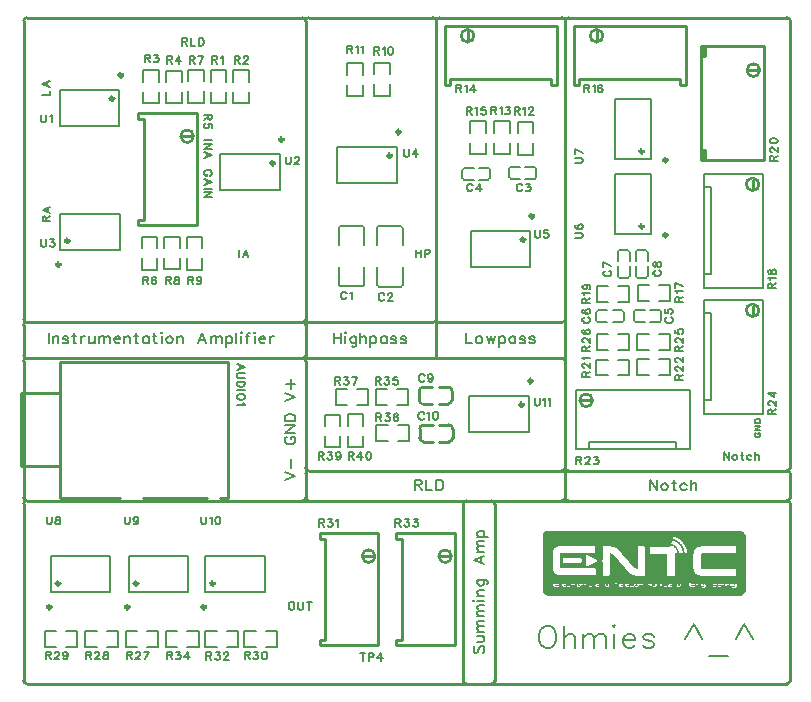
<source format=gto>
G04 Layer: TopSilkscreenLayer*
G04 EasyEDA Pro v2.2.43.4, 2025-11-03 20:05:48*
G04 Gerber Generator version 0.3*
G04 Scale: 100 percent, Rotated: No, Reflected: No*
G04 Dimensions in millimeters*
G04 Leading zeros omitted, absolute positions, 4 integers and 5 decimals*
G04 Generated by one-click*
%FSLAX45Y45*%
%MOMM*%
%ADD10C,0.1524*%
%ADD11C,0.2032*%
%ADD12C,0.127*%
%ADD13C,0.254*%
%ADD14C,0.15199*%
%ADD15C,0.3017*%
%ADD16C,0.3*%
G75*


G04 Image Start*
G36*
G01X6747933Y-6553200D02*
G01X5054600Y-6553200D01*
G01X5054600Y-6484144D01*
G01X5133471Y-6484144D01*
G01X5133943Y-6486179D01*
G01X5134416Y-6488215D01*
G01X5135611Y-6489487D01*
G01X5136805Y-6490758D01*
G01X5138259Y-6490758D01*
G01X5140450Y-6491817D01*
G01X5142640Y-6492875D01*
G01X5142640Y-6492875D01*
G01X5179453Y-6492875D01*
G01X5182246Y-6491626D01*
G01X5185040Y-6490378D01*
G01X5186797Y-6487319D01*
G01X5191260Y-6487319D01*
G01X5192295Y-6489468D01*
G01X5193330Y-6491617D01*
G01X5194263Y-6492200D01*
G01X5194263Y-6492200D01*
G01X5195197Y-6492783D01*
G01X5197766Y-6490494D01*
G01X5198679Y-6489057D01*
G01X5199592Y-6487621D01*
G01X5199592Y-6482027D01*
G01X5203710Y-6482027D01*
G01X5205942Y-6484043D01*
G01X5205942Y-6487411D01*
G01X5208191Y-6489494D01*
G01X5210440Y-6491578D01*
G01X5210440Y-6491578D01*
G01X5213646Y-6492226D01*
G01X5216853Y-6492875D01*
G01X5224494Y-6492873D01*
G01X5232135Y-6492871D01*
G01X5237339Y-6491004D01*
G01X5237966Y-6489161D01*
G01X5238593Y-6487319D01*
G01X5237522Y-6484937D01*
G01X5236090Y-6484937D01*
G01X5235171Y-6484491D01*
G01X5234252Y-6484044D01*
G01X5233105Y-6483455D01*
G01X5231958Y-6482866D01*
G01X5227397Y-6483188D01*
G01X5222837Y-6483510D01*
G01X5219946Y-6482816D01*
G01X5217054Y-6482123D01*
G01X5217054Y-6480562D01*
G01X5218265Y-6476521D01*
G01X5221445Y-6475412D01*
G01X5227024Y-6475412D01*
G01X5227361Y-6476945D01*
G01X5227698Y-6478478D01*
G01X5229490Y-6480039D01*
G01X5231606Y-6481118D01*
G01X5235046Y-6480413D01*
G01X5238485Y-6479709D01*
G01X5239508Y-6478363D01*
G01X5240531Y-6477017D01*
G01X5240490Y-6476132D01*
G01X5244422Y-6476132D01*
G01X5244732Y-6481603D01*
G01X5245042Y-6487074D01*
G01X5246164Y-6488650D01*
G01X5247287Y-6490227D01*
G01X5248707Y-6490580D01*
G01X5250127Y-6490933D01*
G01X5250127Y-6490933D01*
G01X5251863Y-6491904D01*
G01X5253599Y-6492875D01*
G01X5262975Y-6492868D01*
G01X5272352Y-6492861D01*
G01X5274540Y-6492273D01*
G01X5275341Y-6489664D01*
G01X5276141Y-6487055D01*
G01X5275263Y-6486261D01*
G01X5274385Y-6485467D01*
G01X5257837Y-6485467D01*
G01X5253982Y-6482082D01*
G01X5254218Y-6479242D01*
G01X5254453Y-6476402D01*
G01X5255872Y-6474981D01*
G01X5257292Y-6473560D01*
G01X5265351Y-6473252D01*
G01X5273410Y-6472944D01*
G01X5275659Y-6472242D01*
G01X5277496Y-6471669D01*
G01X5280049Y-6471669D01*
G01X5280776Y-6472086D01*
G01X5281502Y-6472502D01*
G01X5282688Y-6474787D01*
G01X5283873Y-6477072D01*
G01X5283863Y-6482195D01*
G01X5283853Y-6487319D01*
G01X5284632Y-6488642D01*
G01X5285411Y-6489965D01*
G01X5285411Y-6489965D01*
G01X5287812Y-6491441D01*
G01X5290213Y-6492918D01*
G01X5290453Y-6492610D01*
G01X5291854Y-6490183D01*
G01X5293254Y-6487755D01*
G01X5293254Y-6486892D01*
G01X5301721Y-6486892D01*
G01X5303319Y-6490096D01*
G01X5306129Y-6492906D01*
G01X5309105Y-6490055D01*
G01X5309598Y-6488422D01*
G01X5310092Y-6486790D01*
G01X5310392Y-6481605D01*
G01X5310692Y-6476420D01*
G01X5311366Y-6475753D01*
G01X5312040Y-6475085D01*
G01X5313841Y-6474190D01*
G01X5315642Y-6473296D01*
G01X5317545Y-6473293D01*
G01X5319448Y-6473290D01*
G01X5321413Y-6472744D01*
G01X5323378Y-6472198D01*
G01X5323967Y-6471245D01*
G01X5328973Y-6471245D01*
G01X5328996Y-6479017D01*
G01X5329018Y-6486790D01*
G01X5330026Y-6488377D01*
G01X5331034Y-6489965D01*
G01X5331034Y-6489965D01*
G01X5331166Y-6490217D01*
G01X5338493Y-6492875D01*
G01X5354093Y-6492875D01*
G01X5356614Y-6492239D01*
G01X5359135Y-6491604D01*
G01X5363369Y-6488633D01*
G01X5364824Y-6487992D01*
G01X5366279Y-6487351D01*
G01X5366279Y-6486892D01*
G01X5370513Y-6486892D01*
G01X5372111Y-6490096D01*
G01X5372111Y-6490096D01*
G01X5373513Y-6491498D01*
G01X5374915Y-6492900D01*
G01X5377528Y-6490494D01*
G01X5378979Y-6487088D01*
G01X5379085Y-6478323D01*
G01X5379451Y-6477000D01*
G01X5379817Y-6475677D01*
G01X5382176Y-6474435D01*
G01X5384535Y-6473193D01*
G01X5390279Y-6473387D01*
G01X5396023Y-6473581D01*
G01X5397026Y-6474820D01*
G01X5398029Y-6476059D01*
G01X5398029Y-6487066D01*
G01X5400237Y-6491763D01*
G01X5401490Y-6492803D01*
G01X5404091Y-6491484D01*
G01X5406692Y-6490166D01*
G01X5407875Y-6488788D01*
G01X5409059Y-6487411D01*
G01X5408954Y-6485275D01*
G01X5413221Y-6485275D01*
G01X5413563Y-6487097D01*
G01X5413563Y-6487097D01*
G01X5413905Y-6488919D01*
G01X5417365Y-6492922D01*
G01X5420043Y-6489965D01*
G01X5420748Y-6489032D01*
G01X5421452Y-6488100D01*
G01X5421353Y-6479507D01*
G01X5421320Y-6476625D01*
G01X5425546Y-6476625D01*
G01X5425546Y-6481600D01*
G01X5426373Y-6483258D01*
G01X5427200Y-6484916D01*
G01X5428192Y-6485529D01*
G01X5428192Y-6487411D01*
G01X5430467Y-6489544D01*
G01X5432742Y-6491676D01*
G01X5434833Y-6492073D01*
G01X5436923Y-6492470D01*
G01X5445570Y-6492698D01*
G01X5445570Y-6492698D01*
G01X5454218Y-6492925D01*
G01X5455278Y-6491710D01*
G01X5456338Y-6490494D01*
G01X5457941Y-6487411D01*
G01X5456733Y-6486500D01*
G01X5455525Y-6485588D01*
G01X5447083Y-6485374D01*
G01X5438640Y-6485159D01*
G01X5437387Y-6483593D01*
G01X5436134Y-6482027D01*
G01X5436134Y-6481725D01*
G01X5487988Y-6481725D01*
G01X5487988Y-6487653D01*
G01X5488588Y-6488809D01*
G01X5489189Y-6489965D01*
G01X5490917Y-6491629D01*
G01X5495864Y-6492875D01*
G01X5495864Y-6492875D01*
G01X5511989Y-6492875D01*
G01X5515240Y-6491853D01*
G01X5516563Y-6491584D01*
G01X5517885Y-6491315D01*
G01X5519362Y-6490031D01*
G01X5520838Y-6488747D01*
G01X5521956Y-6482027D01*
G01X5521626Y-6477078D01*
G01X5521493Y-6475075D01*
G01X5525029Y-6475075D01*
G01X5525029Y-6487583D01*
G01X5526088Y-6487583D01*
G01X5526088Y-6489077D01*
G01X5527716Y-6490447D01*
G01X5529344Y-6491817D01*
G01X5533903Y-6491817D01*
G01X5535840Y-6488906D01*
G01X5536185Y-6477794D01*
G01X5536414Y-6476701D01*
G01X5536642Y-6475608D01*
G01X5537645Y-6474452D01*
G01X5538647Y-6473296D01*
G01X5550253Y-6473296D01*
G01X5554193Y-6476735D01*
G01X5554156Y-6486790D01*
G01X5555060Y-6488512D01*
G01X5555965Y-6490235D01*
G01X5556901Y-6490532D01*
G01X5557838Y-6490830D01*
G01X5557838Y-6491817D01*
G01X5559337Y-6491817D01*
G01X5559337Y-6491817D01*
G01X5559569Y-6492478D01*
G01X5559801Y-6493140D01*
G01X5562128Y-6490494D01*
G01X5563658Y-6487088D01*
G01X5563658Y-6477684D01*
G01X5563323Y-6474472D01*
G01X5563283Y-6474090D01*
G01X5568685Y-6474090D01*
G01X5568685Y-6486619D01*
G01X5571331Y-6488698D01*
G01X5572215Y-6489423D01*
G01X5573100Y-6490147D01*
G01X5574332Y-6490835D01*
G01X5575565Y-6491523D01*
G01X5580327Y-6492828D01*
G01X5588669Y-6492852D01*
G01X5588669Y-6492852D01*
G01X5597010Y-6492875D01*
G01X5597929Y-6492408D01*
G01X5598848Y-6491942D01*
G01X5604020Y-6489965D01*
G01X5605022Y-6488112D01*
G01X5606024Y-6486260D01*
G01X5605876Y-6473420D01*
G01X5605729Y-6460734D01*
G01X5635041Y-6460734D01*
G01X5636257Y-6462120D01*
G01X5637472Y-6463506D01*
G01X5638533Y-6464421D01*
G01X5639594Y-6465335D01*
G01X5645261Y-6465347D01*
G01X5650928Y-6465358D01*
G01X5655623Y-6468194D01*
G01X5656262Y-6470329D01*
G01X5656902Y-6472464D01*
G01X5656719Y-6479891D01*
G01X5656535Y-6487319D01*
G01X5657762Y-6489465D01*
G01X5658988Y-6491612D01*
G01X5659950Y-6492213D01*
G01X5659950Y-6492213D01*
G01X5660912Y-6492813D01*
G01X5662953Y-6490609D01*
G01X5664994Y-6488405D01*
G01X5665013Y-6487319D01*
G01X5688438Y-6487319D01*
G01X5690210Y-6489351D01*
G01X5691981Y-6491383D01*
G01X5694363Y-6491955D01*
G01X5696744Y-6492526D01*
G01X5707910Y-6492720D01*
G01X5707910Y-6492720D01*
G01X5719076Y-6492914D01*
G01X5719968Y-6490079D01*
G01X5720836Y-6487319D01*
G01X5727348Y-6487319D01*
G01X5728322Y-6488976D01*
G01X5729297Y-6490634D01*
G01X5730747Y-6491182D01*
G01X5732198Y-6491731D01*
G01X5732198Y-6491731D01*
G01X5735059Y-6492354D01*
G01X5736407Y-6490054D01*
G01X5737754Y-6487755D01*
G01X5737754Y-6486790D01*
G01X5742252Y-6486790D01*
G01X5743422Y-6488430D01*
G01X5744592Y-6490069D01*
G01X5747126Y-6491013D01*
G01X5747126Y-6491013D01*
G01X5749660Y-6491956D01*
G01X5750666Y-6492875D01*
G01X5771927Y-6492875D01*
G01X5773425Y-6490011D01*
G01X5774923Y-6487147D01*
G01X5773807Y-6485949D01*
G01X5772691Y-6484751D01*
G01X5772162Y-6483085D01*
G01X5755965Y-6483458D01*
G01X5755266Y-6482615D01*
G01X5754566Y-6481772D01*
G01X5755024Y-6478725D01*
G01X5755481Y-6475677D01*
G01X5762423Y-6475677D01*
G01X5764244Y-6477151D01*
G01X5766065Y-6478625D01*
G01X5767252Y-6479622D01*
G01X5768440Y-6480619D01*
G01X5771553Y-6481302D01*
G01X5774524Y-6479381D01*
G01X5775702Y-6478058D01*
G01X5776879Y-6476735D01*
G01X5776879Y-6476684D01*
G01X5777706Y-6476684D01*
G01X5778997Y-6476991D01*
G01X5780287Y-6477297D01*
G01X5781266Y-6480985D01*
G01X5782245Y-6484673D01*
G01X5782858Y-6487319D01*
G01X5785157Y-6489507D01*
G01X5787456Y-6491696D01*
G01X5789460Y-6492072D01*
G01X5789460Y-6492072D01*
G01X5791465Y-6492447D01*
G01X5808927Y-6492845D01*
G01X5811693Y-6489435D01*
G01X5812421Y-6487109D01*
G01X5810938Y-6486351D01*
G01X5809456Y-6485592D01*
G01X5801315Y-6485368D01*
G01X5793174Y-6485143D01*
G01X5791902Y-6483664D01*
G01X5790630Y-6482186D01*
G01X5791338Y-6475677D01*
G01X5791498Y-6475475D01*
G01X5818717Y-6475475D01*
G01X5818717Y-6483050D01*
G01X5819616Y-6485449D01*
G01X5820516Y-6487848D01*
G01X5824547Y-6491702D01*
G01X5826526Y-6492072D01*
G01X5828506Y-6492441D01*
G01X5836708Y-6492698D01*
G01X5836708Y-6492698D01*
G01X5844910Y-6492955D01*
G01X5846763Y-6492412D01*
G01X5848615Y-6491869D01*
G01X5851260Y-6491315D01*
G01X5852757Y-6490014D01*
G01X5854253Y-6488712D01*
G01X5855006Y-6486212D01*
G01X5855758Y-6483711D01*
G01X5855758Y-6482292D01*
G01X5857501Y-6482292D01*
G01X5858306Y-6482292D01*
G01X5859684Y-6487669D01*
G01X5861440Y-6489210D01*
G01X5863196Y-6490752D01*
G01X5865228Y-6491788D01*
G01X5867259Y-6492825D01*
G01X5868653Y-6490265D01*
G01X5870046Y-6487705D01*
G01X5870046Y-6476195D01*
G01X5871390Y-6474746D01*
G01X5872735Y-6473296D01*
G01X5877930Y-6473296D01*
G01X5880629Y-6476835D01*
G01X5880629Y-6487757D01*
G01X5881525Y-6489787D01*
G01X5882420Y-6491817D01*
G01X5888339Y-6491817D01*
G01X5890154Y-6488743D01*
G01X5890167Y-6484062D01*
G01X5890179Y-6479381D01*
G01X5891058Y-6475606D01*
G01X5893035Y-6473296D01*
G01X5894373Y-6473299D01*
G01X5895710Y-6473302D01*
G01X5897689Y-6473851D01*
G01X5899667Y-6474400D01*
G01X5900202Y-6475401D01*
G01X5900738Y-6476401D01*
G01X5900738Y-6487066D01*
G01X5902945Y-6491763D01*
G01X5903604Y-6492310D01*
G01X5903604Y-6492310D01*
G01X5904263Y-6492857D01*
G01X5906866Y-6491223D01*
G01X5909469Y-6489590D01*
G01X5911784Y-6487461D01*
G01X5911743Y-6486677D01*
G01X5916007Y-6486677D01*
G01X5916317Y-6487914D01*
G01X5916628Y-6489151D01*
G01X5918282Y-6491036D01*
G01X5918282Y-6491036D01*
G01X5919936Y-6492920D01*
G01X5921235Y-6491707D01*
G01X5922534Y-6490494D01*
G01X5923277Y-6489065D01*
G01X5924021Y-6487636D01*
G01X5924051Y-6483773D01*
G01X5924082Y-6479910D01*
G01X5924457Y-6477794D01*
G01X5924833Y-6475677D01*
G01X5929048Y-6473381D01*
G01X5930106Y-6473356D01*
G01X5931165Y-6473331D01*
G01X5932278Y-6474261D01*
G01X5933391Y-6475192D01*
G01X5934661Y-6477566D01*
G01X5934769Y-6482989D01*
G01X5934878Y-6488411D01*
G01X5935931Y-6489488D01*
G01X5936985Y-6490566D01*
G01X5939037Y-6491742D01*
G01X5941088Y-6492918D01*
G01X5941302Y-6492610D01*
G01X5944129Y-6488806D01*
G01X5944206Y-6480969D01*
G01X5944612Y-6478113D01*
G01X5945018Y-6475258D01*
G01X5946873Y-6473902D01*
G01X5949001Y-6473542D01*
G01X5951130Y-6473182D01*
G01X5952285Y-6473800D01*
G01X5953440Y-6474418D01*
G01X5954096Y-6475469D01*
G01X5954752Y-6476520D01*
G01X5954759Y-6481867D01*
G01X5954765Y-6487214D01*
G01X5955451Y-6488854D01*
G01X5956136Y-6490494D01*
G01X5957623Y-6491678D01*
G01X5962680Y-6492219D01*
G01X5965465Y-6487467D01*
G01X5965469Y-6486898D01*
G01X5969285Y-6486898D01*
G01X5970757Y-6488828D01*
G01X5972229Y-6490758D01*
G01X5974343Y-6490758D01*
G01X5974343Y-6490758D01*
G01X5976533Y-6491817D01*
G01X5978724Y-6492875D01*
G01X5993931Y-6492875D01*
G01X5996415Y-6492308D01*
G01X5998898Y-6491741D01*
G01X6001684Y-6490243D01*
G01X6003371Y-6488781D01*
G01X6005058Y-6487319D01*
G01X6011448Y-6487319D01*
G01X6012214Y-6488974D01*
G01X6012981Y-6490630D01*
G01X6012981Y-6490630D01*
G01X6014205Y-6491780D01*
G01X6015429Y-6492930D01*
G01X6019800Y-6487963D01*
G01X6019800Y-6477460D01*
G01X6020347Y-6476438D01*
G01X6020894Y-6475416D01*
G01X6022972Y-6474356D01*
G01X6025050Y-6473296D01*
G01X6035616Y-6473296D01*
G01X6037003Y-6474488D01*
G01X6038389Y-6475681D01*
G01X6039164Y-6488962D01*
G01X6040385Y-6490938D01*
G01X6041606Y-6492913D01*
G01X6042212Y-6492475D01*
G01X6042819Y-6492037D01*
G01X6044935Y-6491337D01*
G01X6047052Y-6490637D01*
G01X6050559Y-6487319D01*
G01X6049876Y-6475677D01*
G01X6049100Y-6473955D01*
G01X6048635Y-6472925D01*
G01X6053138Y-6472925D01*
G01X6053138Y-6487679D01*
G01X6054592Y-6489703D01*
G01X6056047Y-6491727D01*
G01X6056969Y-6492303D01*
G01X6056969Y-6492303D01*
G01X6057891Y-6492878D01*
G01X6059515Y-6490636D01*
G01X6061139Y-6488394D01*
G01X6060918Y-6475837D01*
G01X6065838Y-6475837D01*
G01X6065838Y-6483329D01*
G01X6066658Y-6485324D01*
G01X6067478Y-6487319D01*
G01X6072828Y-6491552D01*
G01X6075550Y-6492191D01*
G01X6078273Y-6492830D01*
G01X6086475Y-6492852D01*
G01X6086475Y-6492852D01*
G01X6094677Y-6492874D01*
G01X6097588Y-6487692D01*
G01X6097588Y-6487319D01*
G01X6102880Y-6487319D01*
G01X6103706Y-6487848D01*
G01X6104532Y-6488377D01*
G01X6107542Y-6490644D01*
G01X6107542Y-6490644D01*
G01X6110552Y-6492910D01*
G01X6120871Y-6492759D01*
G01X6131190Y-6492608D01*
G01X6133674Y-6491419D01*
G01X6136159Y-6490229D01*
G01X6136585Y-6490213D01*
G01X6137010Y-6490196D01*
G01X6138916Y-6487577D01*
G01X6139373Y-6480833D01*
G01X6139830Y-6474090D01*
G01X6140637Y-6471973D01*
G01X6141150Y-6471629D01*
G01X6141662Y-6471286D01*
G01X6141497Y-6471200D01*
G01X6142567Y-6471200D01*
G01X6144012Y-6473439D01*
G01X6145458Y-6475677D01*
G01X6146007Y-6488377D01*
G01X6146648Y-6489495D01*
G01X6147289Y-6490613D01*
G01X6148764Y-6491172D01*
G01X6150240Y-6491731D01*
G01X6151607Y-6492026D01*
G01X6151607Y-6492026D01*
G01X6152974Y-6492322D01*
G01X6154121Y-6490027D01*
G01X6155267Y-6487732D01*
G01X6155267Y-6476805D01*
G01X6157478Y-6472237D01*
G01X6162613Y-6472237D01*
G01X6162926Y-6471731D01*
G01X6163239Y-6471224D01*
G01X6160758Y-6470156D01*
G01X6163733Y-6470156D01*
G01X6163733Y-6488294D01*
G01X6166151Y-6490611D01*
G01X6166151Y-6490611D01*
G01X6168570Y-6492928D01*
G01X6170107Y-6490994D01*
G01X6171644Y-6489059D01*
G01X6171988Y-6487227D01*
G01X6172331Y-6485395D01*
G01X6172100Y-6477890D01*
G01X6172031Y-6475677D01*
G01X6176698Y-6475677D01*
G01X6176716Y-6479646D01*
G01X6176734Y-6483615D01*
G01X6177113Y-6485471D01*
G01X6177492Y-6487327D01*
G01X6184106Y-6491777D01*
G01X6188869Y-6492849D01*
G01X6197437Y-6492862D01*
G01X6197437Y-6492862D01*
G01X6206004Y-6492875D01*
G01X6206286Y-6492418D01*
G01X6206569Y-6491962D01*
G01X6209021Y-6491275D01*
G01X6211473Y-6490589D01*
G01X6212673Y-6489294D01*
G01X6213874Y-6487999D01*
G01X6215203Y-6480231D01*
G01X6214868Y-6477690D01*
G01X6214824Y-6477352D01*
G01X6218100Y-6477352D01*
G01X6218555Y-6486790D01*
G01X6219813Y-6489303D01*
G01X6221071Y-6491817D01*
G01X6227113Y-6491817D01*
G01X6227967Y-6490017D01*
G01X6228821Y-6488217D01*
G01X6228821Y-6478127D01*
G01X6229329Y-6476791D01*
G01X6229837Y-6475455D01*
G01X6231996Y-6473296D01*
G01X6237684Y-6473304D01*
G01X6243373Y-6473313D01*
G01X6245131Y-6474862D01*
G01X6246889Y-6476412D01*
G01X6247156Y-6488531D01*
G01X6247910Y-6489282D01*
G01X6248665Y-6490034D01*
G01X6251046Y-6491413D01*
G01X6251046Y-6491413D01*
G01X6253427Y-6492793D01*
G01X6254081Y-6492070D01*
G01X6254736Y-6491347D01*
G01X6256966Y-6487069D01*
G01X6256761Y-6483085D01*
G01X6285369Y-6483085D01*
G01X6286116Y-6487646D01*
G01X6290121Y-6491691D01*
G01X6294173Y-6492483D01*
G01X6313433Y-6492698D01*
G01X6313433Y-6492698D01*
G01X6332693Y-6492913D01*
G01X6333943Y-6491739D01*
G01X6335193Y-6490565D01*
G01X6336189Y-6488877D01*
G01X6336954Y-6487579D01*
G01X6340540Y-6487579D01*
G01X6341772Y-6487889D01*
G01X6343004Y-6488198D01*
G01X6344084Y-6489346D01*
G01X6345164Y-6490494D01*
G01X6345164Y-6490494D01*
G01X6346574Y-6491552D01*
G01X6348446Y-6493032D01*
G01X6349225Y-6492027D01*
G01X6350004Y-6491023D01*
G01X6350754Y-6489435D01*
G01X6351505Y-6487848D01*
G01X6351719Y-6481869D01*
G01X6351933Y-6475890D01*
G01X6353073Y-6474750D01*
G01X6354213Y-6473610D01*
G01X6359310Y-6473387D01*
G01X6364407Y-6473164D01*
G01X6367257Y-6474133D01*
G01X6370106Y-6475102D01*
G01X6370720Y-6477037D01*
G01X6370848Y-6482200D01*
G01X6370976Y-6487364D01*
G01X6372170Y-6489488D01*
G01X6373363Y-6491612D01*
G01X6374334Y-6492218D01*
G01X6375305Y-6492825D01*
G01X6377180Y-6491057D01*
G01X6379054Y-6489289D01*
G01X6379379Y-6487997D01*
G01X6379703Y-6486706D01*
G01X6379479Y-6480927D01*
G01X6379304Y-6476410D01*
G01X6382279Y-6476410D01*
G01X6382279Y-6482440D01*
G01X6383205Y-6483143D01*
G01X6384131Y-6483846D01*
G01X6384818Y-6483862D01*
G01X6385505Y-6483879D01*
G01X6390698Y-6489381D01*
G01X6406841Y-6489213D01*
G01X6408583Y-6490542D01*
G01X6410325Y-6491871D01*
G01X6410325Y-6492848D01*
G01X6408764Y-6493655D01*
G01X6407203Y-6494462D01*
G01X6391110Y-6494462D01*
G01X6387571Y-6497162D01*
G01X6387571Y-6497162D01*
G01X6387571Y-6498308D01*
G01X6390481Y-6500852D01*
G01X6403832Y-6500700D01*
G01X6417182Y-6500548D01*
G01X6418538Y-6499191D01*
G01X6419894Y-6497834D01*
G01X6420659Y-6494958D01*
G01X6421425Y-6492081D01*
G01X6421407Y-6487586D01*
G01X6424492Y-6487586D01*
G01X6425311Y-6488835D01*
G01X6426130Y-6490084D01*
G01X6428778Y-6490950D01*
G01X6431426Y-6491817D01*
G01X6431426Y-6491817D01*
G01X6433943Y-6491817D01*
G01X6435098Y-6489760D01*
G01X6436254Y-6487704D01*
G01X6436254Y-6471871D01*
G01X6440488Y-6471871D01*
G01X6440488Y-6487636D01*
G01X6441345Y-6489329D01*
G01X6442203Y-6491023D01*
G01X6442981Y-6491912D01*
G01X6442981Y-6491912D01*
G01X6443759Y-6492800D01*
G01X6446224Y-6491455D01*
G01X6448690Y-6490111D01*
G01X6449351Y-6489275D01*
G01X6450013Y-6488439D01*
G01X6450018Y-6479381D01*
G01X6451108Y-6475458D01*
G01X6452626Y-6474377D01*
G01X6454145Y-6473296D01*
G01X6465214Y-6473296D01*
G01X6466609Y-6474691D01*
G01X6468004Y-6476086D01*
G01X6468088Y-6478792D01*
G01X6468172Y-6481498D01*
G01X6468044Y-6484186D01*
G01X6467915Y-6486875D01*
G01X6469502Y-6490673D01*
G01X6470473Y-6491172D01*
G01X6471444Y-6491672D01*
G01X6473669Y-6492011D01*
G01X6475894Y-6492351D01*
G01X6477334Y-6489894D01*
G01X6478774Y-6487437D01*
G01X6478779Y-6486648D01*
G01X6482720Y-6486648D01*
G01X6483683Y-6488435D01*
G01X6484646Y-6490223D01*
G01X6487305Y-6491048D01*
G01X6489965Y-6491873D01*
G01X6490884Y-6492374D01*
G01X6491802Y-6492875D01*
G01X6491802Y-6492875D01*
G01X6512780Y-6492875D01*
G01X6513741Y-6490695D01*
G01X6514703Y-6488515D01*
G01X6514703Y-6486161D01*
G01X6513826Y-6484822D01*
G01X6512949Y-6483484D01*
G01X6510453Y-6483199D01*
G01X6507956Y-6482915D01*
G01X6496844Y-6483404D01*
G01X6495971Y-6482696D01*
G01X6495098Y-6481988D01*
G01X6495762Y-6479362D01*
G01X6496427Y-6476735D01*
G01X6499160Y-6476575D01*
G01X6501892Y-6476415D01*
G01X6503216Y-6477988D01*
G01X6504539Y-6479561D01*
G01X6508555Y-6480508D01*
G01X6512571Y-6481454D01*
G01X6516688Y-6477041D01*
G01X6516688Y-6475942D01*
G01X6522425Y-6475942D01*
G01X6522690Y-6479778D01*
G01X6522955Y-6483615D01*
G01X6523314Y-6485563D01*
G01X6523674Y-6487512D01*
G01X6525896Y-6489594D01*
G01X6528117Y-6491676D01*
G01X6530208Y-6492060D01*
G01X6532298Y-6492443D01*
G01X6540742Y-6492697D01*
G01X6540742Y-6492697D01*
G01X6549186Y-6492951D01*
G01X6551996Y-6492067D01*
G01X6554806Y-6491183D01*
G01X6555362Y-6490144D01*
G01X6555919Y-6489105D01*
G01X6555963Y-6487526D01*
G01X6555969Y-6487319D01*
G01X6562945Y-6487319D01*
G01X6563973Y-6490477D01*
G01X6563973Y-6490477D01*
G01X6565635Y-6492146D01*
G01X6568328Y-6491690D01*
G01X6571021Y-6491234D01*
G01X6571900Y-6489391D01*
G01X6572779Y-6487547D01*
G01X6572779Y-6476835D01*
G01X6575479Y-6473296D01*
G01X6581083Y-6473296D01*
G01X6582752Y-6472463D01*
G01X6584421Y-6471631D01*
G01X6584405Y-6471008D01*
G01X6584390Y-6470385D01*
G01X6588577Y-6470385D01*
G01X6588920Y-6472237D01*
G01X6589262Y-6474090D01*
G01X6589627Y-6481762D01*
G01X6589992Y-6489435D01*
G01X6589992Y-6489435D01*
G01X6591028Y-6490626D01*
G01X6592064Y-6491817D01*
G01X6596356Y-6491817D01*
G01X6597665Y-6490920D01*
G01X6598973Y-6490023D01*
G01X6600188Y-6488671D01*
G01X6601403Y-6487319D01*
G01X6601114Y-6485797D01*
G01X6600825Y-6484276D01*
G01X6600825Y-6471294D01*
G01X6600400Y-6470763D01*
G01X6603933Y-6470763D01*
G01X6604265Y-6489115D01*
G01X6606077Y-6490983D01*
G01X6606077Y-6490983D01*
G01X6607889Y-6492851D01*
G01X6608679Y-6492202D01*
G01X6609468Y-6491552D01*
G01X6610967Y-6489488D01*
G01X6612467Y-6487425D01*
G01X6612467Y-6476395D01*
G01X6613128Y-6475772D01*
G01X6613790Y-6475148D01*
G01X6615792Y-6474222D01*
G01X6617794Y-6473296D01*
G01X6627215Y-6473296D01*
G01X6628540Y-6473800D01*
G01X6629865Y-6474304D01*
G01X6630475Y-6475444D01*
G01X6631086Y-6476585D01*
G01X6631215Y-6482086D01*
G01X6631343Y-6487586D01*
G01X6632046Y-6488289D01*
G01X6632046Y-6490229D01*
G01X6632934Y-6490229D01*
G01X6633514Y-6491502D01*
G01X6634094Y-6492774D01*
G01X6636113Y-6492012D01*
G01X6638131Y-6491250D01*
G01X6638951Y-6490970D01*
G01X6639771Y-6490690D01*
G01X6640477Y-6489561D01*
G01X6641182Y-6488431D01*
G01X6641807Y-6482856D01*
G01X6646863Y-6482856D01*
G01X6648205Y-6485505D01*
G01X6649547Y-6488153D01*
G01X6650983Y-6488746D01*
G01X6652419Y-6489340D01*
G01X6660356Y-6489479D01*
G01X6668294Y-6489618D01*
G01X6671884Y-6490514D01*
G01X6672321Y-6491694D01*
G01X6672757Y-6492873D01*
G01X6671584Y-6493620D01*
G01X6670410Y-6494367D01*
G01X6661150Y-6494622D01*
G01X6651890Y-6494876D01*
G01X6650724Y-6495254D01*
G01X6649558Y-6495631D01*
G01X6648004Y-6498003D01*
G01X6648004Y-6498003D01*
G01X6649307Y-6499408D01*
G01X6650610Y-6500812D01*
G01X6677039Y-6500812D01*
G01X6678168Y-6500151D01*
G01X6679296Y-6499490D01*
G01X6680675Y-6498167D01*
G01X6682054Y-6496844D01*
G01X6683031Y-6494659D01*
G01X6684007Y-6492474D01*
G01X6683780Y-6482752D01*
G01X6683553Y-6473031D01*
G01X6682901Y-6471444D01*
G01X6682249Y-6469856D01*
G01X6679182Y-6468401D01*
G01X6676114Y-6466946D01*
G01X6654535Y-6467072D01*
G01X6649387Y-6468295D01*
G01X6648127Y-6469869D01*
G01X6646868Y-6471444D01*
G01X6646865Y-6477150D01*
G01X6646863Y-6482856D01*
G01X6641807Y-6482856D01*
G01X6642024Y-6480921D01*
G01X6641151Y-6473882D01*
G01X6638189Y-6469761D01*
G01X6636043Y-6468486D01*
G01X6633898Y-6467211D01*
G01X6620631Y-6467033D01*
G01X6607365Y-6466855D01*
G01X6605649Y-6468809D01*
G01X6603933Y-6470763D01*
G01X6600400Y-6470763D01*
G01X6599105Y-6469147D01*
G01X6597385Y-6467000D01*
G01X6594670Y-6466973D01*
G01X6591955Y-6466946D01*
G01X6590266Y-6468666D01*
G01X6588577Y-6470385D01*
G01X6584390Y-6470385D01*
G01X6581261Y-6466946D01*
G01X6575829Y-6467008D01*
G01X6570398Y-6467070D01*
G01X6567369Y-6468604D01*
G01X6564341Y-6470138D01*
G01X6563099Y-6472458D01*
G01X6563022Y-6479888D01*
G01X6562945Y-6487319D01*
G01X6555969Y-6487319D01*
G01X6556008Y-6485947D01*
G01X6554977Y-6484916D01*
G01X6549313Y-6482845D01*
G01X6540031Y-6483504D01*
G01X6537592Y-6482822D01*
G01X6535154Y-6482139D01*
G01X6535673Y-6480785D01*
G01X6537035Y-6478628D01*
G01X6538397Y-6476471D01*
G01X6544601Y-6476471D01*
G01X6545209Y-6479509D01*
G01X6547344Y-6480364D01*
G01X6549480Y-6481218D01*
G01X6555052Y-6480032D01*
G01X6557963Y-6476775D01*
G01X6557963Y-6471544D01*
G01X6556667Y-6469846D01*
G01X6555372Y-6468148D01*
G01X6553625Y-6467729D01*
G01X6551877Y-6467311D01*
G01X6531240Y-6467156D01*
G01X6527519Y-6467797D01*
G01X6523954Y-6471282D01*
G01X6523692Y-6473612D01*
G01X6523429Y-6475942D01*
G01X6522425Y-6475942D01*
G01X6516688Y-6475942D01*
G01X6516688Y-6471096D01*
G01X6514695Y-6469063D01*
G01X6512703Y-6467031D01*
G01X6501434Y-6467109D01*
G01X6490165Y-6467188D01*
G01X6489536Y-6467588D01*
G01X6488906Y-6467988D01*
G01X6485952Y-6468004D01*
G01X6483948Y-6469871D01*
G01X6483380Y-6471364D01*
G01X6482813Y-6472857D01*
G01X6482766Y-6479752D01*
G01X6482720Y-6486648D01*
G01X6478779Y-6486648D01*
G01X6478852Y-6475148D01*
G01X6478110Y-6473031D01*
G01X6477368Y-6470915D01*
G01X6476309Y-6469989D01*
G01X6475251Y-6469062D01*
G01X6474303Y-6469062D01*
G01X6472113Y-6468004D01*
G01X6469922Y-6466946D01*
G01X6456660Y-6466966D01*
G01X6443398Y-6466986D01*
G01X6442840Y-6467627D01*
G01X6442283Y-6468269D01*
G01X6441385Y-6470070D01*
G01X6440488Y-6471871D01*
G01X6436254Y-6471871D01*
G01X6436254Y-6471008D01*
G01X6434909Y-6468712D01*
G01X6433564Y-6466417D01*
G01X6433189Y-6466489D01*
G01X6432815Y-6466561D01*
G01X6430169Y-6466995D01*
G01X6428734Y-6467555D01*
G01X6427299Y-6468116D01*
G01X6426101Y-6470574D01*
G01X6424904Y-6473031D01*
G01X6424698Y-6480308D01*
G01X6424492Y-6487586D01*
G01X6421407Y-6487586D01*
G01X6421393Y-6484144D01*
G01X6421360Y-6476206D01*
G01X6420560Y-6470583D01*
G01X6417998Y-6468232D01*
G01X6412361Y-6466946D01*
G01X6391010Y-6467009D01*
G01X6386777Y-6469856D01*
G01X6385036Y-6471444D01*
G01X6383658Y-6473927D01*
G01X6382279Y-6476410D01*
G01X6379304Y-6476410D01*
G01X6379255Y-6475148D01*
G01X6378146Y-6470418D01*
G01X6376735Y-6469293D01*
G01X6375324Y-6468168D01*
G01X6372676Y-6467557D01*
G01X6370028Y-6466946D01*
G01X6347619Y-6466972D01*
G01X6345206Y-6468743D01*
G01X6342793Y-6470514D01*
G01X6341683Y-6476638D01*
G01X6342165Y-6478782D01*
G01X6342647Y-6480927D01*
G01X6342323Y-6482848D01*
G01X6341998Y-6484769D01*
G01X6341269Y-6486174D01*
G01X6340540Y-6487579D01*
G01X6336954Y-6487579D01*
G01X6337184Y-6487190D01*
G01X6335402Y-6485664D01*
G01X6334631Y-6485169D01*
G01X6333860Y-6484673D01*
G01X6298406Y-6484144D01*
G01X6294967Y-6482264D01*
G01X6294967Y-6481488D01*
G01X6296157Y-6480699D01*
G01X6297348Y-6479910D01*
G01X6315126Y-6479752D01*
G01X6332904Y-6479594D01*
G01X6336463Y-6476623D01*
G01X6335469Y-6475105D01*
G01X6334474Y-6473588D01*
G01X6333606Y-6472656D01*
G01X6332738Y-6471723D01*
G01X6315895Y-6471584D01*
G01X6299052Y-6471444D01*
G01X6298340Y-6469062D01*
G01X6297629Y-6466681D01*
G01X6297613Y-6466084D01*
G01X6299483Y-6465192D01*
G01X6301353Y-6464300D01*
G01X6333587Y-6464300D01*
G01X6336809Y-6460928D01*
G01X6334626Y-6458744D01*
G01X6292056Y-6458606D01*
G01X6290921Y-6458837D01*
G01X6289786Y-6459067D01*
G01X6288996Y-6459964D01*
G01X6288206Y-6460860D01*
G01X6286841Y-6463506D01*
G01X6285476Y-6466152D01*
G01X6285423Y-6474619D01*
G01X6285369Y-6483085D01*
G01X6256761Y-6483085D01*
G01X6256586Y-6479684D01*
G01X6256205Y-6472300D01*
G01X6255214Y-6470670D01*
G01X6254223Y-6469041D01*
G01X6251840Y-6468140D01*
G01X6248060Y-6466946D01*
G01X6236192Y-6466988D01*
G01X6224323Y-6467029D01*
G01X6222754Y-6467599D01*
G01X6221185Y-6468168D01*
G01X6220273Y-6469277D01*
G01X6219362Y-6470385D01*
G01X6218731Y-6473869D01*
G01X6218100Y-6477352D01*
G01X6214824Y-6477352D01*
G01X6214533Y-6475148D01*
G01X6214215Y-6473199D01*
G01X6213897Y-6471249D01*
G01X6212495Y-6469694D01*
G01X6211094Y-6468138D01*
G01X6208977Y-6467739D01*
G01X6206860Y-6467341D01*
G01X6195748Y-6467169D01*
G01X6184635Y-6466997D01*
G01X6177548Y-6471665D01*
G01X6176698Y-6475677D01*
G01X6172031Y-6475677D01*
G01X6171868Y-6470385D01*
G01X6170387Y-6468053D01*
G01X6168906Y-6465721D01*
G01X6169150Y-6463191D01*
G01X6169393Y-6460661D01*
G01X6169047Y-6460102D01*
G01X6168702Y-6459543D01*
G01X6167647Y-6460598D01*
G01X6167967Y-6463508D01*
G01X6168287Y-6466417D01*
G01X6167473Y-6466417D01*
G01X6165603Y-6468286D01*
G01X6163733Y-6470156D01*
G01X6160758Y-6470156D01*
G01X6158093Y-6469010D01*
G01X6157134Y-6466837D01*
G01X6156176Y-6464665D01*
G01X6152927Y-6459008D01*
G01X6152356Y-6459083D01*
G01X6150240Y-6459992D01*
G01X6148835Y-6460029D01*
G01X6147430Y-6460067D01*
G01X6144246Y-6466681D01*
G01X6143406Y-6468941D01*
G01X6142567Y-6471200D01*
G01X6141497Y-6471200D01*
G01X6140024Y-6470439D01*
G01X6138386Y-6469592D01*
G01X6137170Y-6469592D01*
G01X6135238Y-6468753D01*
G01X6133306Y-6467915D01*
G01X6132387Y-6467430D01*
G01X6131469Y-6466946D01*
G01X6129212Y-6467064D01*
G01X6126956Y-6467182D01*
G01X6118374Y-6467342D01*
G01X6109792Y-6467501D01*
G01X6107113Y-6471014D01*
G01X6107113Y-6471753D01*
G01X6107652Y-6472392D01*
G01X6108192Y-6473031D01*
G01X6109444Y-6474551D01*
G01X6110697Y-6476071D01*
G01X6118562Y-6476403D01*
G01X6126427Y-6476735D01*
G01X6127694Y-6481867D01*
G01X6127065Y-6482873D01*
G01X6126437Y-6483879D01*
G01X6122728Y-6483849D01*
G01X6119019Y-6483819D01*
G01X6117167Y-6483188D01*
G01X6115315Y-6482556D01*
G01X6114971Y-6478336D01*
G01X6114417Y-6477668D01*
G01X6113862Y-6477000D01*
G01X6109988Y-6477000D01*
G01X6108466Y-6478191D01*
G01X6106943Y-6479381D01*
G01X6105686Y-6480440D01*
G01X6104429Y-6481498D01*
G01X6103655Y-6484408D01*
G01X6102880Y-6487319D01*
G01X6097588Y-6487319D01*
G01X6097588Y-6486783D01*
G01X6094677Y-6485546D01*
G01X6086650Y-6485371D01*
G01X6078622Y-6485197D01*
G01X6077521Y-6483928D01*
G01X6076421Y-6482659D01*
G01X6076421Y-6476557D01*
G01X6077078Y-6474844D01*
G01X6078575Y-6474070D01*
G01X6080073Y-6473296D01*
G01X6094327Y-6473296D01*
G01X6095954Y-6472370D01*
G01X6097581Y-6471444D01*
G01X6097586Y-6470915D01*
G01X6096264Y-6469377D01*
G01X6094942Y-6467840D01*
G01X6094942Y-6466946D01*
G01X6076156Y-6467068D01*
G01X6074253Y-6467439D01*
G01X6072349Y-6467811D01*
G01X6071410Y-6468569D01*
G01X6070471Y-6469327D01*
G01X6069017Y-6470765D01*
G01X6067562Y-6472203D01*
G01X6065838Y-6475837D01*
G01X6060918Y-6475837D01*
G01X6060810Y-6469770D01*
G01X6059293Y-6467783D01*
G01X6057776Y-6465795D01*
G01X6058095Y-6463328D01*
G01X6058414Y-6460860D01*
G01X6057921Y-6460081D01*
G01X6057428Y-6459303D01*
G01X6057081Y-6460207D01*
G01X6056734Y-6461111D01*
G01X6056933Y-6463618D01*
G01X6057133Y-6466126D01*
G01X6055519Y-6467928D01*
G01X6054952Y-6468636D01*
G01X6054386Y-6469344D01*
G01X6053762Y-6471134D01*
G01X6053138Y-6472925D01*
G01X6048635Y-6472925D01*
G01X6048323Y-6472233D01*
G01X6045453Y-6470066D01*
G01X6042584Y-6467899D01*
G01X6040585Y-6467435D01*
G01X6038585Y-6466971D01*
G01X6014773Y-6466978D01*
G01X6013331Y-6468682D01*
G01X6011888Y-6470385D01*
G01X6011791Y-6473031D01*
G01X6011694Y-6475677D01*
G01X6011571Y-6481498D01*
G01X6011448Y-6487319D01*
G01X6005058Y-6487319D01*
G01X6006571Y-6483750D01*
G01X6006571Y-6470727D01*
G01X6003693Y-6469366D01*
G01X6000816Y-6468004D01*
G01X5998797Y-6468004D01*
G01X5997789Y-6469116D01*
G01X5996781Y-6470229D01*
G01X5996606Y-6476174D01*
G01X5996430Y-6482119D01*
G01X5995201Y-6483660D01*
G01X5993972Y-6485202D01*
G01X5981945Y-6485202D01*
G01X5979384Y-6482821D01*
G01X5978684Y-6482821D01*
G01X5978056Y-6471444D01*
G01X5976086Y-6469724D01*
G01X5974115Y-6468004D01*
G01X5972350Y-6468004D01*
G01X5970837Y-6469702D01*
G01X5969325Y-6471400D01*
G01X5969305Y-6479149D01*
G01X5969285Y-6486898D01*
G01X5965469Y-6486898D01*
G01X5965560Y-6475148D01*
G01X5964824Y-6472927D01*
G01X5964087Y-6470707D01*
G01X5960375Y-6468826D01*
G01X5956663Y-6466946D01*
G01X5919433Y-6466946D01*
G01X5916348Y-6470385D01*
G01X5916177Y-6478531D01*
G01X5916007Y-6486677D01*
G01X5911743Y-6486677D01*
G01X5911494Y-6481834D01*
G01X5911204Y-6476206D01*
G01X5909939Y-6474233D01*
G01X5908675Y-6472260D01*
G01X5908675Y-6471349D01*
G01X5904783Y-6467808D01*
G01X5899944Y-6467009D01*
G01X5883010Y-6466982D01*
G01X5866077Y-6466956D01*
G01X5863696Y-6468377D01*
G01X5861315Y-6469798D01*
G01X5860646Y-6470458D01*
G01X5859978Y-6471118D01*
G01X5859635Y-6472868D01*
G01X5859293Y-6474619D01*
G01X5858641Y-6475677D01*
G01X5857990Y-6476735D01*
G01X5857746Y-6479514D01*
G01X5857501Y-6482292D01*
G01X5855758Y-6482292D01*
G01X5855758Y-6475840D01*
G01X5854952Y-6473064D01*
G01X5854145Y-6470289D01*
G01X5852939Y-6469240D01*
G01X5851733Y-6468192D01*
G01X5848630Y-6467569D01*
G01X5845528Y-6466946D01*
G01X5837017Y-6467012D01*
G01X5828506Y-6467078D01*
G01X5824240Y-6467780D01*
G01X5822819Y-6468818D01*
G01X5821398Y-6469856D01*
G01X5820586Y-6471524D01*
G01X5819775Y-6473191D01*
G01X5819775Y-6474821D01*
G01X5818717Y-6475475D01*
G01X5791498Y-6475475D01*
G01X5791855Y-6475025D01*
G01X5792373Y-6474372D01*
G01X5794300Y-6473837D01*
G01X5796227Y-6473302D01*
G01X5808927Y-6473251D01*
G01X5812438Y-6471380D01*
G01X5808927Y-6467000D01*
G01X5800196Y-6467039D01*
G01X5791465Y-6467078D01*
G01X5787198Y-6467780D01*
G01X5785777Y-6468818D01*
G01X5784356Y-6469856D01*
G01X5783545Y-6471524D01*
G01X5782733Y-6473191D01*
G01X5782733Y-6474883D01*
G01X5781308Y-6474883D01*
G01X5779507Y-6475784D01*
G01X5777706Y-6476684D01*
G01X5776879Y-6476684D01*
G01X5776896Y-6474003D01*
G01X5776913Y-6471271D01*
G01X5774531Y-6469241D01*
G01X5772149Y-6467210D01*
G01X5750121Y-6467210D01*
G01X5747015Y-6468147D01*
G01X5745534Y-6468679D01*
G01X5744054Y-6469212D01*
G01X5743156Y-6470857D01*
G01X5742257Y-6472502D01*
G01X5742255Y-6479646D01*
G01X5742252Y-6486790D01*
G01X5737754Y-6486790D01*
G01X5737750Y-6477483D01*
G01X5737746Y-6467210D01*
G01X5736636Y-6460331D01*
G01X5735084Y-6457950D01*
G01X5734435Y-6458011D01*
G01X5733785Y-6458073D01*
G01X5732727Y-6458297D01*
G01X5731669Y-6458520D01*
G01X5730443Y-6458783D01*
G01X5729218Y-6459046D01*
G01X5728374Y-6461012D01*
G01X5727531Y-6462977D01*
G01X5727348Y-6487319D01*
G01X5720836Y-6487319D01*
G01X5720860Y-6487243D01*
G01X5720473Y-6486222D01*
G01X5720086Y-6485202D01*
G01X5719497Y-6484604D01*
G01X5718907Y-6484006D01*
G01X5714206Y-6483136D01*
G01X5709007Y-6483291D01*
G01X5703808Y-6483445D01*
G01X5702260Y-6482804D01*
G01X5700713Y-6482163D01*
G01X5700718Y-6480440D01*
G01X5701889Y-6476206D01*
G01X5703094Y-6475429D01*
G01X5708545Y-6475412D01*
G01X5710762Y-6479169D01*
G01X5714437Y-6480704D01*
G01X5718618Y-6480704D01*
G01X5719444Y-6480387D01*
G01X5720270Y-6480070D01*
G01X5721368Y-6478293D01*
G01X5722466Y-6476517D01*
G01X5721756Y-6470242D01*
G01X5720473Y-6468858D01*
G01X5719191Y-6467475D01*
G01X5717757Y-6467394D01*
G01X5716323Y-6467313D01*
G01X5696693Y-6467210D01*
G01X5694099Y-6467684D01*
G01X5691505Y-6468157D01*
G01X5690176Y-6469390D01*
G01X5688847Y-6470622D01*
G01X5688642Y-6478971D01*
G01X5688438Y-6487319D01*
G01X5665013Y-6487319D01*
G01X5665325Y-6469643D01*
G01X5667276Y-6468012D01*
G01X5669227Y-6466380D01*
G01X5670505Y-6465358D01*
G01X5681866Y-6465358D01*
G01X5683940Y-6463133D01*
G01X5686015Y-6460909D01*
G01X5684500Y-6459697D01*
G01X5682985Y-6458484D01*
G01X5638535Y-6458497D01*
G01X5636788Y-6459616D01*
G01X5635041Y-6460734D01*
G01X5605729Y-6460734D01*
G01X5605727Y-6460580D01*
G01X5604018Y-6458983D01*
G01X5602308Y-6457386D01*
G01X5592850Y-6466872D01*
G01X5584472Y-6467041D01*
G01X5576094Y-6467210D01*
G01X5573453Y-6468839D01*
G01X5570813Y-6470468D01*
G01X5569749Y-6472279D01*
G01X5568685Y-6474090D01*
G01X5563283Y-6474090D01*
G01X5562987Y-6471259D01*
G01X5560139Y-6468142D01*
G01X5558062Y-6467740D01*
G01X5555985Y-6467338D01*
G01X5532173Y-6467038D01*
G01X5530263Y-6467653D01*
G01X5528354Y-6468269D01*
G01X5527487Y-6468994D01*
G01X5526620Y-6469719D01*
G01X5525825Y-6472397D01*
G01X5525029Y-6475075D01*
G01X5521493Y-6475075D01*
G01X5521296Y-6472129D01*
G01X5519828Y-6469290D01*
G01X5517356Y-6468093D01*
G01X5514873Y-6467519D01*
G01X5512390Y-6466946D01*
G01X5508360Y-6467171D01*
G01X5499691Y-6467455D01*
G01X5491021Y-6467740D01*
G01X5490046Y-6469561D01*
G01X5489070Y-6471382D01*
G01X5491082Y-6474559D01*
G01X5493900Y-6475480D01*
G01X5496719Y-6476401D01*
G01X5502010Y-6476453D01*
G01X5507302Y-6476504D01*
G01X5508785Y-6478945D01*
G01X5510267Y-6481386D01*
G01X5509992Y-6482104D01*
G01X5509717Y-6482821D01*
G01X5508096Y-6482821D01*
G01X5508096Y-6483879D01*
G01X5504789Y-6483862D01*
G01X5501481Y-6483844D01*
G01X5499277Y-6482001D01*
G01X5498943Y-6479940D01*
G01X5498608Y-6477879D01*
G01X5497989Y-6477496D01*
G01X5497369Y-6477113D01*
G01X5490918Y-6477698D01*
G01X5490372Y-6478275D01*
G01X5489826Y-6478852D01*
G01X5488907Y-6480289D01*
G01X5487988Y-6481725D01*
G01X5436134Y-6481725D01*
G01X5436132Y-6480026D01*
G01X5436129Y-6478024D01*
G01X5436866Y-6476261D01*
G01X5437603Y-6474497D01*
G01X5439326Y-6473897D01*
G01X5441050Y-6473296D01*
G01X5454564Y-6473296D01*
G01X5456191Y-6472370D01*
G01X5457818Y-6471444D01*
G01X5457825Y-6470798D01*
G01X5456008Y-6468872D01*
G01X5454192Y-6466946D01*
G01X5445293Y-6467007D01*
G01X5436394Y-6467068D01*
G01X5434490Y-6467439D01*
G01X5432587Y-6467811D01*
G01X5431687Y-6468569D01*
G01X5430787Y-6469327D01*
G01X5428680Y-6471423D01*
G01X5428367Y-6472671D01*
G01X5428053Y-6473920D01*
G01X5426800Y-6475273D01*
G01X5425546Y-6476625D01*
G01X5421320Y-6476625D01*
G01X5421253Y-6470915D01*
G01X5419938Y-6468666D01*
G01X5418622Y-6466417D01*
G01X5417472Y-6466417D01*
G01X5417826Y-6463286D01*
G01X5418180Y-6460155D01*
G01X5417626Y-6459813D01*
G01X5417072Y-6459470D01*
G01X5416746Y-6460320D01*
G01X5416420Y-6461170D01*
G01X5416672Y-6463793D01*
G01X5416924Y-6466416D01*
G01X5415422Y-6467662D01*
G01X5414673Y-6469111D01*
G01X5413924Y-6470560D01*
G01X5413221Y-6485275D01*
G01X5408954Y-6485275D01*
G01X5408483Y-6475677D01*
G01X5406964Y-6472974D01*
G01X5405445Y-6470270D01*
G01X5403238Y-6468740D01*
G01X5401031Y-6467210D01*
G01X5374481Y-6466854D01*
G01X5372984Y-6468428D01*
G01X5371486Y-6470003D01*
G01X5371012Y-6472046D01*
G01X5370538Y-6474090D01*
G01X5370525Y-6480491D01*
G01X5370513Y-6486892D01*
G01X5366279Y-6486892D01*
G01X5366279Y-6485678D01*
G01X5366941Y-6485017D01*
G01X5367602Y-6484355D01*
G01X5367543Y-6479853D01*
G01X5367484Y-6475351D01*
G01X5366752Y-6473927D01*
G01X5366021Y-6472502D01*
G01X5364695Y-6471297D01*
G01X5363369Y-6470092D01*
G01X5358606Y-6467210D01*
G01X5348023Y-6467091D01*
G01X5337440Y-6466972D01*
G01X5336381Y-6467451D01*
G01X5335323Y-6467930D01*
G01X5332603Y-6468004D01*
G01X5330788Y-6469625D01*
G01X5328973Y-6471245D01*
G01X5323967Y-6471245D01*
G01X5324007Y-6471181D01*
G01X5323102Y-6469650D01*
G01X5322197Y-6468118D01*
G01X5316361Y-6466946D01*
G01X5310452Y-6467020D01*
G01X5308335Y-6467930D01*
G01X5305623Y-6468004D01*
G01X5304107Y-6469587D01*
G01X5302591Y-6471169D01*
G01X5302194Y-6473952D01*
G01X5301798Y-6476735D01*
G01X5301759Y-6481814D01*
G01X5301721Y-6486892D01*
G01X5301721Y-6486892D01*
G01X5293254Y-6486892D01*
G01X5293254Y-6476370D01*
G01X5295070Y-6473296D01*
G01X5295353Y-6473284D01*
G01X5295635Y-6473272D01*
G01X5296887Y-6472310D01*
G01X5298139Y-6471347D01*
G01X5294506Y-6465179D01*
G01X5290873Y-6459011D01*
G01X5288756Y-6459071D01*
G01X5285052Y-6461523D01*
G01X5283986Y-6463044D01*
G01X5282920Y-6464565D01*
G01X5282316Y-6465887D01*
G01X5281711Y-6467210D01*
G01X5280880Y-6469440D01*
G01X5280049Y-6471669D01*
G01X5277496Y-6471669D01*
G01X5277908Y-6471541D01*
G01X5277908Y-6470674D01*
G01X5276453Y-6469748D01*
G01X5274998Y-6468822D01*
G01X5274733Y-6468486D01*
G01X5274469Y-6468150D01*
G01X5270765Y-6467353D01*
G01X5261769Y-6467198D01*
G01X5252773Y-6467044D01*
G01X5250215Y-6467937D01*
G01X5247657Y-6468829D01*
G01X5245156Y-6471236D01*
G01X5244789Y-6473684D01*
G01X5244422Y-6476132D01*
G01X5240490Y-6476132D01*
G01X5240394Y-6474048D01*
G01X5240256Y-6471079D01*
G01X5238932Y-6469592D01*
G01X5237608Y-6468106D01*
G01X5235665Y-6467690D01*
G01X5233723Y-6467274D01*
G01X5224198Y-6467242D01*
G01X5214673Y-6467210D01*
G01X5209910Y-6467766D01*
G01X5206399Y-6471214D01*
G01X5205798Y-6475148D01*
G01X5205060Y-6476001D01*
G01X5204322Y-6476855D01*
G01X5204016Y-6479441D01*
G01X5203710Y-6482027D01*
G01X5199592Y-6482027D01*
G01X5199592Y-6462082D01*
G01X5198752Y-6460661D01*
G01X5197913Y-6459240D01*
G01X5196402Y-6458373D01*
G01X5194892Y-6457506D01*
G01X5193559Y-6458741D01*
G01X5192226Y-6459976D01*
G01X5191964Y-6461212D01*
G01X5191703Y-6462448D01*
G01X5191260Y-6487319D01*
G01X5186797Y-6487319D01*
G01X5186868Y-6487196D01*
G01X5185954Y-6486378D01*
G01X5185040Y-6485559D01*
G01X5181900Y-6484984D01*
G01X5178760Y-6484408D01*
G01X5146734Y-6484408D01*
G01X5145249Y-6483131D01*
G01X5143765Y-6481853D01*
G01X5145036Y-6480749D01*
G01X5146308Y-6479646D01*
G01X5179144Y-6479646D01*
G01X5182923Y-6478469D01*
G01X5184611Y-6477668D01*
G01X5186300Y-6476867D01*
G01X5185493Y-6475636D01*
G01X5184686Y-6474405D01*
G01X5179276Y-6471708D01*
G01X5146763Y-6471708D01*
G01X5145594Y-6466260D01*
G01X5147321Y-6464352D01*
G01X5164899Y-6464194D01*
G01X5182478Y-6464035D01*
G01X5184459Y-6462524D01*
G01X5186440Y-6461012D01*
G01X5185224Y-6459878D01*
G01X5184007Y-6458744D01*
G01X5162298Y-6458618D01*
G01X5140590Y-6458493D01*
G01X5136432Y-6460007D01*
G01X5135298Y-6461919D01*
G01X5133528Y-6466681D01*
G01X5133499Y-6475412D01*
G01X5133471Y-6484144D01*
G01X5054600Y-6484144D01*
G01X5054600Y-6335779D01*
G01X5129162Y-6335779D01*
G01X5129661Y-6341963D01*
G01X5130160Y-6348148D01*
G01X5134047Y-6359260D01*
G01X5134588Y-6361064D01*
G01X5135129Y-6362868D01*
G01X5136537Y-6365033D01*
G01X5137944Y-6367198D01*
G01X5138341Y-6367374D01*
G01X5138738Y-6367551D01*
G01X5138738Y-6369050D01*
G01X5139681Y-6369050D01*
G01X5140285Y-6371431D01*
G01X5148670Y-6379369D01*
G01X5153290Y-6382958D01*
G01X5156994Y-6384782D01*
G01X5160698Y-6386606D01*
G01X5164402Y-6388578D01*
G01X5165297Y-6388604D01*
G01X5166192Y-6388629D01*
G01X5166770Y-6389565D01*
G01X5171810Y-6390310D01*
G01X5174721Y-6391119D01*
G01X5177631Y-6391928D01*
G01X5183981Y-6393448D01*
G01X5192713Y-6394189D01*
G01X5201444Y-6394930D01*
G01X5343790Y-6394953D01*
G01X5343790Y-6394953D01*
G01X5486135Y-6394977D01*
G01X5487788Y-6393523D01*
G01X5489441Y-6392069D01*
G01X5489773Y-6389687D01*
G01X5490105Y-6387306D01*
G01X5490073Y-6344247D01*
G01X5489487Y-6342494D01*
G01X5488902Y-6340740D01*
G01X5487561Y-6339294D01*
G01X5486220Y-6337848D01*
G01X5343303Y-6337706D01*
G01X5200385Y-6337565D01*
G01X5197355Y-6336053D01*
G01X5194324Y-6334542D01*
G01X5192857Y-6331555D01*
G01X5191390Y-6328569D01*
G01X5191259Y-6285878D01*
G01X5211691Y-6285878D01*
G01X5213136Y-6288173D01*
G01X5214582Y-6290469D01*
G01X5215421Y-6291113D01*
G01X5216260Y-6291758D01*
G01X5216260Y-6291758D01*
G01X5364264Y-6291792D01*
G01X5367031Y-6290987D01*
G01X5369797Y-6290183D01*
G01X5370684Y-6288324D01*
G01X5371571Y-6286464D01*
G01X5371577Y-6283969D01*
G01X5371582Y-6281473D01*
G01X5372370Y-6278875D01*
G01X5373158Y-6276278D01*
G01X5373158Y-6270360D01*
G01X5408613Y-6270360D01*
G01X5408621Y-6273271D01*
G01X5408628Y-6276181D01*
G01X5409435Y-6278498D01*
G01X5410242Y-6280816D01*
G01X5410214Y-6299413D01*
G01X5410186Y-6318010D01*
G01X5411012Y-6320792D01*
G01X5411838Y-6323573D01*
G01X5412335Y-6323265D01*
G01X5412833Y-6322958D01*
G01X5418772Y-6321411D01*
G01X5426340Y-6317396D01*
G01X5428456Y-6316219D01*
G01X5431896Y-6314518D01*
G01X5435335Y-6312818D01*
G01X5436740Y-6311830D01*
G01X5438145Y-6310842D01*
G01X5439289Y-6310842D01*
G01X5443398Y-6308673D01*
G01X5447506Y-6306504D01*
G01X5449094Y-6305719D01*
G01X5450681Y-6304935D01*
G01X5457031Y-6301739D01*
G01X5472906Y-6293683D01*
G01X5488781Y-6285628D01*
G01X5490898Y-6284471D01*
G01X5493808Y-6283025D01*
G01X5496719Y-6281580D01*
G01X5500456Y-6279642D01*
G01X5504193Y-6277703D01*
G01X5505468Y-6276810D01*
G01X5506744Y-6275917D01*
G01X5507934Y-6275917D01*
G01X5510295Y-6277965D01*
G01X5511048Y-6280464D01*
G01X5511800Y-6282964D01*
G01X5511800Y-6323479D01*
G01X5512262Y-6323764D01*
G01X5512262Y-6323764D01*
G01X5512723Y-6324050D01*
G01X5513050Y-6322076D01*
G01X5513376Y-6320102D01*
G01X5513398Y-6300258D01*
G01X5513421Y-6280415D01*
G01X5514703Y-6277797D01*
G01X5515697Y-6275767D01*
G01X5547122Y-6275767D01*
G01X5548511Y-6278137D01*
G01X5549900Y-6280508D01*
G01X5549900Y-6392296D01*
G01X5550745Y-6394785D01*
G01X5551590Y-6397274D01*
G01X5552729Y-6398225D01*
G01X5553869Y-6399177D01*
G01X5579340Y-6399195D01*
G01X5604812Y-6399212D01*
G01X5606552Y-6398481D01*
G01X5608291Y-6397749D01*
G01X5609649Y-6392598D01*
G01X5609673Y-6304159D01*
G01X5609696Y-6215721D01*
G01X5610529Y-6213727D01*
G01X5611362Y-6211733D01*
G01X5612079Y-6211017D01*
G01X5612795Y-6210300D01*
G01X5616946Y-6210300D01*
G01X5618745Y-6210873D01*
G01X5620544Y-6211446D01*
G01X5621602Y-6211893D01*
G01X5622660Y-6212341D01*
G01X5626100Y-6213465D01*
G01X5629540Y-6214589D01*
G01X5632715Y-6216513D01*
G01X5635890Y-6218438D01*
G01X5636066Y-6218867D01*
G01X5636242Y-6219296D01*
G01X5637257Y-6219296D01*
G01X5637896Y-6219792D01*
G01X5638535Y-6220288D01*
G01X5643827Y-6224824D01*
G01X5647318Y-6228542D01*
G01X5650808Y-6232260D01*
G01X5656594Y-6239134D01*
G01X5659267Y-6241253D01*
G01X5661940Y-6243373D01*
G01X5663615Y-6246019D01*
G01X5667640Y-6250371D01*
G01X5670579Y-6253956D01*
G01X5675048Y-6259146D01*
G01X5677429Y-6261894D01*
G01X5679810Y-6264642D01*
G01X5682059Y-6267236D01*
G01X5684308Y-6269831D01*
G01X5685366Y-6271103D01*
G01X5686425Y-6272374D01*
G01X5686425Y-6273200D01*
G01X5687456Y-6273527D01*
G01X5688488Y-6273854D01*
G01X5688809Y-6274868D01*
G01X5689131Y-6275881D01*
G01X5691350Y-6278175D01*
G01X5693569Y-6280469D01*
G01X5696407Y-6284218D01*
G01X5699919Y-6287910D01*
G01X5701118Y-6289454D01*
G01X5702318Y-6290998D01*
G01X5704558Y-6293613D01*
G01X5706798Y-6296229D01*
G01X5709591Y-6299164D01*
G01X5713148Y-6303696D01*
G01X5714471Y-6305101D01*
G01X5715794Y-6306505D01*
G01X5720249Y-6311635D01*
G01X5721851Y-6313684D01*
G01X5723454Y-6315733D01*
G01X5724388Y-6316595D01*
G01X5725323Y-6317456D01*
G01X5727438Y-6320096D01*
G01X5729552Y-6322735D01*
G01X5731140Y-6324402D01*
G01X5733520Y-6327279D01*
G01X5735899Y-6330156D01*
G01X5736959Y-6331443D01*
G01X5738019Y-6332731D01*
G01X5740527Y-6335412D01*
G01X5743035Y-6338094D01*
G01X5743046Y-6338812D01*
G01X5745295Y-6341215D01*
G01X5747544Y-6343617D01*
G01X5750719Y-6347438D01*
G01X5753894Y-6351258D01*
G01X5760798Y-6358202D01*
G01X5761943Y-6358956D01*
G01X5763087Y-6359711D01*
G01X5764037Y-6361473D01*
G01X5764986Y-6363235D01*
G01X5765922Y-6363532D01*
G01X5766858Y-6363830D01*
G01X5766858Y-6364587D01*
G01X5769240Y-6367650D01*
G01X5774531Y-6372902D01*
G01X5779823Y-6378155D01*
G01X5781883Y-6379478D01*
G01X5783943Y-6380801D01*
G01X5786173Y-6383186D01*
G01X5788025Y-6384134D01*
G01X5789877Y-6385082D01*
G01X5791529Y-6386337D01*
G01X5793181Y-6387593D01*
G01X5795762Y-6388903D01*
G01X5798344Y-6390212D01*
G01X5799402Y-6390222D01*
G01X5802842Y-6391964D01*
G01X5806281Y-6393705D01*
G01X5808398Y-6394336D01*
G01X5810515Y-6394966D01*
G01X5813690Y-6395552D01*
G01X5816865Y-6396139D01*
G01X5818981Y-6396631D01*
G01X5821098Y-6397123D01*
G01X5826919Y-6398165D01*
G01X5832740Y-6399206D01*
G01X5868530Y-6399209D01*
G01X5868530Y-6399209D01*
G01X5904321Y-6399212D01*
G01X5905307Y-6397228D01*
G01X5906294Y-6395244D01*
G01X5906294Y-6164527D01*
G01X5953065Y-6164527D01*
G01X5953227Y-6188869D01*
G01X5953390Y-6213210D01*
G01X5954851Y-6215459D01*
G01X5956313Y-6217708D01*
G01X6094767Y-6217708D01*
G01X6097852Y-6221148D01*
G01X6098126Y-6402539D01*
G01X6099451Y-6403767D01*
G01X6100775Y-6404995D01*
G01X6100775Y-6404995D01*
G01X6102753Y-6405577D01*
G01X6104731Y-6406158D01*
G01X6131263Y-6405993D01*
G01X6157794Y-6405827D01*
G01X6159895Y-6403232D01*
G01X6160244Y-6399049D01*
G01X6160593Y-6394867D01*
G01X6160547Y-6216385D01*
G01X6161440Y-6212681D01*
G01X6319330Y-6212681D01*
G01X6319330Y-6339681D01*
G01X6319833Y-6347436D01*
G01X6320335Y-6355191D01*
G01X6321619Y-6358020D01*
G01X6322902Y-6360848D01*
G01X6324369Y-6365006D01*
G01X6325836Y-6369164D01*
G01X6327161Y-6371092D01*
G01X6328485Y-6373019D01*
G01X6329941Y-6375151D01*
G01X6331396Y-6377283D01*
G01X6334901Y-6380839D01*
G01X6338405Y-6384396D01*
G01X6339317Y-6384396D01*
G01X6343744Y-6388095D01*
G01X6345682Y-6388958D01*
G01X6347619Y-6389820D01*
G01X6351852Y-6391807D01*
G01X6356085Y-6393794D01*
G01X6359790Y-6394905D01*
G01X6362171Y-6395251D01*
G01X6364552Y-6395597D01*
G01X6366537Y-6396082D01*
G01X6368521Y-6396567D01*
G01X6370505Y-6397071D01*
G01X6372490Y-6397575D01*
G01X6372490Y-6397575D01*
G01X6378007Y-6398394D01*
G01X6383524Y-6399212D01*
G01X6677069Y-6399212D01*
G01X6679144Y-6397280D01*
G01X6679699Y-6394277D01*
G01X6680254Y-6391275D01*
G01X6680089Y-6369182D01*
G01X6679925Y-6347090D01*
G01X6678993Y-6345425D01*
G01X6678061Y-6343761D01*
G01X6677366Y-6343184D01*
G01X6676670Y-6342607D01*
G01X6533576Y-6342458D01*
G01X6390481Y-6342310D01*
G01X6388629Y-6341509D01*
G01X6386777Y-6340708D01*
G01X6384660Y-6339517D01*
G01X6381485Y-6333331D01*
G01X6381321Y-6278033D01*
G01X6381157Y-6222735D01*
G01X6381817Y-6219825D01*
G01X6382476Y-6216915D01*
G01X6383297Y-6215592D01*
G01X6384118Y-6214269D01*
G01X6385379Y-6212946D01*
G01X6385813Y-6212944D01*
G01X6386248Y-6212941D01*
G01X6391454Y-6210300D01*
G01X6676939Y-6210300D01*
G01X6678173Y-6208316D01*
G01X6679406Y-6206331D01*
G01X6679567Y-6182519D01*
G01X6679727Y-6158706D01*
G01X6678866Y-6155961D01*
G01X6678005Y-6153215D01*
G01X6677169Y-6152521D01*
G01X6676333Y-6151827D01*
G01X6403710Y-6151717D01*
G01X6380427Y-6152541D01*
G01X6375135Y-6153674D01*
G01X6371696Y-6154204D01*
G01X6368256Y-6154734D01*
G01X6365610Y-6155302D01*
G01X6362965Y-6155870D01*
G01X6359593Y-6156667D01*
G01X6356221Y-6157465D01*
G01X6350265Y-6160480D01*
G01X6347566Y-6161538D01*
G01X6344868Y-6162597D01*
G01X6341216Y-6165284D01*
G01X6337565Y-6167971D01*
G01X6334304Y-6171080D01*
G01X6331044Y-6174188D01*
G01X6329215Y-6177756D01*
G01X6328889Y-6178021D01*
G01X6328563Y-6178285D01*
G01X6325838Y-6181990D01*
G01X6323926Y-6187810D01*
G01X6322901Y-6190456D01*
G01X6321538Y-6193631D01*
G01X6320946Y-6195219D01*
G01X6320353Y-6196806D01*
G01X6319842Y-6204744D01*
G01X6319330Y-6212681D01*
G01X6161440Y-6212681D01*
G01X6161523Y-6212339D01*
G01X6163368Y-6210300D01*
G01X6174052Y-6210291D01*
G01X6176744Y-6209967D01*
G01X6179436Y-6209644D01*
G01X6180382Y-6207888D01*
G01X6181328Y-6206131D01*
G01X6181031Y-6203056D01*
G01X6180733Y-6199981D01*
G01X6180173Y-6197392D01*
G01X6179612Y-6194802D01*
G01X6179168Y-6194217D01*
G01X6178724Y-6193631D01*
G01X6176928Y-6187281D01*
G01X6176364Y-6185429D01*
G01X6175800Y-6183577D01*
G01X6174113Y-6179608D01*
G01X6173392Y-6179608D01*
G01X6170172Y-6172867D01*
G01X6168649Y-6171078D01*
G01X6167126Y-6169290D01*
G01X6166293Y-6167967D01*
G01X6165460Y-6166644D01*
G01X6161818Y-6162715D01*
G01X6158177Y-6158787D01*
G01X6150504Y-6153108D01*
G01X6150504Y-6152315D01*
G01X6144419Y-6149232D01*
G01X6143323Y-6148277D01*
G01X6142227Y-6147323D01*
G01X6137502Y-6145428D01*
G01X6132777Y-6143534D01*
G01X6131772Y-6142567D01*
G01X6126284Y-6142567D01*
G01X6125504Y-6143758D01*
G01X6124723Y-6144949D01*
G01X6123207Y-6149711D01*
G01X6121690Y-6154473D01*
G01X6119106Y-6156854D01*
G01X6116522Y-6159235D01*
G01X5957094Y-6159765D01*
G01X5955925Y-6160539D01*
G01X5954757Y-6161314D01*
G01X5953911Y-6162921D01*
G01X5953065Y-6164527D01*
G01X5906294Y-6164527D01*
G01X5906294Y-6156060D01*
G01X5905336Y-6154137D01*
G01X5904379Y-6152213D01*
G01X5899515Y-6151906D01*
G01X5894652Y-6151599D01*
G01X5872732Y-6151623D01*
G01X5850813Y-6151647D01*
G01X5847944Y-6154718D01*
G01X5847526Y-6156447D01*
G01X5847108Y-6158177D01*
G01X5846498Y-6339329D01*
G01X5846233Y-6339542D01*
G01X5845969Y-6339755D01*
G01X5843954Y-6340909D01*
G01X5841940Y-6342062D01*
G01X5836977Y-6342062D01*
G01X5832741Y-6340665D01*
G01X5828506Y-6339267D01*
G01X5825860Y-6337560D01*
G01X5824008Y-6336623D01*
G01X5822156Y-6335686D01*
G01X5816203Y-6331215D01*
G01X5813308Y-6329098D01*
G01X5812102Y-6327848D01*
G01X5809192Y-6324755D01*
G01X5806281Y-6321663D01*
G01X5803802Y-6318766D01*
G01X5801322Y-6315869D01*
G01X5799833Y-6314022D01*
G01X5798344Y-6312176D01*
G01X5795698Y-6309432D01*
G01X5791218Y-6304227D01*
G01X5788819Y-6301110D01*
G01X5786292Y-6298679D01*
G01X5784056Y-6295658D01*
G01X5775590Y-6286385D01*
G01X5775215Y-6285736D01*
G01X5774840Y-6285086D01*
G01X5772834Y-6282974D01*
G01X5770827Y-6280863D01*
G01X5769553Y-6279316D01*
G01X5768278Y-6277769D01*
G01X5764477Y-6273472D01*
G01X5761925Y-6270360D01*
G01X5758232Y-6266127D01*
G01X5755534Y-6263069D01*
G01X5752835Y-6260010D01*
G01X5750586Y-6257596D01*
G01X5748338Y-6255182D01*
G01X5748338Y-6254384D01*
G01X5742781Y-6248522D01*
G01X5740490Y-6245910D01*
G01X5738198Y-6243297D01*
G01X5737844Y-6242794D01*
G01X5737490Y-6242290D01*
G01X5734315Y-6240296D01*
G01X5732727Y-6238181D01*
G01X5729949Y-6235272D01*
G01X5727171Y-6232362D01*
G01X5727171Y-6231553D01*
G01X5723202Y-6227302D01*
G01X5721085Y-6224775D01*
G01X5718175Y-6221410D01*
G01X5715265Y-6218045D01*
G01X5711031Y-6213240D01*
G01X5710502Y-6212515D01*
G01X5709973Y-6211791D01*
G01X5708121Y-6209780D01*
G01X5706269Y-6207770D01*
G01X5703805Y-6204934D01*
G01X5701342Y-6202098D01*
G01X5698352Y-6198658D01*
G01X5695362Y-6195219D01*
G01X5693142Y-6192735D01*
G01X5690923Y-6190251D01*
G01X5688806Y-6187448D01*
G01X5687433Y-6186223D01*
G01X5686797Y-6185504D01*
G01X5686160Y-6184785D01*
G01X5676635Y-6175361D01*
G01X5673990Y-6172922D01*
G01X5669756Y-6169851D01*
G01X5667640Y-6167877D01*
G01X5666052Y-6167060D01*
G01X5664465Y-6166242D01*
G01X5662083Y-6164530D01*
G01X5659702Y-6162819D01*
G01X5657718Y-6161953D01*
G01X5655733Y-6161087D01*
G01X5653934Y-6160294D01*
G01X5652134Y-6159500D01*
G01X5650971Y-6159500D01*
G01X5650971Y-6158566D01*
G01X5642240Y-6155910D01*
G01X5636419Y-6154737D01*
G01X5633244Y-6154149D01*
G01X5630069Y-6153560D01*
G01X5624777Y-6152601D01*
G01X5615252Y-6152118D01*
G01X5605727Y-6151635D01*
G01X5554805Y-6151562D01*
G01X5551884Y-6153861D01*
G01X5549923Y-6158177D01*
G01X5549896Y-6266656D01*
G01X5547688Y-6270278D01*
G01X5547122Y-6275767D01*
G01X5515697Y-6275767D01*
G01X5515985Y-6275179D01*
G01X5515694Y-6272770D01*
G01X5515402Y-6270360D01*
G01X5514395Y-6268117D01*
G01X5513388Y-6265874D01*
G01X5513388Y-6227849D01*
G01X5513067Y-6227015D01*
G01X5512747Y-6226181D01*
G01X5512274Y-6226474D01*
G01X5511800Y-6226767D01*
G01X5511800Y-6264754D01*
G01X5511160Y-6266234D01*
G01X5510519Y-6267715D01*
G01X5509043Y-6269453D01*
G01X5507567Y-6271191D01*
G01X5507511Y-6272628D01*
G01X5507456Y-6274065D01*
G01X5506815Y-6271994D01*
G01X5506174Y-6269924D01*
G01X5503299Y-6268506D01*
G01X5500423Y-6267088D01*
G01X5485077Y-6259194D01*
G01X5482960Y-6257992D01*
G01X5479785Y-6256532D01*
G01X5476610Y-6255072D01*
G01X5472906Y-6252855D01*
G01X5468144Y-6250810D01*
G01X5467615Y-6250252D01*
G01X5451210Y-6242146D01*
G01X5444860Y-6240287D01*
G01X5440098Y-6237807D01*
G01X5439304Y-6237310D01*
G01X5438510Y-6236812D01*
G01X5430573Y-6233078D01*
G01X5427825Y-6231534D01*
G01X5425078Y-6229990D01*
G01X5422666Y-6229069D01*
G01X5420254Y-6228148D01*
G01X5420254Y-6227462D01*
G01X5417180Y-6225646D01*
G01X5411825Y-6225646D01*
G01X5411277Y-6226669D01*
G01X5410729Y-6227693D01*
G01X5410729Y-6264793D01*
G01X5409671Y-6267577D01*
G01X5408613Y-6270360D01*
G01X5373158Y-6270360D01*
G01X5373158Y-6270264D01*
G01X5372370Y-6267666D01*
G01X5371582Y-6265069D01*
G01X5371577Y-6260148D01*
G01X5371571Y-6255227D01*
G01X5369933Y-6252059D01*
G01X5368503Y-6251420D01*
G01X5367073Y-6250781D01*
G01X5291667Y-6250639D01*
G01X5216260Y-6250496D01*
G01X5215067Y-6251332D01*
G01X5213873Y-6252168D01*
G01X5212027Y-6255544D01*
G01X5211859Y-6270711D01*
G01X5211691Y-6285878D01*
G01X5191259Y-6285878D01*
G01X5191231Y-6276700D01*
G01X5191073Y-6224830D01*
G01X5191541Y-6219244D01*
G01X5192009Y-6213658D01*
G01X5193022Y-6211582D01*
G01X5194035Y-6209506D01*
G01X5200915Y-6206121D01*
G01X5486145Y-6206067D01*
G01X5487693Y-6203685D01*
G01X5488356Y-6202460D01*
G01X5489020Y-6201234D01*
G01X5489060Y-6176795D01*
G01X5489100Y-6152356D01*
G01X5487436Y-6149028D01*
G01X5485708Y-6147594D01*
G01X5204619Y-6147510D01*
G01X5192448Y-6148247D01*
G01X5187421Y-6148847D01*
G01X5182394Y-6149447D01*
G01X5179219Y-6150002D01*
G01X5176044Y-6150557D01*
G01X5172075Y-6151394D01*
G01X5168106Y-6152231D01*
G01X5164402Y-6154156D01*
G01X5155935Y-6157566D01*
G01X5155406Y-6158253D01*
G01X5147943Y-6163047D01*
G01X5144623Y-6166357D01*
G01X5141303Y-6169667D01*
G01X5139204Y-6173097D01*
G01X5137104Y-6176527D01*
G01X5135258Y-6178509D01*
G01X5133480Y-6184747D01*
G01X5131703Y-6190985D01*
G01X5131072Y-6192044D01*
G01X5130321Y-6194425D01*
G01X5129570Y-6196806D01*
G01X5129162Y-6335779D01*
G01X5054600Y-6335779D01*
G01X5054600Y-6127431D01*
G01X6132361Y-6127431D01*
G01X6134137Y-6128913D01*
G01X6135912Y-6130396D01*
G01X6137015Y-6130396D01*
G01X6145477Y-6134469D01*
G01X6150322Y-6136291D01*
G01X6151799Y-6137560D01*
G01X6153277Y-6138830D01*
G01X6154801Y-6139504D01*
G01X6156325Y-6140179D01*
G01X6156325Y-6140979D01*
G01X6157779Y-6140979D01*
G01X6160094Y-6143096D01*
G01X6162410Y-6145212D01*
G01X6163281Y-6145212D01*
G01X6168714Y-6150240D01*
G01X6172838Y-6154412D01*
G01X6176963Y-6158584D01*
G01X6176963Y-6159438D01*
G01X6182254Y-6165486D01*
G01X6182254Y-6166750D01*
G01X6183729Y-6168813D01*
G01X6185204Y-6170877D01*
G01X6186375Y-6172892D01*
G01X6187546Y-6174906D01*
G01X6187548Y-6175538D01*
G01X6187550Y-6176169D01*
G01X6189568Y-6180156D01*
G01X6191586Y-6184142D01*
G01X6192196Y-6187299D01*
G01X6192807Y-6190456D01*
G01X6194459Y-6199452D01*
G01X6195368Y-6203082D01*
G01X6196277Y-6206711D01*
G01X6196277Y-6206711D01*
G01X6198324Y-6208561D01*
G01X6200370Y-6210410D01*
G01X6224852Y-6209899D01*
G01X6225977Y-6209526D01*
G01X6227102Y-6209153D01*
G01X6227829Y-6207781D01*
G01X6228556Y-6206410D01*
G01X6228483Y-6200815D01*
G01X6228409Y-6195219D01*
G01X6226637Y-6188869D01*
G01X6224754Y-6181460D01*
G01X6224063Y-6178285D01*
G01X6223373Y-6175110D01*
G01X6219296Y-6166786D01*
G01X6219296Y-6165409D01*
G01X6217302Y-6160756D01*
G01X6216533Y-6159988D01*
G01X6215764Y-6159219D01*
G01X6214007Y-6155523D01*
G01X6212249Y-6151827D01*
G01X6210508Y-6150240D01*
G01X6208597Y-6147152D01*
G01X6206685Y-6144065D01*
G01X6203574Y-6140647D01*
G01X6202593Y-6139149D01*
G01X6201612Y-6137652D01*
G01X6197904Y-6134024D01*
G01X6194196Y-6130396D01*
G01X6193613Y-6130396D01*
G01X6191241Y-6128145D01*
G01X6188869Y-6125894D01*
G01X6184106Y-6122224D01*
G01X6183313Y-6121377D01*
G01X6182519Y-6120531D01*
G01X6178838Y-6118490D01*
G01X6175717Y-6115666D01*
G01X6172323Y-6113960D01*
G01X6168928Y-6112254D01*
G01X6167521Y-6111105D01*
G01X6166115Y-6109956D01*
G01X6163469Y-6108977D01*
G01X6160823Y-6107998D01*
G01X6155002Y-6104847D01*
G01X6147065Y-6102278D01*
G01X6141609Y-6101683D01*
G01X6138863Y-6106033D01*
G01X6138849Y-6106970D01*
G01X6138836Y-6107906D01*
G01X6136732Y-6112134D01*
G01X6134629Y-6116361D01*
G01X6134629Y-6118414D01*
G01X6133652Y-6121665D01*
G01X6133006Y-6124548D01*
G01X6132361Y-6127431D01*
G01X5054600Y-6127431D01*
G01X5054600Y-6083512D01*
G01X6146800Y-6083512D01*
G01X6146800Y-6085959D01*
G01X6149685Y-6087804D01*
G01X6152570Y-6089650D01*
G01X6153679Y-6089650D01*
G01X6153679Y-6090514D01*
G01X6159103Y-6092303D01*
G01X6164527Y-6094092D01*
G01X6167280Y-6095840D01*
G01X6170033Y-6097587D01*
G01X6170943Y-6097587D01*
G01X6173291Y-6098705D01*
G01X6175640Y-6099822D01*
G01X6177756Y-6101698D01*
G01X6180719Y-6103129D01*
G01X6183682Y-6104560D01*
G01X6185217Y-6105826D01*
G01X6186752Y-6107092D01*
G01X6187297Y-6107499D01*
G01X6187842Y-6107906D01*
G01X6189678Y-6108927D01*
G01X6191515Y-6109948D01*
G01X6193631Y-6112193D01*
G01X6195748Y-6113719D01*
G01X6197865Y-6115245D01*
G01X6199452Y-6116681D01*
G01X6201040Y-6118117D01*
G01X6207654Y-6124722D01*
G01X6214269Y-6131327D01*
G01X6217805Y-6135299D01*
G01X6219391Y-6137878D01*
G01X6220978Y-6140456D01*
G01X6221895Y-6141115D01*
G01X6222812Y-6141773D01*
G01X6224298Y-6144830D01*
G01X6225784Y-6147886D01*
G01X6227302Y-6149797D01*
G01X6228821Y-6151708D01*
G01X6228821Y-6152635D01*
G01X6230286Y-6155671D01*
G01X6231752Y-6158706D01*
G01X6232635Y-6160029D01*
G01X6233517Y-6161352D01*
G01X6234357Y-6163998D01*
G01X6235196Y-6166644D01*
G01X6237018Y-6172465D01*
G01X6237710Y-6172994D01*
G01X6239303Y-6178285D01*
G01X6239878Y-6181196D01*
G01X6240453Y-6184106D01*
G01X6242046Y-6194690D01*
G01X6243183Y-6200510D01*
G01X6244167Y-6204337D01*
G01X6244167Y-6206561D01*
G01X6244167Y-6206561D01*
G01X6246036Y-6208430D01*
G01X6247906Y-6210300D01*
G01X6258825Y-6210300D01*
G01X6260985Y-6208735D01*
G01X6263145Y-6207170D01*
G01X6263485Y-6204899D01*
G01X6263824Y-6202627D01*
G01X6262954Y-6195483D01*
G01X6262084Y-6188340D01*
G01X6261626Y-6184900D01*
G01X6261168Y-6181460D01*
G01X6260586Y-6178107D01*
G01X6260004Y-6174753D01*
G01X6258986Y-6172551D01*
G01X6257969Y-6170348D01*
G01X6256440Y-6165585D01*
G01X6255541Y-6161896D01*
G01X6254642Y-6158206D01*
G01X6253732Y-6157050D01*
G01X6252823Y-6155894D01*
G01X6249331Y-6146863D01*
G01X6248448Y-6145906D01*
G01X6247565Y-6144948D01*
G01X6245631Y-6140914D01*
G01X6243696Y-6136880D01*
G01X6243005Y-6136151D01*
G01X6242315Y-6135423D01*
G01X6240315Y-6132512D01*
G01X6238316Y-6129602D01*
G01X6232975Y-6122723D01*
G01X6231030Y-6120373D01*
G01X6229085Y-6118022D01*
G01X6222206Y-6110571D01*
G01X6216915Y-6105416D01*
G01X6215077Y-6104016D01*
G01X6213238Y-6102615D01*
G01X6211637Y-6101027D01*
G01X6210035Y-6099440D01*
G01X6205273Y-6096313D01*
G01X6204215Y-6095193D01*
G01X6203156Y-6094073D01*
G01X6201320Y-6093052D01*
G01X6199484Y-6092031D01*
G01X6198939Y-6091624D01*
G01X6198394Y-6091217D01*
G01X6196868Y-6089959D01*
G01X6195343Y-6088702D01*
G01X6191841Y-6086960D01*
G01X6188340Y-6085219D01*
G01X6187953Y-6084590D01*
G01X6187567Y-6083961D01*
G01X6181460Y-6081525D01*
G01X6176169Y-6078225D01*
G01X6173523Y-6077273D01*
G01X6170877Y-6076321D01*
G01X6169210Y-6075577D01*
G01X6167542Y-6074833D01*
G01X6166379Y-6074833D01*
G01X6166379Y-6074033D01*
G01X6163469Y-6072810D01*
G01X6157485Y-6071129D01*
G01X6152256Y-6071129D01*
G01X6150679Y-6072981D01*
G01X6150125Y-6074569D01*
G01X6149571Y-6076156D01*
G01X6148606Y-6079331D01*
G01X6147641Y-6082506D01*
G01X6146800Y-6083512D01*
G01X5054600Y-6083512D01*
G01X5054600Y-6045200D01*
G01X6747933Y-6045200D01*
G01X6747933Y-6553200D01*
G37*
G36*
G01X5845231Y-6484353D02*
G01X5842954Y-6484973D01*
G01X5840677Y-6485593D01*
G01X5835397Y-6485308D01*
G01X5830116Y-6485024D01*
G01X5828925Y-6483530D01*
G01X5827733Y-6482036D01*
G01X5828060Y-6479121D01*
G01X5828387Y-6476206D01*
G01X5829324Y-6474378D01*
G01X5832740Y-6473391D01*
G01X5841912Y-6473296D01*
G01X5844261Y-6474303D01*
G01X5846610Y-6475309D01*
G01X5846951Y-6476198D01*
G01X5847292Y-6477087D01*
G01X5847292Y-6482292D01*
G01X5845231Y-6484353D01*
G37*
G36*
G01X5593643Y-6485202D02*
G01X5581631Y-6485558D01*
G01X5580028Y-6483842D01*
G01X5578425Y-6482126D01*
G01X5578715Y-6481372D01*
G01X5579004Y-6480618D01*
G01X5579004Y-6476084D01*
G01X5580101Y-6474690D01*
G01X5581198Y-6473296D01*
G01X5592355Y-6473296D01*
G01X5594940Y-6474703D01*
G01X5597525Y-6476110D01*
G01X5597525Y-6482238D01*
G01X5593643Y-6485202D01*
G37*
G36*
G01X5356138Y-6479159D02*
G01X5356336Y-6482662D01*
G01X5353531Y-6485467D01*
G01X5342414Y-6485467D01*
G01X5339127Y-6483767D01*
G01X5338076Y-6482788D01*
G01X5337025Y-6481809D01*
G01X5337353Y-6479416D01*
G01X5337681Y-6477023D01*
G01X5338314Y-6476009D01*
G01X5338947Y-6474995D01*
G01X5340575Y-6474214D01*
G01X5342202Y-6473433D01*
G01X5353579Y-6473296D01*
G01X5355940Y-6475656D01*
G01X5356138Y-6479159D01*
G37*
G36*
G01X6204006Y-6483823D02*
G01X6202417Y-6484645D01*
G01X6200828Y-6485467D01*
G01X6190278Y-6485467D01*
G01X6188565Y-6484809D01*
G01X6187791Y-6483312D01*
G01X6187017Y-6481815D01*
G01X6187017Y-6477598D01*
G01X6188059Y-6474855D01*
G01X6188729Y-6474096D01*
G01X6189398Y-6473336D01*
G01X6195503Y-6473316D01*
G01X6201609Y-6473296D01*
G01X6203391Y-6474783D01*
G01X6205172Y-6476271D01*
G01X6205536Y-6479101D01*
G01X6205899Y-6481931D01*
G01X6204006Y-6483823D01*
G37*
G36*
G01X6409717Y-6480051D02*
G01X6407998Y-6480977D01*
G01X6406279Y-6481902D01*
G01X6396098Y-6481139D01*
G01X6395298Y-6479918D01*
G01X6394498Y-6478698D01*
G01X6394180Y-6477429D01*
G01X6393861Y-6476160D01*
G01X6396114Y-6473296D01*
G01X6407480Y-6473296D01*
G01X6409723Y-6474379D01*
G01X6411965Y-6475463D01*
G01X6412272Y-6476263D01*
G01X6412579Y-6477063D01*
G01X6411148Y-6478557D01*
G01X6409717Y-6480051D01*
G37*
G36*
G01X6663470Y-6481758D02*
G01X6660764Y-6481762D01*
G01X6657713Y-6479381D01*
G01X6656563Y-6478058D01*
G01X6655413Y-6476735D01*
G01X6657114Y-6474847D01*
G01X6659827Y-6473408D01*
G01X6671204Y-6473296D01*
G01X6673137Y-6475229D01*
G01X6673773Y-6476887D01*
G01X6671693Y-6481091D01*
G01X6666177Y-6481753D01*
G01X6663470Y-6481758D01*
G37*
G04 Image End*

G04 Text Start*
G54D10*
G01X858520Y-4342892D02*
G01X858520Y-4432808D01*
G01X894334Y-4372864D02*
G01X894334Y-4432808D01*
G01X894334Y-4389882D02*
G01X907288Y-4377182D01*
G01X915670Y-4372864D01*
G01X928624Y-4372864D01*
G01X937260Y-4377182D01*
G01X941578Y-4389882D01*
G01X941578Y-4432808D01*
G01X1024636Y-4385564D02*
G01X1020318Y-4377182D01*
G01X1007364Y-4372864D01*
G01X994664Y-4372864D01*
G01X981710Y-4377182D01*
G01X977392Y-4385564D01*
G01X981710Y-4394200D01*
G01X990346Y-4398518D01*
G01X1011682Y-4402836D01*
G01X1020318Y-4407154D01*
G01X1024636Y-4415536D01*
G01X1024636Y-4419854D01*
G01X1020318Y-4428490D01*
G01X1007364Y-4432808D01*
G01X994664Y-4432808D01*
G01X981710Y-4428490D01*
G01X977392Y-4419854D01*
G01X1073404Y-4342892D02*
G01X1073404Y-4415536D01*
G01X1077722Y-4428490D01*
G01X1086104Y-4432808D01*
G01X1094740Y-4432808D01*
G01X1060450Y-4372864D02*
G01X1090422Y-4372864D01*
G01X1130554Y-4372864D02*
G01X1130554Y-4432808D01*
G01X1130554Y-4398518D02*
G01X1134872Y-4385564D01*
G01X1143508Y-4377182D01*
G01X1151890Y-4372864D01*
G01X1164844Y-4372864D01*
G01X1200658Y-4372864D02*
G01X1200658Y-4415536D01*
G01X1204976Y-4428490D01*
G01X1213612Y-4432808D01*
G01X1226312Y-4432808D01*
G01X1234948Y-4428490D01*
G01X1247902Y-4415536D01*
G01X1247902Y-4372864D02*
G01X1247902Y-4432808D01*
G01X1283716Y-4372864D02*
G01X1283716Y-4432808D01*
G01X1283716Y-4389882D02*
G01X1296670Y-4377182D01*
G01X1305052Y-4372864D01*
G01X1318006Y-4372864D01*
G01X1326642Y-4377182D01*
G01X1330960Y-4389882D01*
G01X1330960Y-4432808D01*
G01X1330960Y-4389882D02*
G01X1343660Y-4377182D01*
G01X1352296Y-4372864D01*
G01X1365250Y-4372864D01*
G01X1373632Y-4377182D01*
G01X1377950Y-4389882D01*
G01X1377950Y-4432808D01*
G01X1413764Y-4398518D02*
G01X1465326Y-4398518D01*
G01X1465326Y-4389882D01*
G01X1461008Y-4381246D01*
G01X1456690Y-4377182D01*
G01X1448054Y-4372864D01*
G01X1435100Y-4372864D01*
G01X1426718Y-4377182D01*
G01X1418082Y-4385564D01*
G01X1413764Y-4398518D01*
G01X1413764Y-4407154D01*
G01X1418082Y-4419854D01*
G01X1426718Y-4428490D01*
G01X1435100Y-4432808D01*
G01X1448054Y-4432808D01*
G01X1456690Y-4428490D01*
G01X1465326Y-4419854D01*
G01X1501140Y-4372864D02*
G01X1501140Y-4432808D01*
G01X1501140Y-4389882D02*
G01X1514094Y-4377182D01*
G01X1522476Y-4372864D01*
G01X1535430Y-4372864D01*
G01X1544066Y-4377182D01*
G01X1548384Y-4389882D01*
G01X1548384Y-4432808D01*
G01X1597152Y-4342892D02*
G01X1597152Y-4415536D01*
G01X1601470Y-4428490D01*
G01X1609852Y-4432808D01*
G01X1618488Y-4432808D01*
G01X1584198Y-4372864D02*
G01X1614170Y-4372864D01*
G01X1705864Y-4372864D02*
G01X1705864Y-4432808D01*
G01X1705864Y-4385564D02*
G01X1697228Y-4377182D01*
G01X1688592Y-4372864D01*
G01X1675638Y-4372864D01*
G01X1667256Y-4377182D01*
G01X1658620Y-4385564D01*
G01X1654302Y-4398518D01*
G01X1654302Y-4407154D01*
G01X1658620Y-4419854D01*
G01X1667256Y-4428490D01*
G01X1675638Y-4432808D01*
G01X1688592Y-4432808D01*
G01X1697228Y-4428490D01*
G01X1705864Y-4419854D01*
G01X1754632Y-4342892D02*
G01X1754632Y-4415536D01*
G01X1758950Y-4428490D01*
G01X1767332Y-4432808D01*
G01X1775968Y-4432808D01*
G01X1741678Y-4372864D02*
G01X1771650Y-4372864D01*
G01X1811782Y-4342892D02*
G01X1816100Y-4346956D01*
G01X1820418Y-4342892D01*
G01X1816100Y-4338574D01*
G01X1811782Y-4342892D01*
G01X1816100Y-4372864D02*
G01X1816100Y-4432808D01*
G01X1877568Y-4372864D02*
G01X1869186Y-4377182D01*
G01X1860550Y-4385564D01*
G01X1856232Y-4398518D01*
G01X1856232Y-4407154D01*
G01X1860550Y-4419854D01*
G01X1869186Y-4428490D01*
G01X1877568Y-4432808D01*
G01X1890522Y-4432808D01*
G01X1899158Y-4428490D01*
G01X1907794Y-4419854D01*
G01X1911858Y-4407154D01*
G01X1911858Y-4398518D01*
G01X1907794Y-4385564D01*
G01X1899158Y-4377182D01*
G01X1890522Y-4372864D01*
G01X1877568Y-4372864D01*
G01X1947672Y-4372864D02*
G01X1947672Y-4432808D01*
G01X1947672Y-4389882D02*
G01X1960626Y-4377182D01*
G01X1969008Y-4372864D01*
G01X1981962Y-4372864D01*
G01X1990598Y-4377182D01*
G01X1994916Y-4389882D01*
G01X1994916Y-4432808D01*
G01X2161032Y-4342892D02*
G01X2126742Y-4432808D01*
G01X2161032Y-4342892D02*
G01X2195322Y-4432808D01*
G01X2139696Y-4402836D02*
G01X2182368Y-4402836D01*
G01X2231136Y-4372864D02*
G01X2231136Y-4432808D01*
G01X2231136Y-4389882D02*
G01X2244090Y-4377182D01*
G01X2252472Y-4372864D01*
G01X2265426Y-4372864D01*
G01X2274062Y-4377182D01*
G01X2278380Y-4389882D01*
G01X2278380Y-4432808D01*
G01X2278380Y-4389882D02*
G01X2291080Y-4377182D01*
G01X2299716Y-4372864D01*
G01X2312670Y-4372864D01*
G01X2321052Y-4377182D01*
G01X2325370Y-4389882D01*
G01X2325370Y-4432808D01*
G01X2361184Y-4372864D02*
G01X2361184Y-4462780D01*
G01X2361184Y-4385564D02*
G01X2369820Y-4377182D01*
G01X2378456Y-4372864D01*
G01X2391156Y-4372864D01*
G01X2399792Y-4377182D01*
G01X2408428Y-4385564D01*
G01X2412746Y-4398518D01*
G01X2412746Y-4407154D01*
G01X2408428Y-4419854D01*
G01X2399792Y-4428490D01*
G01X2391156Y-4432808D01*
G01X2378456Y-4432808D01*
G01X2369820Y-4428490D01*
G01X2361184Y-4419854D01*
G01X2448560Y-4342892D02*
G01X2448560Y-4432808D01*
G01X2484374Y-4342892D02*
G01X2488692Y-4346956D01*
G01X2493010Y-4342892D01*
G01X2488692Y-4338574D01*
G01X2484374Y-4342892D01*
G01X2488692Y-4372864D02*
G01X2488692Y-4432808D01*
G01X2563114Y-4342892D02*
G01X2554478Y-4342892D01*
G01X2546096Y-4346956D01*
G01X2541778Y-4359910D01*
G01X2541778Y-4432808D01*
G01X2528824Y-4372864D02*
G01X2558796Y-4372864D01*
G01X2598928Y-4342892D02*
G01X2603246Y-4346956D01*
G01X2607564Y-4342892D01*
G01X2603246Y-4338574D01*
G01X2598928Y-4342892D01*
G01X2603246Y-4372864D02*
G01X2603246Y-4432808D01*
G01X2643378Y-4398518D02*
G01X2694940Y-4398518D01*
G01X2694940Y-4389882D01*
G01X2690622Y-4381246D01*
G01X2686304Y-4377182D01*
G01X2677668Y-4372864D01*
G01X2664714Y-4372864D01*
G01X2656332Y-4377182D01*
G01X2647696Y-4385564D01*
G01X2643378Y-4398518D01*
G01X2643378Y-4407154D01*
G01X2647696Y-4419854D01*
G01X2656332Y-4428490D01*
G01X2664714Y-4432808D01*
G01X2677668Y-4432808D01*
G01X2686304Y-4428490D01*
G01X2694940Y-4419854D01*
G01X2730754Y-4372864D02*
G01X2730754Y-4432808D01*
G01X2730754Y-4398518D02*
G01X2735072Y-4385564D01*
G01X2743708Y-4377182D01*
G01X2752090Y-4372864D01*
G01X2765044Y-4372864D01*
G01X3271520Y-4342892D02*
G01X3271520Y-4432808D01*
G01X3331464Y-4342892D02*
G01X3331464Y-4432808D01*
G01X3271520Y-4385564D02*
G01X3331464Y-4385564D01*
G01X3367278Y-4342892D02*
G01X3371596Y-4346956D01*
G01X3375914Y-4342892D01*
G01X3371596Y-4338574D01*
G01X3367278Y-4342892D01*
G01X3371596Y-4372864D02*
G01X3371596Y-4432808D01*
G01X3463290Y-4372864D02*
G01X3463290Y-4441444D01*
G01X3458972Y-4454144D01*
G01X3454654Y-4458462D01*
G01X3446018Y-4462780D01*
G01X3433064Y-4462780D01*
G01X3424682Y-4458462D01*
G01X3463290Y-4385564D02*
G01X3454654Y-4377182D01*
G01X3446018Y-4372864D01*
G01X3433064Y-4372864D01*
G01X3424682Y-4377182D01*
G01X3416046Y-4385564D01*
G01X3411728Y-4398518D01*
G01X3411728Y-4407154D01*
G01X3416046Y-4419854D01*
G01X3424682Y-4428490D01*
G01X3433064Y-4432808D01*
G01X3446018Y-4432808D01*
G01X3454654Y-4428490D01*
G01X3463290Y-4419854D01*
G01X3499104Y-4342892D02*
G01X3499104Y-4432808D01*
G01X3499104Y-4389882D02*
G01X3512058Y-4377182D01*
G01X3520440Y-4372864D01*
G01X3533394Y-4372864D01*
G01X3542030Y-4377182D01*
G01X3546348Y-4389882D01*
G01X3546348Y-4432808D01*
G01X3582162Y-4372864D02*
G01X3582162Y-4462780D01*
G01X3582162Y-4385564D02*
G01X3590798Y-4377182D01*
G01X3599434Y-4372864D01*
G01X3612134Y-4372864D01*
G01X3620770Y-4377182D01*
G01X3629406Y-4385564D01*
G01X3633724Y-4398518D01*
G01X3633724Y-4407154D01*
G01X3629406Y-4419854D01*
G01X3620770Y-4428490D01*
G01X3612134Y-4432808D01*
G01X3599434Y-4432808D01*
G01X3590798Y-4428490D01*
G01X3582162Y-4419854D01*
G01X3721100Y-4372864D02*
G01X3721100Y-4432808D01*
G01X3721100Y-4385564D02*
G01X3712464Y-4377182D01*
G01X3703828Y-4372864D01*
G01X3690874Y-4372864D01*
G01X3682492Y-4377182D01*
G01X3673856Y-4385564D01*
G01X3669538Y-4398518D01*
G01X3669538Y-4407154D01*
G01X3673856Y-4419854D01*
G01X3682492Y-4428490D01*
G01X3690874Y-4432808D01*
G01X3703828Y-4432808D01*
G01X3712464Y-4428490D01*
G01X3721100Y-4419854D01*
G01X3804158Y-4385564D02*
G01X3799840Y-4377182D01*
G01X3786886Y-4372864D01*
G01X3774186Y-4372864D01*
G01X3761232Y-4377182D01*
G01X3756914Y-4385564D01*
G01X3761232Y-4394200D01*
G01X3769868Y-4398518D01*
G01X3791204Y-4402836D01*
G01X3799840Y-4407154D01*
G01X3804158Y-4415536D01*
G01X3804158Y-4419854D01*
G01X3799840Y-4428490D01*
G01X3786886Y-4432808D01*
G01X3774186Y-4432808D01*
G01X3761232Y-4428490D01*
G01X3756914Y-4419854D01*
G01X3887216Y-4385564D02*
G01X3882898Y-4377182D01*
G01X3869944Y-4372864D01*
G01X3857244Y-4372864D01*
G01X3844290Y-4377182D01*
G01X3839972Y-4385564D01*
G01X3844290Y-4394200D01*
G01X3852926Y-4398518D01*
G01X3874262Y-4402836D01*
G01X3882898Y-4407154D01*
G01X3887216Y-4415536D01*
G01X3887216Y-4419854D01*
G01X3882898Y-4428490D01*
G01X3869944Y-4432808D01*
G01X3857244Y-4432808D01*
G01X3844290Y-4428490D01*
G01X3839972Y-4419854D01*
G01X4389120Y-4342892D02*
G01X4389120Y-4432808D01*
G01X4389120Y-4432808D02*
G01X4440682Y-4432808D01*
G01X4497832Y-4372864D02*
G01X4489450Y-4377182D01*
G01X4480814Y-4385564D01*
G01X4476496Y-4398518D01*
G01X4476496Y-4407154D01*
G01X4480814Y-4419854D01*
G01X4489450Y-4428490D01*
G01X4497832Y-4432808D01*
G01X4510786Y-4432808D01*
G01X4519422Y-4428490D01*
G01X4528058Y-4419854D01*
G01X4532122Y-4407154D01*
G01X4532122Y-4398518D01*
G01X4528058Y-4385564D01*
G01X4519422Y-4377182D01*
G01X4510786Y-4372864D01*
G01X4497832Y-4372864D01*
G01X4567936Y-4372864D02*
G01X4585208Y-4432808D01*
G01X4602226Y-4372864D02*
G01X4585208Y-4432808D01*
G01X4602226Y-4372864D02*
G01X4619498Y-4432808D01*
G01X4636516Y-4372864D02*
G01X4619498Y-4432808D01*
G01X4672330Y-4372864D02*
G01X4672330Y-4462780D01*
G01X4672330Y-4385564D02*
G01X4680966Y-4377182D01*
G01X4689602Y-4372864D01*
G01X4702302Y-4372864D01*
G01X4710938Y-4377182D01*
G01X4719574Y-4385564D01*
G01X4723892Y-4398518D01*
G01X4723892Y-4407154D01*
G01X4719574Y-4419854D01*
G01X4710938Y-4428490D01*
G01X4702302Y-4432808D01*
G01X4689602Y-4432808D01*
G01X4680966Y-4428490D01*
G01X4672330Y-4419854D01*
G01X4811268Y-4372864D02*
G01X4811268Y-4432808D01*
G01X4811268Y-4385564D02*
G01X4802632Y-4377182D01*
G01X4793996Y-4372864D01*
G01X4781042Y-4372864D01*
G01X4772660Y-4377182D01*
G01X4764024Y-4385564D01*
G01X4759706Y-4398518D01*
G01X4759706Y-4407154D01*
G01X4764024Y-4419854D01*
G01X4772660Y-4428490D01*
G01X4781042Y-4432808D01*
G01X4793996Y-4432808D01*
G01X4802632Y-4428490D01*
G01X4811268Y-4419854D01*
G01X4894326Y-4385564D02*
G01X4890008Y-4377182D01*
G01X4877054Y-4372864D01*
G01X4864354Y-4372864D01*
G01X4851400Y-4377182D01*
G01X4847082Y-4385564D01*
G01X4851400Y-4394200D01*
G01X4860036Y-4398518D01*
G01X4881372Y-4402836D01*
G01X4890008Y-4407154D01*
G01X4894326Y-4415536D01*
G01X4894326Y-4419854D01*
G01X4890008Y-4428490D01*
G01X4877054Y-4432808D01*
G01X4864354Y-4432808D01*
G01X4851400Y-4428490D01*
G01X4847082Y-4419854D01*
G01X4977384Y-4385564D02*
G01X4973066Y-4377182D01*
G01X4960112Y-4372864D01*
G01X4947412Y-4372864D01*
G01X4934458Y-4377182D01*
G01X4930140Y-4385564D01*
G01X4934458Y-4394200D01*
G01X4943094Y-4398518D01*
G01X4964430Y-4402836D01*
G01X4973066Y-4407154D01*
G01X4977384Y-4415536D01*
G01X4977384Y-4419854D01*
G01X4973066Y-4428490D01*
G01X4960112Y-4432808D01*
G01X4947412Y-4432808D01*
G01X4934458Y-4428490D01*
G01X4930140Y-4419854D01*
G01X5951220Y-5587492D02*
G01X5951220Y-5677408D01*
G01X5951220Y-5587492D02*
G01X6011164Y-5677408D01*
G01X6011164Y-5587492D02*
G01X6011164Y-5677408D01*
G01X6068314Y-5617464D02*
G01X6059932Y-5621782D01*
G01X6051296Y-5630164D01*
G01X6046978Y-5643118D01*
G01X6046978Y-5651754D01*
G01X6051296Y-5664454D01*
G01X6059932Y-5673090D01*
G01X6068314Y-5677408D01*
G01X6081268Y-5677408D01*
G01X6089904Y-5673090D01*
G01X6098540Y-5664454D01*
G01X6102604Y-5651754D01*
G01X6102604Y-5643118D01*
G01X6098540Y-5630164D01*
G01X6089904Y-5621782D01*
G01X6081268Y-5617464D01*
G01X6068314Y-5617464D01*
G01X6151372Y-5587492D02*
G01X6151372Y-5660136D01*
G01X6155690Y-5673090D01*
G01X6164072Y-5677408D01*
G01X6172708Y-5677408D01*
G01X6138418Y-5617464D02*
G01X6168390Y-5617464D01*
G01X6260084Y-5630164D02*
G01X6251448Y-5621782D01*
G01X6242812Y-5617464D01*
G01X6229858Y-5617464D01*
G01X6221476Y-5621782D01*
G01X6212840Y-5630164D01*
G01X6208522Y-5643118D01*
G01X6208522Y-5651754D01*
G01X6212840Y-5664454D01*
G01X6221476Y-5673090D01*
G01X6229858Y-5677408D01*
G01X6242812Y-5677408D01*
G01X6251448Y-5673090D01*
G01X6260084Y-5664454D01*
G01X6295898Y-5587492D02*
G01X6295898Y-5677408D01*
G01X6295898Y-5634482D02*
G01X6308852Y-5621782D01*
G01X6317234Y-5617464D01*
G01X6330188Y-5617464D01*
G01X6338824Y-5621782D01*
G01X6343142Y-5634482D01*
G01X6343142Y-5677408D01*
G01X3957320Y-5587492D02*
G01X3957320Y-5677408D01*
G01X3957320Y-5587492D02*
G01X3995928Y-5587492D01*
G01X4008882Y-5591556D01*
G01X4012946Y-5595874D01*
G01X4017264Y-5604510D01*
G01X4017264Y-5613146D01*
G01X4012946Y-5621782D01*
G01X4008882Y-5625846D01*
G01X3995928Y-5630164D01*
G01X3957320Y-5630164D01*
G01X3987292Y-5630164D02*
G01X4017264Y-5677408D01*
G01X4053078Y-5587492D02*
G01X4053078Y-5677408D01*
G01X4053078Y-5677408D02*
G01X4104640Y-5677408D01*
G01X4140454Y-5587492D02*
G01X4140454Y-5677408D01*
G01X4140454Y-5587492D02*
G01X4170426Y-5587492D01*
G01X4183380Y-5591556D01*
G01X4192016Y-5600192D01*
G01X4196080Y-5608828D01*
G01X4200398Y-5621782D01*
G01X4200398Y-5643118D01*
G01X4196080Y-5656072D01*
G01X4192016Y-5664454D01*
G01X4183380Y-5673090D01*
G01X4170426Y-5677408D01*
G01X4140454Y-5677408D01*
G01X4469892Y-6993636D02*
G01X4461256Y-7002018D01*
G01X4457192Y-7014972D01*
G01X4457192Y-7032244D01*
G01X4461256Y-7044944D01*
G01X4469892Y-7053580D01*
G01X4478528Y-7053580D01*
G01X4487164Y-7049262D01*
G01X4491482Y-7044944D01*
G01X4495546Y-7036308D01*
G01X4504182Y-7010654D01*
G01X4508500Y-7002018D01*
G01X4512818Y-6997954D01*
G01X4521454Y-6993636D01*
G01X4534154Y-6993636D01*
G01X4542790Y-7002018D01*
G01X4547108Y-7014972D01*
G01X4547108Y-7032244D01*
G01X4542790Y-7044944D01*
G01X4534154Y-7053580D01*
G01X4487164Y-6957822D02*
G01X4529836Y-6957822D01*
G01X4542790Y-6953504D01*
G01X4547108Y-6944868D01*
G01X4547108Y-6932168D01*
G01X4542790Y-6923532D01*
G01X4529836Y-6910578D01*
G01X4487164Y-6910578D02*
G01X4547108Y-6910578D01*
G01X4487164Y-6874764D02*
G01X4547108Y-6874764D01*
G01X4504182Y-6874764D02*
G01X4491482Y-6861810D01*
G01X4487164Y-6853428D01*
G01X4487164Y-6840474D01*
G01X4491482Y-6831838D01*
G01X4504182Y-6827520D01*
G01X4547108Y-6827520D01*
G01X4504182Y-6827520D02*
G01X4491482Y-6814820D01*
G01X4487164Y-6806184D01*
G01X4487164Y-6793230D01*
G01X4491482Y-6784848D01*
G01X4504182Y-6780530D01*
G01X4547108Y-6780530D01*
G01X4487164Y-6744716D02*
G01X4547108Y-6744716D01*
G01X4504182Y-6744716D02*
G01X4491482Y-6731762D01*
G01X4487164Y-6723380D01*
G01X4487164Y-6710426D01*
G01X4491482Y-6701790D01*
G01X4504182Y-6697472D01*
G01X4547108Y-6697472D01*
G01X4504182Y-6697472D02*
G01X4491482Y-6684772D01*
G01X4487164Y-6676136D01*
G01X4487164Y-6663182D01*
G01X4491482Y-6654800D01*
G01X4504182Y-6650482D01*
G01X4547108Y-6650482D01*
G01X4457192Y-6614668D02*
G01X4461256Y-6610350D01*
G01X4457192Y-6606032D01*
G01X4452874Y-6610350D01*
G01X4457192Y-6614668D01*
G01X4487164Y-6610350D02*
G01X4547108Y-6610350D01*
G01X4487164Y-6570218D02*
G01X4547108Y-6570218D01*
G01X4504182Y-6570218D02*
G01X4491482Y-6557264D01*
G01X4487164Y-6548882D01*
G01X4487164Y-6535928D01*
G01X4491482Y-6527292D01*
G01X4504182Y-6522974D01*
G01X4547108Y-6522974D01*
G01X4487164Y-6435598D02*
G01X4555744Y-6435598D01*
G01X4568444Y-6439916D01*
G01X4572762Y-6444234D01*
G01X4577080Y-6452870D01*
G01X4577080Y-6465824D01*
G01X4572762Y-6474206D01*
G01X4499864Y-6435598D02*
G01X4491482Y-6444234D01*
G01X4487164Y-6452870D01*
G01X4487164Y-6465824D01*
G01X4491482Y-6474206D01*
G01X4499864Y-6482842D01*
G01X4512818Y-6487160D01*
G01X4521454Y-6487160D01*
G01X4534154Y-6482842D01*
G01X4542790Y-6474206D01*
G01X4547108Y-6465824D01*
G01X4547108Y-6452870D01*
G01X4542790Y-6444234D01*
G01X4534154Y-6435598D01*
G01X4457192Y-6269482D02*
G01X4547108Y-6303772D01*
G01X4457192Y-6269482D02*
G01X4547108Y-6235192D01*
G01X4517136Y-6290818D02*
G01X4517136Y-6248146D01*
G01X4487164Y-6199378D02*
G01X4547108Y-6199378D01*
G01X4504182Y-6199378D02*
G01X4491482Y-6186424D01*
G01X4487164Y-6178042D01*
G01X4487164Y-6165088D01*
G01X4491482Y-6156452D01*
G01X4504182Y-6152134D01*
G01X4547108Y-6152134D01*
G01X4504182Y-6152134D02*
G01X4491482Y-6139434D01*
G01X4487164Y-6130798D01*
G01X4487164Y-6117844D01*
G01X4491482Y-6109462D01*
G01X4504182Y-6105144D01*
G01X4547108Y-6105144D01*
G01X4487164Y-6069330D02*
G01X4577080Y-6069330D01*
G01X4499864Y-6069330D02*
G01X4491482Y-6060694D01*
G01X4487164Y-6052058D01*
G01X4487164Y-6039358D01*
G01X4491482Y-6030722D01*
G01X4499864Y-6022086D01*
G01X4512818Y-6017768D01*
G01X4521454Y-6017768D01*
G01X4534154Y-6022086D01*
G01X4542790Y-6030722D01*
G01X4547108Y-6039358D01*
G01X4547108Y-6052058D01*
G01X4542790Y-6060694D01*
G01X4534154Y-6069330D01*
G54D11*
G01X5067300Y-6827520D02*
G01X5049520Y-6836410D01*
G01X5031740Y-6854190D01*
G01X5022850Y-6871970D01*
G01X5013960Y-6898640D01*
G01X5013960Y-6943090D01*
G01X5022850Y-6969760D01*
G01X5031740Y-6987540D01*
G01X5049520Y-7005320D01*
G01X5067300Y-7014210D01*
G01X5102860Y-7014210D01*
G01X5120640Y-7005320D01*
G01X5138420Y-6987540D01*
G01X5147310Y-6969760D01*
G01X5156200Y-6943090D01*
G01X5156200Y-6898640D01*
G01X5147310Y-6871970D01*
G01X5138420Y-6854190D01*
G01X5120640Y-6836410D01*
G01X5102860Y-6827520D01*
G01X5067300Y-6827520D01*
G01X5219192Y-6827520D02*
G01X5219192Y-7014210D01*
G01X5219192Y-6925310D02*
G01X5245862Y-6898640D01*
G01X5263642Y-6889750D01*
G01X5290312Y-6889750D01*
G01X5308092Y-6898640D01*
G01X5316982Y-6925310D01*
G01X5316982Y-7014210D01*
G01X5379974Y-6889750D02*
G01X5379974Y-7014210D01*
G01X5379974Y-6925310D02*
G01X5406644Y-6898640D01*
G01X5424424Y-6889750D01*
G01X5451094Y-6889750D01*
G01X5468874Y-6898640D01*
G01X5477764Y-6925310D01*
G01X5477764Y-7014210D01*
G01X5477764Y-6925310D02*
G01X5504434Y-6898640D01*
G01X5522214Y-6889750D01*
G01X5548884Y-6889750D01*
G01X5566664Y-6898640D01*
G01X5575554Y-6925310D01*
G01X5575554Y-7014210D01*
G01X5638546Y-6827520D02*
G01X5647436Y-6836410D01*
G01X5656326Y-6827520D01*
G01X5647436Y-6818630D01*
G01X5638546Y-6827520D01*
G01X5647436Y-6889750D02*
G01X5647436Y-7014210D01*
G01X5719318Y-6943090D02*
G01X5825998Y-6943090D01*
G01X5825998Y-6925310D01*
G01X5817108Y-6907530D01*
G01X5808218Y-6898640D01*
G01X5790438Y-6889750D01*
G01X5763768Y-6889750D01*
G01X5745988Y-6898640D01*
G01X5728208Y-6916420D01*
G01X5719318Y-6943090D01*
G01X5719318Y-6960870D01*
G01X5728208Y-6987540D01*
G01X5745988Y-7005320D01*
G01X5763768Y-7014210D01*
G01X5790438Y-7014210D01*
G01X5808218Y-7005320D01*
G01X5825998Y-6987540D01*
G01X5986780Y-6916420D02*
G01X5977890Y-6898640D01*
G01X5951220Y-6889750D01*
G01X5924550Y-6889750D01*
G01X5897880Y-6898640D01*
G01X5888990Y-6916420D01*
G01X5897880Y-6934200D01*
G01X5915660Y-6943090D01*
G01X5960110Y-6951980D01*
G01X5977890Y-6960870D01*
G01X5986780Y-6978650D01*
G01X5986780Y-6987540D01*
G01X5977890Y-7005320D01*
G01X5951220Y-7014210D01*
G01X5924550Y-7014210D01*
G01X5897880Y-7005320D01*
G01X5888990Y-6987540D01*
G01X6320028Y-6809740D02*
G01X6248908Y-6934200D01*
G01X6320028Y-6809740D02*
G01X6391148Y-6934200D01*
G01X6454140Y-7076440D02*
G01X6614160Y-7076440D01*
G01X6748272Y-6809740D02*
G01X6677152Y-6934200D01*
G01X6748272Y-6809740D02*
G01X6819392Y-6934200D01*
G54D10*
G01X2878328Y-5224018D02*
G01X2869692Y-5228336D01*
G01X2861056Y-5236718D01*
G01X2856992Y-5245354D01*
G01X2856992Y-5262626D01*
G01X2861056Y-5271008D01*
G01X2869692Y-5279644D01*
G01X2878328Y-5283962D01*
G01X2891282Y-5288280D01*
G01X2912618Y-5288280D01*
G01X2925572Y-5283962D01*
G01X2933954Y-5279644D01*
G01X2942590Y-5271008D01*
G01X2946908Y-5262626D01*
G01X2946908Y-5245354D01*
G01X2942590Y-5236718D01*
G01X2933954Y-5228336D01*
G01X2925572Y-5224018D01*
G01X2912618Y-5224018D01*
G01X2912618Y-5245354D02*
G01X2912618Y-5224018D01*
G01X2856992Y-5188204D02*
G01X2946908Y-5188204D01*
G01X2856992Y-5188204D02*
G01X2946908Y-5128260D01*
G01X2856992Y-5128260D02*
G01X2946908Y-5128260D01*
G01X2856992Y-5092446D02*
G01X2946908Y-5092446D01*
G01X2856992Y-5092446D02*
G01X2856992Y-5062474D01*
G01X2861056Y-5049520D01*
G01X2869692Y-5040884D01*
G01X2878328Y-5036820D01*
G01X2891282Y-5032502D01*
G01X2912618Y-5032502D01*
G01X2925572Y-5036820D01*
G01X2933954Y-5040884D01*
G01X2942590Y-5049520D01*
G01X2946908Y-5062474D01*
G01X2946908Y-5092446D01*
G01X2856992Y-5593080D02*
G01X2946908Y-5558790D01*
G01X2856992Y-5524500D02*
G01X2946908Y-5558790D01*
G01X2908300Y-5488686D02*
G01X2908300Y-5411470D01*
G01X2856992Y-4919980D02*
G01X2946908Y-4885690D01*
G01X2856992Y-4851400D02*
G01X2946908Y-4885690D01*
G01X2869692Y-4776978D02*
G01X2946908Y-4776978D01*
G01X2908300Y-4815586D02*
G01X2908300Y-4738370D01*
G54D12*
G01X6847586Y-5190236D02*
G01X6843014Y-5192776D01*
G01X6838188Y-5197348D01*
G01X6835902Y-5202174D01*
G01X6835902Y-5211826D01*
G01X6838188Y-5216398D01*
G01X6843014Y-5221224D01*
G01X6847586Y-5223764D01*
G01X6854952Y-5226050D01*
G01X6866636Y-5226050D01*
G01X6874002Y-5223764D01*
G01X6878574Y-5221224D01*
G01X6883400Y-5216398D01*
G01X6885686Y-5211826D01*
G01X6885686Y-5202174D01*
G01X6883400Y-5197348D01*
G01X6878574Y-5192776D01*
G01X6874002Y-5190236D01*
G01X6866636Y-5190236D01*
G01X6866636Y-5202174D02*
G01X6866636Y-5190236D01*
G01X6835902Y-5166106D02*
G01X6885686Y-5166106D01*
G01X6835902Y-5166106D02*
G01X6885686Y-5132832D01*
G01X6835902Y-5132832D02*
G01X6885686Y-5132832D01*
G01X6835902Y-5108702D02*
G01X6885686Y-5108702D01*
G01X6835902Y-5108702D02*
G01X6835902Y-5091938D01*
G01X6838188Y-5084826D01*
G01X6843014Y-5080000D01*
G01X6847586Y-5077714D01*
G01X6854952Y-5075428D01*
G01X6866636Y-5075428D01*
G01X6874002Y-5077714D01*
G01X6878574Y-5080000D01*
G01X6883400Y-5084826D01*
G01X6885686Y-5091938D01*
G01X6885686Y-5108702D01*
G54D10*
G01X3381502Y-4010660D02*
G01X3378454Y-4004310D01*
G01X3372104Y-3998214D01*
G01X3366008Y-3995166D01*
G01X3353562Y-3995166D01*
G01X3347466Y-3998214D01*
G01X3341116Y-4004310D01*
G01X3338068Y-4010660D01*
G01X3335020Y-4019804D01*
G01X3335020Y-4035298D01*
G01X3338068Y-4044696D01*
G01X3341116Y-4050792D01*
G01X3347466Y-4057142D01*
G01X3353562Y-4060190D01*
G01X3366008Y-4060190D01*
G01X3372104Y-4057142D01*
G01X3378454Y-4050792D01*
G01X3381502Y-4044696D01*
G01X3411728Y-4007612D02*
G01X3417824Y-4004310D01*
G01X3426968Y-3995166D01*
G01X3426968Y-4060190D01*
G01X3699002Y-4023360D02*
G01X3695954Y-4017010D01*
G01X3689604Y-4010914D01*
G01X3683508Y-4007866D01*
G01X3671062Y-4007866D01*
G01X3664966Y-4010914D01*
G01X3658616Y-4017010D01*
G01X3655568Y-4023360D01*
G01X3652520Y-4032504D01*
G01X3652520Y-4047998D01*
G01X3655568Y-4057396D01*
G01X3658616Y-4063492D01*
G01X3664966Y-4069842D01*
G01X3671062Y-4072890D01*
G01X3683508Y-4072890D01*
G01X3689604Y-4069842D01*
G01X3695954Y-4063492D01*
G01X3699002Y-4057396D01*
G01X3732276Y-4023360D02*
G01X3732276Y-4020312D01*
G01X3735324Y-4013962D01*
G01X3738372Y-4010914D01*
G01X3744468Y-4007866D01*
G01X3756914Y-4007866D01*
G01X3763264Y-4010914D01*
G01X3766312Y-4013962D01*
G01X3769360Y-4020312D01*
G01X3769360Y-4026408D01*
G01X3766312Y-4032504D01*
G01X3759962Y-4041902D01*
G01X3729228Y-4072890D01*
G01X3772408Y-4072890D01*
G01X4867402Y-3096260D02*
G01X4864354Y-3089910D01*
G01X4858004Y-3083814D01*
G01X4851908Y-3080766D01*
G01X4839462Y-3080766D01*
G01X4833366Y-3083814D01*
G01X4827016Y-3089910D01*
G01X4823968Y-3096260D01*
G01X4820920Y-3105404D01*
G01X4820920Y-3120898D01*
G01X4823968Y-3130296D01*
G01X4827016Y-3136392D01*
G01X4833366Y-3142742D01*
G01X4839462Y-3145790D01*
G01X4851908Y-3145790D01*
G01X4858004Y-3142742D01*
G01X4864354Y-3136392D01*
G01X4867402Y-3130296D01*
G01X4903724Y-3080766D02*
G01X4937760Y-3080766D01*
G01X4919218Y-3105404D01*
G01X4928362Y-3105404D01*
G01X4934712Y-3108452D01*
G01X4937760Y-3111754D01*
G01X4940808Y-3120898D01*
G01X4940808Y-3127248D01*
G01X4937760Y-3136392D01*
G01X4931664Y-3142742D01*
G01X4922266Y-3145790D01*
G01X4912868Y-3145790D01*
G01X4903724Y-3142742D01*
G01X4900676Y-3139440D01*
G01X4897628Y-3133344D01*
G01X4448302Y-3096260D02*
G01X4445254Y-3089910D01*
G01X4438904Y-3083814D01*
G01X4432808Y-3080766D01*
G01X4420362Y-3080766D01*
G01X4414266Y-3083814D01*
G01X4407916Y-3089910D01*
G01X4404868Y-3096260D01*
G01X4401820Y-3105404D01*
G01X4401820Y-3120898D01*
G01X4404868Y-3130296D01*
G01X4407916Y-3136392D01*
G01X4414266Y-3142742D01*
G01X4420362Y-3145790D01*
G01X4432808Y-3145790D01*
G01X4438904Y-3142742D01*
G01X4445254Y-3136392D01*
G01X4448302Y-3130296D01*
G01X4509262Y-3080766D02*
G01X4478528Y-3123946D01*
G01X4524756Y-3123946D01*
G01X4509262Y-3080766D02*
G01X4509262Y-3145790D01*
G01X6093460Y-4213098D02*
G01X6087110Y-4216146D01*
G01X6081014Y-4222496D01*
G01X6077966Y-4228592D01*
G01X6077966Y-4241038D01*
G01X6081014Y-4247134D01*
G01X6087110Y-4253484D01*
G01X6093460Y-4256532D01*
G01X6102604Y-4259580D01*
G01X6118098Y-4259580D01*
G01X6127496Y-4256532D01*
G01X6133592Y-4253484D01*
G01X6139942Y-4247134D01*
G01X6142990Y-4241038D01*
G01X6142990Y-4228592D01*
G01X6139942Y-4222496D01*
G01X6133592Y-4216146D01*
G01X6127496Y-4213098D01*
G01X6077966Y-4145788D02*
G01X6077966Y-4176776D01*
G01X6105652Y-4179824D01*
G01X6102604Y-4176776D01*
G01X6099556Y-4167632D01*
G01X6099556Y-4158234D01*
G01X6102604Y-4148836D01*
G01X6108954Y-4142740D01*
G01X6118098Y-4139692D01*
G01X6124448Y-4139692D01*
G01X6133592Y-4142740D01*
G01X6139942Y-4148836D01*
G01X6142990Y-4158234D01*
G01X6142990Y-4167632D01*
G01X6139942Y-4176776D01*
G01X6136640Y-4179824D01*
G01X6130544Y-4182872D01*
G01X5394960Y-4213098D02*
G01X5388610Y-4216146D01*
G01X5382514Y-4222496D01*
G01X5379466Y-4228592D01*
G01X5379466Y-4241038D01*
G01X5382514Y-4247134D01*
G01X5388610Y-4253484D01*
G01X5394960Y-4256532D01*
G01X5404104Y-4259580D01*
G01X5419598Y-4259580D01*
G01X5428996Y-4256532D01*
G01X5435092Y-4253484D01*
G01X5441442Y-4247134D01*
G01X5444490Y-4241038D01*
G01X5444490Y-4228592D01*
G01X5441442Y-4222496D01*
G01X5435092Y-4216146D01*
G01X5428996Y-4213098D01*
G01X5388610Y-4145788D02*
G01X5382514Y-4148836D01*
G01X5379466Y-4158234D01*
G01X5379466Y-4164330D01*
G01X5382514Y-4173728D01*
G01X5391912Y-4179824D01*
G01X5407152Y-4182872D01*
G01X5422646Y-4182872D01*
G01X5435092Y-4179824D01*
G01X5441442Y-4173728D01*
G01X5444490Y-4164330D01*
G01X5444490Y-4161282D01*
G01X5441442Y-4152138D01*
G01X5435092Y-4145788D01*
G01X5425948Y-4142740D01*
G01X5422646Y-4142740D01*
G01X5413502Y-4145788D01*
G01X5407152Y-4152138D01*
G01X5404104Y-4161282D01*
G01X5404104Y-4164330D01*
G01X5407152Y-4173728D01*
G01X5413502Y-4179824D01*
G01X5422646Y-4182872D01*
G01X5572760Y-3819398D02*
G01X5566410Y-3822446D01*
G01X5560314Y-3828796D01*
G01X5557266Y-3834892D01*
G01X5557266Y-3847338D01*
G01X5560314Y-3853434D01*
G01X5566410Y-3859784D01*
G01X5572760Y-3862832D01*
G01X5581904Y-3865880D01*
G01X5597398Y-3865880D01*
G01X5606796Y-3862832D01*
G01X5612892Y-3859784D01*
G01X5619242Y-3853434D01*
G01X5622290Y-3847338D01*
G01X5622290Y-3834892D01*
G01X5619242Y-3828796D01*
G01X5612892Y-3822446D01*
G01X5606796Y-3819398D01*
G01X5557266Y-3745992D02*
G01X5622290Y-3776980D01*
G01X5557266Y-3789172D02*
G01X5557266Y-3745992D01*
G01X5995568Y-3815690D02*
G01X5989218Y-3818738D01*
G01X5983122Y-3825088D01*
G01X5980074Y-3831184D01*
G01X5980074Y-3843630D01*
G01X5983122Y-3849726D01*
G01X5989218Y-3856076D01*
G01X5995568Y-3859124D01*
G01X6004712Y-3862172D01*
G01X6020206Y-3862172D01*
G01X6029604Y-3859124D01*
G01X6035700Y-3856076D01*
G01X6042050Y-3849726D01*
G01X6045098Y-3843630D01*
G01X6045098Y-3831184D01*
G01X6042050Y-3825088D01*
G01X6035700Y-3818738D01*
G01X6029604Y-3815690D01*
G01X5980074Y-3770224D02*
G01X5983122Y-3779368D01*
G01X5989218Y-3782416D01*
G01X5995568Y-3782416D01*
G01X6001664Y-3779368D01*
G01X6004712Y-3773272D01*
G01X6007760Y-3760826D01*
G01X6011062Y-3751428D01*
G01X6017158Y-3745332D01*
G01X6023254Y-3742284D01*
G01X6032652Y-3742284D01*
G01X6038748Y-3745332D01*
G01X6042050Y-3748380D01*
G01X6045098Y-3757778D01*
G01X6045098Y-3770224D01*
G01X6042050Y-3779368D01*
G01X6038748Y-3782416D01*
G01X6032652Y-3785464D01*
G01X6023254Y-3785464D01*
G01X6017158Y-3782416D01*
G01X6011062Y-3776320D01*
G01X6007760Y-3766922D01*
G01X6004712Y-3754730D01*
G01X6001664Y-3748380D01*
G01X5995568Y-3745332D01*
G01X5989218Y-3745332D01*
G01X5983122Y-3748380D01*
G01X5980074Y-3757778D01*
G01X5980074Y-3770224D01*
G01X4041902Y-4709160D02*
G01X4038854Y-4702810D01*
G01X4032504Y-4696714D01*
G01X4026408Y-4693666D01*
G01X4013962Y-4693666D01*
G01X4007866Y-4696714D01*
G01X4001516Y-4702810D01*
G01X3998468Y-4709160D01*
G01X3995420Y-4718304D01*
G01X3995420Y-4733798D01*
G01X3998468Y-4743196D01*
G01X4001516Y-4749292D01*
G01X4007866Y-4755642D01*
G01X4013962Y-4758690D01*
G01X4026408Y-4758690D01*
G01X4032504Y-4755642D01*
G01X4038854Y-4749292D01*
G01X4041902Y-4743196D01*
G01X4112260Y-4715256D02*
G01X4109212Y-4724654D01*
G01X4102862Y-4730750D01*
G01X4093718Y-4733798D01*
G01X4090670Y-4733798D01*
G01X4081272Y-4730750D01*
G01X4075176Y-4724654D01*
G01X4072128Y-4715256D01*
G01X4072128Y-4712208D01*
G01X4075176Y-4702810D01*
G01X4081272Y-4696714D01*
G01X4090670Y-4693666D01*
G01X4093718Y-4693666D01*
G01X4102862Y-4696714D01*
G01X4109212Y-4702810D01*
G01X4112260Y-4715256D01*
G01X4112260Y-4730750D01*
G01X4109212Y-4746244D01*
G01X4102862Y-4755642D01*
G01X4093718Y-4758690D01*
G01X4087368Y-4758690D01*
G01X4078224Y-4755642D01*
G01X4075176Y-4749292D01*
G01X4036775Y-5029365D02*
G01X4033727Y-5023015D01*
G01X4027377Y-5016919D01*
G01X4021281Y-5013871D01*
G01X4008835Y-5013871D01*
G01X4002739Y-5016919D01*
G01X3996389Y-5023015D01*
G01X3993341Y-5029365D01*
G01X3990293Y-5038509D01*
G01X3990293Y-5054003D01*
G01X3993341Y-5063401D01*
G01X3996389Y-5069497D01*
G01X4002739Y-5075847D01*
G01X4008835Y-5078895D01*
G01X4021281Y-5078895D01*
G01X4027377Y-5075847D01*
G01X4033727Y-5069497D01*
G01X4036775Y-5063401D01*
G01X4067001Y-5026317D02*
G01X4073097Y-5023015D01*
G01X4082241Y-5013871D01*
G01X4082241Y-5078895D01*
G01X4131009Y-5013871D02*
G01X4121611Y-5016919D01*
G01X4115515Y-5026317D01*
G01X4112467Y-5041557D01*
G01X4112467Y-5050955D01*
G01X4115515Y-5066449D01*
G01X4121611Y-5075847D01*
G01X4131009Y-5078895D01*
G01X4137105Y-5078895D01*
G01X4146503Y-5075847D01*
G01X4152599Y-5066449D01*
G01X4155647Y-5050955D01*
G01X4155647Y-5041557D01*
G01X4152599Y-5026317D01*
G01X4146503Y-5016919D01*
G01X4137105Y-5013871D01*
G01X4131009Y-5013871D01*
G01X2242820Y-2001266D02*
G01X2242820Y-2066290D01*
G01X2242820Y-2001266D02*
G01X2270760Y-2001266D01*
G01X2279904Y-2004314D01*
G01X2282952Y-2007362D01*
G01X2286254Y-2013712D01*
G01X2286254Y-2019808D01*
G01X2282952Y-2025904D01*
G01X2279904Y-2028952D01*
G01X2270760Y-2032254D01*
G01X2242820Y-2032254D01*
G01X2264410Y-2032254D02*
G01X2286254Y-2066290D01*
G01X2316480Y-2013712D02*
G01X2322576Y-2010410D01*
G01X2331720Y-2001266D01*
G01X2331720Y-2066290D01*
G01X2433320Y-2001266D02*
G01X2433320Y-2066290D01*
G01X2433320Y-2001266D02*
G01X2461260Y-2001266D01*
G01X2470404Y-2004314D01*
G01X2473452Y-2007362D01*
G01X2476754Y-2013712D01*
G01X2476754Y-2019808D01*
G01X2473452Y-2025904D01*
G01X2470404Y-2028952D01*
G01X2461260Y-2032254D01*
G01X2433320Y-2032254D01*
G01X2454910Y-2032254D02*
G01X2476754Y-2066290D01*
G01X2510028Y-2016760D02*
G01X2510028Y-2013712D01*
G01X2513076Y-2007362D01*
G01X2516124Y-2004314D01*
G01X2522220Y-2001266D01*
G01X2534666Y-2001266D01*
G01X2541016Y-2004314D01*
G01X2544064Y-2007362D01*
G01X2547112Y-2013712D01*
G01X2547112Y-2019808D01*
G01X2544064Y-2025904D01*
G01X2537714Y-2035302D01*
G01X2506980Y-2066290D01*
G01X2550160Y-2066290D01*
G01X1673911Y-1989430D02*
G01X1673911Y-2054454D01*
G01X1673911Y-1989430D02*
G01X1701851Y-1989430D01*
G01X1710995Y-1992478D01*
G01X1714043Y-1995526D01*
G01X1717345Y-2001876D01*
G01X1717345Y-2007972D01*
G01X1714043Y-2014068D01*
G01X1710995Y-2017116D01*
G01X1701851Y-2020418D01*
G01X1673911Y-2020418D01*
G01X1695501Y-2020418D02*
G01X1717345Y-2054454D01*
G01X1753667Y-1989430D02*
G01X1787703Y-1989430D01*
G01X1769161Y-2014068D01*
G01X1778305Y-2014068D01*
G01X1784655Y-2017116D01*
G01X1787703Y-2020418D01*
G01X1790751Y-2029562D01*
G01X1790751Y-2035912D01*
G01X1787703Y-2045056D01*
G01X1781607Y-2051406D01*
G01X1772209Y-2054454D01*
G01X1762811Y-2054454D01*
G01X1753667Y-2051406D01*
G01X1750619Y-2048104D01*
G01X1747571Y-2042008D01*
G01X1861820Y-2001266D02*
G01X1861820Y-2066290D01*
G01X1861820Y-2001266D02*
G01X1889760Y-2001266D01*
G01X1898904Y-2004314D01*
G01X1901952Y-2007362D01*
G01X1905254Y-2013712D01*
G01X1905254Y-2019808D01*
G01X1901952Y-2025904D01*
G01X1898904Y-2028952D01*
G01X1889760Y-2032254D01*
G01X1861820Y-2032254D01*
G01X1883410Y-2032254D02*
G01X1905254Y-2066290D01*
G01X1966214Y-2001266D02*
G01X1935480Y-2044446D01*
G01X1981708Y-2044446D01*
G01X1966214Y-2001266D02*
G01X1966214Y-2066290D01*
G01X1658620Y-3868166D02*
G01X1658620Y-3933190D01*
G01X1658620Y-3868166D02*
G01X1686560Y-3868166D01*
G01X1695704Y-3871214D01*
G01X1698752Y-3874262D01*
G01X1702054Y-3880612D01*
G01X1702054Y-3886708D01*
G01X1698752Y-3892804D01*
G01X1695704Y-3895852D01*
G01X1686560Y-3899154D01*
G01X1658620Y-3899154D01*
G01X1680210Y-3899154D02*
G01X1702054Y-3933190D01*
G01X1769364Y-3877310D02*
G01X1766316Y-3871214D01*
G01X1756918Y-3868166D01*
G01X1750822Y-3868166D01*
G01X1741424Y-3871214D01*
G01X1735328Y-3880612D01*
G01X1732280Y-3895852D01*
G01X1732280Y-3911346D01*
G01X1735328Y-3923792D01*
G01X1741424Y-3930142D01*
G01X1750822Y-3933190D01*
G01X1753870Y-3933190D01*
G01X1763014Y-3930142D01*
G01X1769364Y-3923792D01*
G01X1772412Y-3914648D01*
G01X1772412Y-3911346D01*
G01X1769364Y-3902202D01*
G01X1763014Y-3895852D01*
G01X1753870Y-3892804D01*
G01X1750822Y-3892804D01*
G01X1741424Y-3895852D01*
G01X1735328Y-3902202D01*
G01X1732280Y-3911346D01*
G01X2052320Y-2001266D02*
G01X2052320Y-2066290D01*
G01X2052320Y-2001266D02*
G01X2080260Y-2001266D01*
G01X2089404Y-2004314D01*
G01X2092452Y-2007362D01*
G01X2095754Y-2013712D01*
G01X2095754Y-2019808D01*
G01X2092452Y-2025904D01*
G01X2089404Y-2028952D01*
G01X2080260Y-2032254D01*
G01X2052320Y-2032254D01*
G01X2073910Y-2032254D02*
G01X2095754Y-2066290D01*
G01X2169160Y-2001266D02*
G01X2138172Y-2066290D01*
G01X2125980Y-2001266D02*
G01X2169160Y-2001266D01*
G01X1849120Y-3868166D02*
G01X1849120Y-3933190D01*
G01X1849120Y-3868166D02*
G01X1877060Y-3868166D01*
G01X1886204Y-3871214D01*
G01X1889252Y-3874262D01*
G01X1892554Y-3880612D01*
G01X1892554Y-3886708D01*
G01X1889252Y-3892804D01*
G01X1886204Y-3895852D01*
G01X1877060Y-3899154D01*
G01X1849120Y-3899154D01*
G01X1870710Y-3899154D02*
G01X1892554Y-3933190D01*
G01X1938020Y-3868166D02*
G01X1928876Y-3871214D01*
G01X1925828Y-3877310D01*
G01X1925828Y-3883660D01*
G01X1928876Y-3889756D01*
G01X1934972Y-3892804D01*
G01X1947418Y-3895852D01*
G01X1956816Y-3899154D01*
G01X1962912Y-3905250D01*
G01X1965960Y-3911346D01*
G01X1965960Y-3920744D01*
G01X1962912Y-3926840D01*
G01X1959864Y-3930142D01*
G01X1950466Y-3933190D01*
G01X1938020Y-3933190D01*
G01X1928876Y-3930142D01*
G01X1925828Y-3926840D01*
G01X1922780Y-3920744D01*
G01X1922780Y-3911346D01*
G01X1925828Y-3905250D01*
G01X1931924Y-3899154D01*
G01X1941322Y-3895852D01*
G01X1953514Y-3892804D01*
G01X1959864Y-3889756D01*
G01X1962912Y-3883660D01*
G01X1962912Y-3877310D01*
G01X1959864Y-3871214D01*
G01X1950466Y-3868166D01*
G01X1938020Y-3868166D01*
G01X2039620Y-3868166D02*
G01X2039620Y-3933190D01*
G01X2039620Y-3868166D02*
G01X2067560Y-3868166D01*
G01X2076704Y-3871214D01*
G01X2079752Y-3874262D01*
G01X2083054Y-3880612D01*
G01X2083054Y-3886708D01*
G01X2079752Y-3892804D01*
G01X2076704Y-3895852D01*
G01X2067560Y-3899154D01*
G01X2039620Y-3899154D01*
G01X2061210Y-3899154D02*
G01X2083054Y-3933190D01*
G01X2153412Y-3889756D02*
G01X2150364Y-3899154D01*
G01X2144014Y-3905250D01*
G01X2134870Y-3908298D01*
G01X2131822Y-3908298D01*
G01X2122424Y-3905250D01*
G01X2116328Y-3899154D01*
G01X2113280Y-3889756D01*
G01X2113280Y-3886708D01*
G01X2116328Y-3877310D01*
G01X2122424Y-3871214D01*
G01X2131822Y-3868166D01*
G01X2134870Y-3868166D01*
G01X2144014Y-3871214D01*
G01X2150364Y-3877310D01*
G01X2153412Y-3889756D01*
G01X2153412Y-3905250D01*
G01X2150364Y-3920744D01*
G01X2144014Y-3930142D01*
G01X2134870Y-3933190D01*
G01X2128520Y-3933190D01*
G01X2119376Y-3930142D01*
G01X2116328Y-3923792D01*
G01X3614420Y-1925066D02*
G01X3614420Y-1990090D01*
G01X3614420Y-1925066D02*
G01X3642360Y-1925066D01*
G01X3651504Y-1928114D01*
G01X3654552Y-1931162D01*
G01X3657854Y-1937512D01*
G01X3657854Y-1943608D01*
G01X3654552Y-1949704D01*
G01X3651504Y-1952752D01*
G01X3642360Y-1956054D01*
G01X3614420Y-1956054D01*
G01X3636010Y-1956054D02*
G01X3657854Y-1990090D01*
G01X3688080Y-1937512D02*
G01X3694176Y-1934210D01*
G01X3703320Y-1925066D01*
G01X3703320Y-1990090D01*
G01X3752088Y-1925066D02*
G01X3742690Y-1928114D01*
G01X3736594Y-1937512D01*
G01X3733546Y-1952752D01*
G01X3733546Y-1962150D01*
G01X3736594Y-1977644D01*
G01X3742690Y-1987042D01*
G01X3752088Y-1990090D01*
G01X3758184Y-1990090D01*
G01X3767582Y-1987042D01*
G01X3773678Y-1977644D01*
G01X3776726Y-1962150D01*
G01X3776726Y-1952752D01*
G01X3773678Y-1937512D01*
G01X3767582Y-1928114D01*
G01X3758184Y-1925066D01*
G01X3752088Y-1925066D01*
G01X3385820Y-1912366D02*
G01X3385820Y-1977390D01*
G01X3385820Y-1912366D02*
G01X3413760Y-1912366D01*
G01X3422904Y-1915414D01*
G01X3425952Y-1918462D01*
G01X3429254Y-1924812D01*
G01X3429254Y-1930908D01*
G01X3425952Y-1937004D01*
G01X3422904Y-1940052D01*
G01X3413760Y-1943354D01*
G01X3385820Y-1943354D01*
G01X3407410Y-1943354D02*
G01X3429254Y-1977390D01*
G01X3459480Y-1924812D02*
G01X3465576Y-1921510D01*
G01X3474720Y-1912366D01*
G01X3474720Y-1977390D01*
G01X3504946Y-1924812D02*
G01X3511042Y-1921510D01*
G01X3520186Y-1912366D01*
G01X3520186Y-1977390D01*
G01X4805012Y-2432815D02*
G01X4805012Y-2497839D01*
G01X4805012Y-2432815D02*
G01X4832952Y-2432815D01*
G01X4842096Y-2435863D01*
G01X4845144Y-2438911D01*
G01X4848446Y-2445261D01*
G01X4848446Y-2451357D01*
G01X4845144Y-2457453D01*
G01X4842096Y-2460501D01*
G01X4832952Y-2463803D01*
G01X4805012Y-2463803D01*
G01X4826602Y-2463803D02*
G01X4848446Y-2497839D01*
G01X4878672Y-2445261D02*
G01X4884768Y-2441959D01*
G01X4893912Y-2432815D01*
G01X4893912Y-2497839D01*
G01X4927186Y-2448309D02*
G01X4927186Y-2445261D01*
G01X4930234Y-2438911D01*
G01X4933282Y-2435863D01*
G01X4939378Y-2432815D01*
G01X4951824Y-2432815D01*
G01X4958174Y-2435863D01*
G01X4961222Y-2438911D01*
G01X4964270Y-2445261D01*
G01X4964270Y-2451357D01*
G01X4961222Y-2457453D01*
G01X4954872Y-2466851D01*
G01X4924138Y-2497839D01*
G01X4967318Y-2497839D01*
G01X4604992Y-2429064D02*
G01X4604992Y-2494088D01*
G01X4604992Y-2429064D02*
G01X4632932Y-2429064D01*
G01X4642076Y-2432112D01*
G01X4645124Y-2435160D01*
G01X4648426Y-2441510D01*
G01X4648426Y-2447606D01*
G01X4645124Y-2453702D01*
G01X4642076Y-2456750D01*
G01X4632932Y-2460052D01*
G01X4604992Y-2460052D01*
G01X4626582Y-2460052D02*
G01X4648426Y-2494088D01*
G01X4678652Y-2441510D02*
G01X4684748Y-2438208D01*
G01X4693892Y-2429064D01*
G01X4693892Y-2494088D01*
G01X4730214Y-2429064D02*
G01X4764250Y-2429064D01*
G01X4745708Y-2453702D01*
G01X4754852Y-2453702D01*
G01X4761202Y-2456750D01*
G01X4764250Y-2460052D01*
G01X4767298Y-2469196D01*
G01X4767298Y-2475546D01*
G01X4764250Y-2484690D01*
G01X4758154Y-2491040D01*
G01X4748756Y-2494088D01*
G01X4739358Y-2494088D01*
G01X4730214Y-2491040D01*
G01X4727166Y-2487738D01*
G01X4724118Y-2481642D01*
G01X4399476Y-2431951D02*
G01X4399476Y-2496975D01*
G01X4399476Y-2431951D02*
G01X4427416Y-2431951D01*
G01X4436560Y-2434999D01*
G01X4439608Y-2438047D01*
G01X4442910Y-2444397D01*
G01X4442910Y-2450493D01*
G01X4439608Y-2456589D01*
G01X4436560Y-2459637D01*
G01X4427416Y-2462939D01*
G01X4399476Y-2462939D01*
G01X4421066Y-2462939D02*
G01X4442910Y-2496975D01*
G01X4473136Y-2444397D02*
G01X4479232Y-2441095D01*
G01X4488376Y-2431951D01*
G01X4488376Y-2496975D01*
G01X4555686Y-2431951D02*
G01X4524698Y-2431951D01*
G01X4521650Y-2459637D01*
G01X4524698Y-2456589D01*
G01X4533842Y-2453541D01*
G01X4543240Y-2453541D01*
G01X4552638Y-2456589D01*
G01X4558734Y-2462939D01*
G01X4561782Y-2472083D01*
G01X4561782Y-2478433D01*
G01X4558734Y-2487577D01*
G01X4552638Y-2493927D01*
G01X4543240Y-2496975D01*
G01X4533842Y-2496975D01*
G01X4524698Y-2493927D01*
G01X4521650Y-2490625D01*
G01X4518602Y-2484529D01*
G01X6166866Y-4081780D02*
G01X6231890Y-4081780D01*
G01X6166866Y-4081780D02*
G01X6166866Y-4053840D01*
G01X6169914Y-4044696D01*
G01X6172962Y-4041648D01*
G01X6179312Y-4038346D01*
G01X6185408Y-4038346D01*
G01X6191504Y-4041648D01*
G01X6194552Y-4044696D01*
G01X6197854Y-4053840D01*
G01X6197854Y-4081780D01*
G01X6197854Y-4060190D02*
G01X6231890Y-4038346D01*
G01X6179312Y-4008120D02*
G01X6176010Y-4002024D01*
G01X6166866Y-3992880D01*
G01X6231890Y-3992880D01*
G01X6166866Y-3919474D02*
G01X6231890Y-3950462D01*
G01X6166866Y-3962654D02*
G01X6166866Y-3919474D01*
G01X5379466Y-4094480D02*
G01X5444490Y-4094480D01*
G01X5379466Y-4094480D02*
G01X5379466Y-4066540D01*
G01X5382514Y-4057396D01*
G01X5385562Y-4054348D01*
G01X5391912Y-4051046D01*
G01X5398008Y-4051046D01*
G01X5404104Y-4054348D01*
G01X5407152Y-4057396D01*
G01X5410454Y-4066540D01*
G01X5410454Y-4094480D01*
G01X5410454Y-4072890D02*
G01X5444490Y-4051046D01*
G01X5391912Y-4020820D02*
G01X5388610Y-4014724D01*
G01X5379466Y-4005580D01*
G01X5444490Y-4005580D01*
G01X5401056Y-3935222D02*
G01X5410454Y-3938270D01*
G01X5416550Y-3944620D01*
G01X5419598Y-3953764D01*
G01X5419598Y-3956812D01*
G01X5416550Y-3966210D01*
G01X5410454Y-3972306D01*
G01X5401056Y-3975354D01*
G01X5398008Y-3975354D01*
G01X5388610Y-3972306D01*
G01X5382514Y-3966210D01*
G01X5379466Y-3956812D01*
G01X5379466Y-3953764D01*
G01X5382514Y-3944620D01*
G01X5388610Y-3938270D01*
G01X5401056Y-3935222D01*
G01X5416550Y-3935222D01*
G01X5432044Y-3938270D01*
G01X5441442Y-3944620D01*
G01X5444490Y-3953764D01*
G01X5444490Y-3960114D01*
G01X5441442Y-3969258D01*
G01X5435092Y-3972306D01*
G01X5379466Y-4716780D02*
G01X5444490Y-4716780D01*
G01X5379466Y-4716780D02*
G01X5379466Y-4688840D01*
G01X5382514Y-4679696D01*
G01X5385562Y-4676648D01*
G01X5391912Y-4673346D01*
G01X5398008Y-4673346D01*
G01X5404104Y-4676648D01*
G01X5407152Y-4679696D01*
G01X5410454Y-4688840D01*
G01X5410454Y-4716780D01*
G01X5410454Y-4695190D02*
G01X5444490Y-4673346D01*
G01X5394960Y-4640072D02*
G01X5391912Y-4640072D01*
G01X5385562Y-4637024D01*
G01X5382514Y-4633976D01*
G01X5379466Y-4627880D01*
G01X5379466Y-4615434D01*
G01X5382514Y-4609084D01*
G01X5385562Y-4606036D01*
G01X5391912Y-4602988D01*
G01X5398008Y-4602988D01*
G01X5404104Y-4606036D01*
G01X5413502Y-4612386D01*
G01X5444490Y-4643120D01*
G01X5444490Y-4599940D01*
G01X5391912Y-4569714D02*
G01X5388610Y-4563618D01*
G01X5379466Y-4554474D01*
G01X5444490Y-4554474D01*
G01X6166866Y-4742180D02*
G01X6231890Y-4742180D01*
G01X6166866Y-4742180D02*
G01X6166866Y-4714240D01*
G01X6169914Y-4705096D01*
G01X6172962Y-4702048D01*
G01X6179312Y-4698746D01*
G01X6185408Y-4698746D01*
G01X6191504Y-4702048D01*
G01X6194552Y-4705096D01*
G01X6197854Y-4714240D01*
G01X6197854Y-4742180D01*
G01X6197854Y-4720590D02*
G01X6231890Y-4698746D01*
G01X6182360Y-4665472D02*
G01X6179312Y-4665472D01*
G01X6172962Y-4662424D01*
G01X6169914Y-4659376D01*
G01X6166866Y-4653280D01*
G01X6166866Y-4640834D01*
G01X6169914Y-4634484D01*
G01X6172962Y-4631436D01*
G01X6179312Y-4628388D01*
G01X6185408Y-4628388D01*
G01X6191504Y-4631436D01*
G01X6200902Y-4637786D01*
G01X6231890Y-4668520D01*
G01X6231890Y-4625340D01*
G01X6182360Y-4592066D02*
G01X6179312Y-4592066D01*
G01X6172962Y-4589018D01*
G01X6169914Y-4585970D01*
G01X6166866Y-4579874D01*
G01X6166866Y-4567428D01*
G01X6169914Y-4561078D01*
G01X6172962Y-4558030D01*
G01X6179312Y-4554982D01*
G01X6185408Y-4554982D01*
G01X6191504Y-4558030D01*
G01X6200902Y-4564380D01*
G01X6231890Y-4595114D01*
G01X6231890Y-4551934D01*
G01X6166866Y-4500880D02*
G01X6231890Y-4500880D01*
G01X6166866Y-4500880D02*
G01X6166866Y-4472940D01*
G01X6169914Y-4463796D01*
G01X6172962Y-4460748D01*
G01X6179312Y-4457446D01*
G01X6185408Y-4457446D01*
G01X6191504Y-4460748D01*
G01X6194552Y-4463796D01*
G01X6197854Y-4472940D01*
G01X6197854Y-4500880D01*
G01X6197854Y-4479290D02*
G01X6231890Y-4457446D01*
G01X6182360Y-4424172D02*
G01X6179312Y-4424172D01*
G01X6172962Y-4421124D01*
G01X6169914Y-4418076D01*
G01X6166866Y-4411980D01*
G01X6166866Y-4399534D01*
G01X6169914Y-4393184D01*
G01X6172962Y-4390136D01*
G01X6179312Y-4387088D01*
G01X6185408Y-4387088D01*
G01X6191504Y-4390136D01*
G01X6200902Y-4396486D01*
G01X6231890Y-4427220D01*
G01X6231890Y-4384040D01*
G01X6166866Y-4316730D02*
G01X6166866Y-4347718D01*
G01X6194552Y-4350766D01*
G01X6191504Y-4347718D01*
G01X6188456Y-4338574D01*
G01X6188456Y-4329176D01*
G01X6191504Y-4319778D01*
G01X6197854Y-4313682D01*
G01X6206998Y-4310634D01*
G01X6213348Y-4310634D01*
G01X6222492Y-4313682D01*
G01X6228842Y-4319778D01*
G01X6231890Y-4329176D01*
G01X6231890Y-4338574D01*
G01X6228842Y-4347718D01*
G01X6225540Y-4350766D01*
G01X6219444Y-4353814D01*
G01X5379466Y-4500880D02*
G01X5444490Y-4500880D01*
G01X5379466Y-4500880D02*
G01X5379466Y-4472940D01*
G01X5382514Y-4463796D01*
G01X5385562Y-4460748D01*
G01X5391912Y-4457446D01*
G01X5398008Y-4457446D01*
G01X5404104Y-4460748D01*
G01X5407152Y-4463796D01*
G01X5410454Y-4472940D01*
G01X5410454Y-4500880D01*
G01X5410454Y-4479290D02*
G01X5444490Y-4457446D01*
G01X5394960Y-4424172D02*
G01X5391912Y-4424172D01*
G01X5385562Y-4421124D01*
G01X5382514Y-4418076D01*
G01X5379466Y-4411980D01*
G01X5379466Y-4399534D01*
G01X5382514Y-4393184D01*
G01X5385562Y-4390136D01*
G01X5391912Y-4387088D01*
G01X5398008Y-4387088D01*
G01X5404104Y-4390136D01*
G01X5413502Y-4396486D01*
G01X5444490Y-4427220D01*
G01X5444490Y-4384040D01*
G01X5388610Y-4316730D02*
G01X5382514Y-4319778D01*
G01X5379466Y-4329176D01*
G01X5379466Y-4335272D01*
G01X5382514Y-4344670D01*
G01X5391912Y-4350766D01*
G01X5407152Y-4353814D01*
G01X5422646Y-4353814D01*
G01X5435092Y-4350766D01*
G01X5441442Y-4344670D01*
G01X5444490Y-4335272D01*
G01X5444490Y-4332224D01*
G01X5441442Y-4323080D01*
G01X5435092Y-4316730D01*
G01X5425948Y-4313682D01*
G01X5422646Y-4313682D01*
G01X5413502Y-4316730D01*
G01X5407152Y-4323080D01*
G01X5404104Y-4332224D01*
G01X5404104Y-4335272D01*
G01X5407152Y-4344670D01*
G01X5413502Y-4350766D01*
G01X5422646Y-4353814D01*
G01X1518920Y-7043166D02*
G01X1518920Y-7108190D01*
G01X1518920Y-7043166D02*
G01X1546860Y-7043166D01*
G01X1556004Y-7046214D01*
G01X1559052Y-7049262D01*
G01X1562354Y-7055612D01*
G01X1562354Y-7061708D01*
G01X1559052Y-7067804D01*
G01X1556004Y-7070852D01*
G01X1546860Y-7074154D01*
G01X1518920Y-7074154D01*
G01X1540510Y-7074154D02*
G01X1562354Y-7108190D01*
G01X1595628Y-7058660D02*
G01X1595628Y-7055612D01*
G01X1598676Y-7049262D01*
G01X1601724Y-7046214D01*
G01X1607820Y-7043166D01*
G01X1620266Y-7043166D01*
G01X1626616Y-7046214D01*
G01X1629664Y-7049262D01*
G01X1632712Y-7055612D01*
G01X1632712Y-7061708D01*
G01X1629664Y-7067804D01*
G01X1623314Y-7077202D01*
G01X1592580Y-7108190D01*
G01X1635760Y-7108190D01*
G01X1709166Y-7043166D02*
G01X1678178Y-7108190D01*
G01X1665986Y-7043166D02*
G01X1709166Y-7043166D01*
G01X1176020Y-7043166D02*
G01X1176020Y-7108190D01*
G01X1176020Y-7043166D02*
G01X1203960Y-7043166D01*
G01X1213104Y-7046214D01*
G01X1216152Y-7049262D01*
G01X1219454Y-7055612D01*
G01X1219454Y-7061708D01*
G01X1216152Y-7067804D01*
G01X1213104Y-7070852D01*
G01X1203960Y-7074154D01*
G01X1176020Y-7074154D01*
G01X1197610Y-7074154D02*
G01X1219454Y-7108190D01*
G01X1252728Y-7058660D02*
G01X1252728Y-7055612D01*
G01X1255776Y-7049262D01*
G01X1258824Y-7046214D01*
G01X1264920Y-7043166D01*
G01X1277366Y-7043166D01*
G01X1283716Y-7046214D01*
G01X1286764Y-7049262D01*
G01X1289812Y-7055612D01*
G01X1289812Y-7061708D01*
G01X1286764Y-7067804D01*
G01X1280414Y-7077202D01*
G01X1249680Y-7108190D01*
G01X1292860Y-7108190D01*
G01X1338326Y-7043166D02*
G01X1329182Y-7046214D01*
G01X1326134Y-7052310D01*
G01X1326134Y-7058660D01*
G01X1329182Y-7064756D01*
G01X1335278Y-7067804D01*
G01X1347724Y-7070852D01*
G01X1357122Y-7074154D01*
G01X1363218Y-7080250D01*
G01X1366266Y-7086346D01*
G01X1366266Y-7095744D01*
G01X1363218Y-7101840D01*
G01X1360170Y-7105142D01*
G01X1350772Y-7108190D01*
G01X1338326Y-7108190D01*
G01X1329182Y-7105142D01*
G01X1326134Y-7101840D01*
G01X1323086Y-7095744D01*
G01X1323086Y-7086346D01*
G01X1326134Y-7080250D01*
G01X1332230Y-7074154D01*
G01X1341628Y-7070852D01*
G01X1353820Y-7067804D01*
G01X1360170Y-7064756D01*
G01X1363218Y-7058660D01*
G01X1363218Y-7052310D01*
G01X1360170Y-7046214D01*
G01X1350772Y-7043166D01*
G01X1338326Y-7043166D01*
G01X833120Y-7043166D02*
G01X833120Y-7108190D01*
G01X833120Y-7043166D02*
G01X861060Y-7043166D01*
G01X870204Y-7046214D01*
G01X873252Y-7049262D01*
G01X876554Y-7055612D01*
G01X876554Y-7061708D01*
G01X873252Y-7067804D01*
G01X870204Y-7070852D01*
G01X861060Y-7074154D01*
G01X833120Y-7074154D01*
G01X854710Y-7074154D02*
G01X876554Y-7108190D01*
G01X909828Y-7058660D02*
G01X909828Y-7055612D01*
G01X912876Y-7049262D01*
G01X915924Y-7046214D01*
G01X922020Y-7043166D01*
G01X934466Y-7043166D01*
G01X940816Y-7046214D01*
G01X943864Y-7049262D01*
G01X946912Y-7055612D01*
G01X946912Y-7061708D01*
G01X943864Y-7067804D01*
G01X937514Y-7077202D01*
G01X906780Y-7108190D01*
G01X949960Y-7108190D01*
G01X1020318Y-7064756D02*
G01X1017270Y-7074154D01*
G01X1010920Y-7080250D01*
G01X1001776Y-7083298D01*
G01X998728Y-7083298D01*
G01X989330Y-7080250D01*
G01X983234Y-7074154D01*
G01X980186Y-7064756D01*
G01X980186Y-7061708D01*
G01X983234Y-7052310D01*
G01X989330Y-7046214D01*
G01X998728Y-7043166D01*
G01X1001776Y-7043166D01*
G01X1010920Y-7046214D01*
G01X1017270Y-7052310D01*
G01X1020318Y-7064756D01*
G01X1020318Y-7080250D01*
G01X1017270Y-7095744D01*
G01X1010920Y-7105142D01*
G01X1001776Y-7108190D01*
G01X995426Y-7108190D01*
G01X986282Y-7105142D01*
G01X983234Y-7098792D01*
G01X2518969Y-7043434D02*
G01X2518969Y-7108458D01*
G01X2518969Y-7043434D02*
G01X2546909Y-7043434D01*
G01X2556053Y-7046482D01*
G01X2559101Y-7049530D01*
G01X2562403Y-7055880D01*
G01X2562403Y-7061976D01*
G01X2559101Y-7068072D01*
G01X2556053Y-7071120D01*
G01X2546909Y-7074422D01*
G01X2518969Y-7074422D01*
G01X2540559Y-7074422D02*
G01X2562403Y-7108458D01*
G01X2598725Y-7043434D02*
G01X2632761Y-7043434D01*
G01X2614219Y-7068072D01*
G01X2623363Y-7068072D01*
G01X2629713Y-7071120D01*
G01X2632761Y-7074422D01*
G01X2635809Y-7083566D01*
G01X2635809Y-7089916D01*
G01X2632761Y-7099060D01*
G01X2626665Y-7105410D01*
G01X2617267Y-7108458D01*
G01X2607869Y-7108458D01*
G01X2598725Y-7105410D01*
G01X2595677Y-7102108D01*
G01X2592629Y-7096012D01*
G01X2684577Y-7043434D02*
G01X2675179Y-7046482D01*
G01X2669083Y-7055880D01*
G01X2666035Y-7071120D01*
G01X2666035Y-7080518D01*
G01X2669083Y-7096012D01*
G01X2675179Y-7105410D01*
G01X2684577Y-7108458D01*
G01X2690673Y-7108458D01*
G01X2700071Y-7105410D01*
G01X2706167Y-7096012D01*
G01X2709215Y-7080518D01*
G01X2709215Y-7071120D01*
G01X2706167Y-7055880D01*
G01X2700071Y-7046482D01*
G01X2690673Y-7043434D01*
G01X2684577Y-7043434D01*
G01X2194185Y-7045871D02*
G01X2194185Y-7110895D01*
G01X2194185Y-7045871D02*
G01X2222125Y-7045871D01*
G01X2231269Y-7048919D01*
G01X2234317Y-7051967D01*
G01X2237619Y-7058317D01*
G01X2237619Y-7064413D01*
G01X2234317Y-7070509D01*
G01X2231269Y-7073557D01*
G01X2222125Y-7076859D01*
G01X2194185Y-7076859D01*
G01X2215775Y-7076859D02*
G01X2237619Y-7110895D01*
G01X2273941Y-7045871D02*
G01X2307977Y-7045871D01*
G01X2289435Y-7070509D01*
G01X2298579Y-7070509D01*
G01X2304929Y-7073557D01*
G01X2307977Y-7076859D01*
G01X2311025Y-7086003D01*
G01X2311025Y-7092353D01*
G01X2307977Y-7101497D01*
G01X2301881Y-7107847D01*
G01X2292483Y-7110895D01*
G01X2283085Y-7110895D01*
G01X2273941Y-7107847D01*
G01X2270893Y-7104545D01*
G01X2267845Y-7098449D01*
G01X2344299Y-7061365D02*
G01X2344299Y-7058317D01*
G01X2347347Y-7051967D01*
G01X2350395Y-7048919D01*
G01X2356491Y-7045871D01*
G01X2368937Y-7045871D01*
G01X2375287Y-7048919D01*
G01X2378335Y-7051967D01*
G01X2381383Y-7058317D01*
G01X2381383Y-7064413D01*
G01X2378335Y-7070509D01*
G01X2371985Y-7079907D01*
G01X2341251Y-7110895D01*
G01X2384431Y-7110895D01*
G01X1861820Y-7043166D02*
G01X1861820Y-7108190D01*
G01X1861820Y-7043166D02*
G01X1889760Y-7043166D01*
G01X1898904Y-7046214D01*
G01X1901952Y-7049262D01*
G01X1905254Y-7055612D01*
G01X1905254Y-7061708D01*
G01X1901952Y-7067804D01*
G01X1898904Y-7070852D01*
G01X1889760Y-7074154D01*
G01X1861820Y-7074154D01*
G01X1883410Y-7074154D02*
G01X1905254Y-7108190D01*
G01X1941576Y-7043166D02*
G01X1975612Y-7043166D01*
G01X1957070Y-7067804D01*
G01X1966214Y-7067804D01*
G01X1972564Y-7070852D01*
G01X1975612Y-7074154D01*
G01X1978660Y-7083298D01*
G01X1978660Y-7089648D01*
G01X1975612Y-7098792D01*
G01X1969516Y-7105142D01*
G01X1960118Y-7108190D01*
G01X1950720Y-7108190D01*
G01X1941576Y-7105142D01*
G01X1938528Y-7101840D01*
G01X1935480Y-7095744D01*
G01X2039620Y-7043166D02*
G01X2008886Y-7086346D01*
G01X2055114Y-7086346D01*
G01X2039620Y-7043166D02*
G01X2039620Y-7108190D01*
G01X6954266Y-3967480D02*
G01X7019290Y-3967480D01*
G01X6954266Y-3967480D02*
G01X6954266Y-3939540D01*
G01X6957314Y-3930396D01*
G01X6960362Y-3927348D01*
G01X6966712Y-3924046D01*
G01X6972808Y-3924046D01*
G01X6978904Y-3927348D01*
G01X6981952Y-3930396D01*
G01X6985254Y-3939540D01*
G01X6985254Y-3967480D01*
G01X6985254Y-3945890D02*
G01X7019290Y-3924046D01*
G01X6966712Y-3893820D02*
G01X6963410Y-3887724D01*
G01X6954266Y-3878580D01*
G01X7019290Y-3878580D01*
G01X6954266Y-3833114D02*
G01X6957314Y-3842258D01*
G01X6963410Y-3845306D01*
G01X6969760Y-3845306D01*
G01X6975856Y-3842258D01*
G01X6978904Y-3836162D01*
G01X6981952Y-3823716D01*
G01X6985254Y-3814318D01*
G01X6991350Y-3808222D01*
G01X6997446Y-3805174D01*
G01X7006844Y-3805174D01*
G01X7012940Y-3808222D01*
G01X7016242Y-3811270D01*
G01X7019290Y-3820668D01*
G01X7019290Y-3833114D01*
G01X7016242Y-3842258D01*
G01X7012940Y-3845306D01*
G01X7006844Y-3848354D01*
G01X6997446Y-3848354D01*
G01X6991350Y-3845306D01*
G01X6985254Y-3839210D01*
G01X6981952Y-3829812D01*
G01X6978904Y-3817620D01*
G01X6975856Y-3811270D01*
G01X6969760Y-3808222D01*
G01X6963410Y-3808222D01*
G01X6957314Y-3811270D01*
G01X6954266Y-3820668D01*
G01X6954266Y-3833114D01*
G01X2240534Y-2496820D02*
G01X2175510Y-2496820D01*
G01X2240534Y-2496820D02*
G01X2240534Y-2524760D01*
G01X2237486Y-2533904D01*
G01X2234438Y-2536952D01*
G01X2228088Y-2540254D01*
G01X2221992Y-2540254D01*
G01X2215896Y-2536952D01*
G01X2212848Y-2533904D01*
G01X2209546Y-2524760D01*
G01X2209546Y-2496820D01*
G01X2209546Y-2518410D02*
G01X2175510Y-2540254D01*
G01X2240534Y-2607564D02*
G01X2240534Y-2576576D01*
G01X2212848Y-2573528D01*
G01X2215896Y-2576576D01*
G01X2218944Y-2585720D01*
G01X2218944Y-2595118D01*
G01X2215896Y-2604516D01*
G01X2209546Y-2610612D01*
G01X2200402Y-2613660D01*
G01X2194052Y-2613660D01*
G01X2184908Y-2610612D01*
G01X2178558Y-2604516D01*
G01X2175510Y-2595118D01*
G01X2175510Y-2585720D01*
G01X2178558Y-2576576D01*
G01X2181860Y-2573528D01*
G01X2187956Y-2570480D01*
G01X2240534Y-2713228D02*
G01X2175510Y-2713228D01*
G01X2240534Y-2743454D02*
G01X2175510Y-2743454D01*
G01X2240534Y-2743454D02*
G01X2175510Y-2786634D01*
G01X2240534Y-2786634D02*
G01X2175510Y-2786634D01*
G01X2240534Y-2841498D02*
G01X2175510Y-2816860D01*
G01X2240534Y-2841498D02*
G01X2175510Y-2866390D01*
G01X2197354Y-2826004D02*
G01X2197354Y-2856992D01*
G01X2225040Y-3012186D02*
G01X2231390Y-3009138D01*
G01X2237486Y-3003042D01*
G01X2240534Y-2996692D01*
G01X2240534Y-2984500D01*
G01X2237486Y-2978150D01*
G01X2231390Y-2972054D01*
G01X2225040Y-2969006D01*
G01X2215896Y-2965958D01*
G01X2200402Y-2965958D01*
G01X2191004Y-2969006D01*
G01X2184908Y-2972054D01*
G01X2178558Y-2978150D01*
G01X2175510Y-2984500D01*
G01X2175510Y-2996692D01*
G01X2178558Y-3003042D01*
G01X2184908Y-3009138D01*
G01X2191004Y-3012186D01*
G01X2200402Y-3012186D01*
G01X2200402Y-2996692D02*
G01X2200402Y-3012186D01*
G01X2240534Y-3067050D02*
G01X2175510Y-3042412D01*
G01X2240534Y-3067050D02*
G01X2175510Y-3091942D01*
G01X2197354Y-3051556D02*
G01X2197354Y-3082544D01*
G01X2240534Y-3122168D02*
G01X2175510Y-3122168D01*
G01X2240534Y-3152394D02*
G01X2175510Y-3152394D01*
G01X2240534Y-3152394D02*
G01X2175510Y-3195574D01*
G01X2240534Y-3195574D02*
G01X2175510Y-3195574D01*
G01X4310145Y-2243179D02*
G01X4310145Y-2308203D01*
G01X4310145Y-2243179D02*
G01X4338085Y-2243179D01*
G01X4347229Y-2246227D01*
G01X4350277Y-2249275D01*
G01X4353579Y-2255625D01*
G01X4353579Y-2261721D01*
G01X4350277Y-2267817D01*
G01X4347229Y-2270865D01*
G01X4338085Y-2274167D01*
G01X4310145Y-2274167D01*
G01X4331735Y-2274167D02*
G01X4353579Y-2308203D01*
G01X4383805Y-2255625D02*
G01X4389901Y-2252323D01*
G01X4399045Y-2243179D01*
G01X4399045Y-2308203D01*
G01X4460005Y-2243179D02*
G01X4429271Y-2286359D01*
G01X4475499Y-2286359D01*
G01X4460005Y-2243179D02*
G01X4460005Y-2308203D01*
G01X5392420Y-2242566D02*
G01X5392420Y-2307590D01*
G01X5392420Y-2242566D02*
G01X5420360Y-2242566D01*
G01X5429504Y-2245614D01*
G01X5432552Y-2248662D01*
G01X5435854Y-2255012D01*
G01X5435854Y-2261108D01*
G01X5432552Y-2267204D01*
G01X5429504Y-2270252D01*
G01X5420360Y-2273554D01*
G01X5392420Y-2273554D01*
G01X5414010Y-2273554D02*
G01X5435854Y-2307590D01*
G01X5466080Y-2255012D02*
G01X5472176Y-2251710D01*
G01X5481320Y-2242566D01*
G01X5481320Y-2307590D01*
G01X5548630Y-2251710D02*
G01X5545582Y-2245614D01*
G01X5536184Y-2242566D01*
G01X5530088Y-2242566D01*
G01X5520690Y-2245614D01*
G01X5514594Y-2255012D01*
G01X5511546Y-2270252D01*
G01X5511546Y-2285746D01*
G01X5514594Y-2298192D01*
G01X5520690Y-2304542D01*
G01X5530088Y-2307590D01*
G01X5533136Y-2307590D01*
G01X5542280Y-2304542D01*
G01X5548630Y-2298192D01*
G01X5551678Y-2289048D01*
G01X5551678Y-2285746D01*
G01X5548630Y-2276602D01*
G01X5542280Y-2270252D01*
G01X5533136Y-2267204D01*
G01X5530088Y-2267204D01*
G01X5520690Y-2270252D01*
G01X5514594Y-2276602D01*
G01X5511546Y-2285746D01*
G01X6966966Y-2887980D02*
G01X7031990Y-2887980D01*
G01X6966966Y-2887980D02*
G01X6966966Y-2860040D01*
G01X6970014Y-2850896D01*
G01X6973062Y-2847848D01*
G01X6979412Y-2844546D01*
G01X6985508Y-2844546D01*
G01X6991604Y-2847848D01*
G01X6994652Y-2850896D01*
G01X6997954Y-2860040D01*
G01X6997954Y-2887980D01*
G01X6997954Y-2866390D02*
G01X7031990Y-2844546D01*
G01X6982460Y-2811272D02*
G01X6979412Y-2811272D01*
G01X6973062Y-2808224D01*
G01X6970014Y-2805176D01*
G01X6966966Y-2799080D01*
G01X6966966Y-2786634D01*
G01X6970014Y-2780284D01*
G01X6973062Y-2777236D01*
G01X6979412Y-2774188D01*
G01X6985508Y-2774188D01*
G01X6991604Y-2777236D01*
G01X7001002Y-2783586D01*
G01X7031990Y-2814320D01*
G01X7031990Y-2771140D01*
G01X6966966Y-2722372D02*
G01X6970014Y-2731770D01*
G01X6979412Y-2737866D01*
G01X6994652Y-2740914D01*
G01X7004050Y-2740914D01*
G01X7019544Y-2737866D01*
G01X7028942Y-2731770D01*
G01X7031990Y-2722372D01*
G01X7031990Y-2716276D01*
G01X7028942Y-2706878D01*
G01X7019544Y-2700782D01*
G01X7004050Y-2697734D01*
G01X6994652Y-2697734D01*
G01X6979412Y-2700782D01*
G01X6970014Y-2706878D01*
G01X6966966Y-2716276D01*
G01X6966966Y-2722372D01*
G01X5326634Y-5392166D02*
G01X5326634Y-5457190D01*
G01X5326634Y-5392166D02*
G01X5354574Y-5392166D01*
G01X5363718Y-5395214D01*
G01X5366766Y-5398262D01*
G01X5370068Y-5404612D01*
G01X5370068Y-5410708D01*
G01X5366766Y-5416804D01*
G01X5363718Y-5419852D01*
G01X5354574Y-5423154D01*
G01X5326634Y-5423154D01*
G01X5348224Y-5423154D02*
G01X5370068Y-5457190D01*
G01X5403342Y-5407660D02*
G01X5403342Y-5404612D01*
G01X5406390Y-5398262D01*
G01X5409438Y-5395214D01*
G01X5415534Y-5392166D01*
G01X5427980Y-5392166D01*
G01X5434330Y-5395214D01*
G01X5437378Y-5398262D01*
G01X5440426Y-5404612D01*
G01X5440426Y-5410708D01*
G01X5437378Y-5416804D01*
G01X5431028Y-5426202D01*
G01X5400294Y-5457190D01*
G01X5443474Y-5457190D01*
G01X5479796Y-5392166D02*
G01X5513832Y-5392166D01*
G01X5495290Y-5416804D01*
G01X5504434Y-5416804D01*
G01X5510784Y-5419852D01*
G01X5513832Y-5423154D01*
G01X5516880Y-5432298D01*
G01X5516880Y-5438648D01*
G01X5513832Y-5447792D01*
G01X5507736Y-5454142D01*
G01X5498338Y-5457190D01*
G01X5488940Y-5457190D01*
G01X5479796Y-5454142D01*
G01X5476748Y-5450840D01*
G01X5473700Y-5444744D01*
G01X6954266Y-5034280D02*
G01X7019290Y-5034280D01*
G01X6954266Y-5034280D02*
G01X6954266Y-5006340D01*
G01X6957314Y-4997196D01*
G01X6960362Y-4994148D01*
G01X6966712Y-4990846D01*
G01X6972808Y-4990846D01*
G01X6978904Y-4994148D01*
G01X6981952Y-4997196D01*
G01X6985254Y-5006340D01*
G01X6985254Y-5034280D01*
G01X6985254Y-5012690D02*
G01X7019290Y-4990846D01*
G01X6969760Y-4957572D02*
G01X6966712Y-4957572D01*
G01X6960362Y-4954524D01*
G01X6957314Y-4951476D01*
G01X6954266Y-4945380D01*
G01X6954266Y-4932934D01*
G01X6957314Y-4926584D01*
G01X6960362Y-4923536D01*
G01X6966712Y-4920488D01*
G01X6972808Y-4920488D01*
G01X6978904Y-4923536D01*
G01X6988302Y-4929886D01*
G01X7019290Y-4960620D01*
G01X7019290Y-4917440D01*
G01X6954266Y-4856480D02*
G01X6997446Y-4887214D01*
G01X6997446Y-4840986D01*
G01X6954266Y-4856480D02*
G01X7019290Y-4856480D01*
G01X3148508Y-5920453D02*
G01X3148508Y-5985477D01*
G01X3148508Y-5920453D02*
G01X3176448Y-5920453D01*
G01X3185592Y-5923501D01*
G01X3188640Y-5926549D01*
G01X3191942Y-5932899D01*
G01X3191942Y-5938995D01*
G01X3188640Y-5945091D01*
G01X3185592Y-5948139D01*
G01X3176448Y-5951441D01*
G01X3148508Y-5951441D01*
G01X3170098Y-5951441D02*
G01X3191942Y-5985477D01*
G01X3228264Y-5920453D02*
G01X3262300Y-5920453D01*
G01X3243758Y-5945091D01*
G01X3252902Y-5945091D01*
G01X3259252Y-5948139D01*
G01X3262300Y-5951441D01*
G01X3265348Y-5960585D01*
G01X3265348Y-5966935D01*
G01X3262300Y-5976079D01*
G01X3256204Y-5982429D01*
G01X3246806Y-5985477D01*
G01X3237408Y-5985477D01*
G01X3228264Y-5982429D01*
G01X3225216Y-5979127D01*
G01X3222168Y-5973031D01*
G01X3295574Y-5932899D02*
G01X3301670Y-5929597D01*
G01X3310814Y-5920453D01*
G01X3310814Y-5985477D01*
G01X3796221Y-5920466D02*
G01X3796221Y-5985490D01*
G01X3796221Y-5920466D02*
G01X3824161Y-5920466D01*
G01X3833305Y-5923514D01*
G01X3836353Y-5926562D01*
G01X3839655Y-5932912D01*
G01X3839655Y-5939008D01*
G01X3836353Y-5945104D01*
G01X3833305Y-5948152D01*
G01X3824161Y-5951454D01*
G01X3796221Y-5951454D01*
G01X3817811Y-5951454D02*
G01X3839655Y-5985490D01*
G01X3875977Y-5920466D02*
G01X3910013Y-5920466D01*
G01X3891471Y-5945104D01*
G01X3900615Y-5945104D01*
G01X3906965Y-5948152D01*
G01X3910013Y-5951454D01*
G01X3913061Y-5960598D01*
G01X3913061Y-5966948D01*
G01X3910013Y-5976092D01*
G01X3903917Y-5982442D01*
G01X3894519Y-5985490D01*
G01X3885121Y-5985490D01*
G01X3875977Y-5982442D01*
G01X3872929Y-5979140D01*
G01X3869881Y-5973044D01*
G01X3949383Y-5920466D02*
G01X3983419Y-5920466D01*
G01X3964877Y-5945104D01*
G01X3974021Y-5945104D01*
G01X3980371Y-5948152D01*
G01X3983419Y-5951454D01*
G01X3986467Y-5960598D01*
G01X3986467Y-5966948D01*
G01X3983419Y-5976092D01*
G01X3977323Y-5982442D01*
G01X3967925Y-5985490D01*
G01X3958527Y-5985490D01*
G01X3949383Y-5982442D01*
G01X3946335Y-5979140D01*
G01X3943287Y-5973044D01*
G01X3632402Y-5026571D02*
G01X3632402Y-5091595D01*
G01X3632402Y-5026571D02*
G01X3660342Y-5026571D01*
G01X3669486Y-5029619D01*
G01X3672534Y-5032667D01*
G01X3675836Y-5039017D01*
G01X3675836Y-5045113D01*
G01X3672534Y-5051209D01*
G01X3669486Y-5054257D01*
G01X3660342Y-5057559D01*
G01X3632402Y-5057559D01*
G01X3653992Y-5057559D02*
G01X3675836Y-5091595D01*
G01X3712158Y-5026571D02*
G01X3746194Y-5026571D01*
G01X3727652Y-5051209D01*
G01X3736796Y-5051209D01*
G01X3743146Y-5054257D01*
G01X3746194Y-5057559D01*
G01X3749242Y-5066703D01*
G01X3749242Y-5073053D01*
G01X3746194Y-5082197D01*
G01X3740098Y-5088547D01*
G01X3730700Y-5091595D01*
G01X3721302Y-5091595D01*
G01X3712158Y-5088547D01*
G01X3709110Y-5085245D01*
G01X3706062Y-5079149D01*
G01X3816552Y-5035715D02*
G01X3813504Y-5029619D01*
G01X3804106Y-5026571D01*
G01X3798010Y-5026571D01*
G01X3788612Y-5029619D01*
G01X3782516Y-5039017D01*
G01X3779468Y-5054257D01*
G01X3779468Y-5069751D01*
G01X3782516Y-5082197D01*
G01X3788612Y-5088547D01*
G01X3798010Y-5091595D01*
G01X3801058Y-5091595D01*
G01X3810202Y-5088547D01*
G01X3816552Y-5082197D01*
G01X3819600Y-5073053D01*
G01X3819600Y-5069751D01*
G01X3816552Y-5060607D01*
G01X3810202Y-5054257D01*
G01X3801058Y-5051209D01*
G01X3798010Y-5051209D01*
G01X3788612Y-5054257D01*
G01X3782516Y-5060607D01*
G01X3779468Y-5069751D01*
G01X3627120Y-4719066D02*
G01X3627120Y-4784090D01*
G01X3627120Y-4719066D02*
G01X3655060Y-4719066D01*
G01X3664204Y-4722114D01*
G01X3667252Y-4725162D01*
G01X3670554Y-4731512D01*
G01X3670554Y-4737608D01*
G01X3667252Y-4743704D01*
G01X3664204Y-4746752D01*
G01X3655060Y-4750054D01*
G01X3627120Y-4750054D01*
G01X3648710Y-4750054D02*
G01X3670554Y-4784090D01*
G01X3706876Y-4719066D02*
G01X3740912Y-4719066D01*
G01X3722370Y-4743704D01*
G01X3731514Y-4743704D01*
G01X3737864Y-4746752D01*
G01X3740912Y-4750054D01*
G01X3743960Y-4759198D01*
G01X3743960Y-4765548D01*
G01X3740912Y-4774692D01*
G01X3734816Y-4781042D01*
G01X3725418Y-4784090D01*
G01X3716020Y-4784090D01*
G01X3706876Y-4781042D01*
G01X3703828Y-4777740D01*
G01X3700780Y-4771644D01*
G01X3811270Y-4719066D02*
G01X3780282Y-4719066D01*
G01X3777234Y-4746752D01*
G01X3780282Y-4743704D01*
G01X3789426Y-4740656D01*
G01X3798824Y-4740656D01*
G01X3808222Y-4743704D01*
G01X3814318Y-4750054D01*
G01X3817366Y-4759198D01*
G01X3817366Y-4765548D01*
G01X3814318Y-4774692D01*
G01X3808222Y-4781042D01*
G01X3798824Y-4784090D01*
G01X3789426Y-4784090D01*
G01X3780282Y-4781042D01*
G01X3777234Y-4777740D01*
G01X3774186Y-4771644D01*
G01X3284220Y-4719066D02*
G01X3284220Y-4784090D01*
G01X3284220Y-4719066D02*
G01X3312160Y-4719066D01*
G01X3321304Y-4722114D01*
G01X3324352Y-4725162D01*
G01X3327654Y-4731512D01*
G01X3327654Y-4737608D01*
G01X3324352Y-4743704D01*
G01X3321304Y-4746752D01*
G01X3312160Y-4750054D01*
G01X3284220Y-4750054D01*
G01X3305810Y-4750054D02*
G01X3327654Y-4784090D01*
G01X3363976Y-4719066D02*
G01X3398012Y-4719066D01*
G01X3379470Y-4743704D01*
G01X3388614Y-4743704D01*
G01X3394964Y-4746752D01*
G01X3398012Y-4750054D01*
G01X3401060Y-4759198D01*
G01X3401060Y-4765548D01*
G01X3398012Y-4774692D01*
G01X3391916Y-4781042D01*
G01X3382518Y-4784090D01*
G01X3373120Y-4784090D01*
G01X3363976Y-4781042D01*
G01X3360928Y-4777740D01*
G01X3357880Y-4771644D01*
G01X3474466Y-4719066D02*
G01X3443478Y-4784090D01*
G01X3431286Y-4719066D02*
G01X3474466Y-4719066D01*
G01X806238Y-2332081D02*
G01X871262Y-2332081D01*
G01X871262Y-2332081D02*
G01X871262Y-2294997D01*
G01X806238Y-2240133D02*
G01X871262Y-2264771D01*
G01X806238Y-2240133D02*
G01X871262Y-2215241D01*
G01X849418Y-2255627D02*
G01X849418Y-2224639D01*
G01X1988820Y-1848866D02*
G01X1988820Y-1913890D01*
G01X1988820Y-1848866D02*
G01X2016760Y-1848866D01*
G01X2025904Y-1851914D01*
G01X2028952Y-1854962D01*
G01X2032254Y-1861312D01*
G01X2032254Y-1867408D01*
G01X2028952Y-1873504D01*
G01X2025904Y-1876552D01*
G01X2016760Y-1879854D01*
G01X1988820Y-1879854D01*
G01X2010410Y-1879854D02*
G01X2032254Y-1913890D01*
G01X2062480Y-1848866D02*
G01X2062480Y-1913890D01*
G01X2062480Y-1913890D02*
G01X2099564Y-1913890D01*
G01X2129790Y-1848866D02*
G01X2129790Y-1913890D01*
G01X2129790Y-1848866D02*
G01X2151380Y-1848866D01*
G01X2160524Y-1851914D01*
G01X2166874Y-1858010D01*
G01X2169922Y-1864360D01*
G01X2172970Y-1873504D01*
G01X2172970Y-1888998D01*
G01X2169922Y-1898396D01*
G01X2166874Y-1904492D01*
G01X2160524Y-1910842D01*
G01X2151380Y-1913890D01*
G01X2129790Y-1913890D01*
G01X2471420Y-3639566D02*
G01X2471420Y-3704590D01*
G01X2526284Y-3639566D02*
G01X2501646Y-3704590D01*
G01X2526284Y-3639566D02*
G01X2551176Y-3704590D01*
G01X2510790Y-3682746D02*
G01X2541778Y-3682746D01*
G01X807838Y-3400287D02*
G01X872862Y-3400287D01*
G01X807838Y-3400287D02*
G01X807838Y-3372347D01*
G01X810886Y-3363203D01*
G01X813934Y-3360155D01*
G01X820284Y-3356853D01*
G01X826380Y-3356853D01*
G01X832476Y-3360155D01*
G01X835524Y-3363203D01*
G01X838826Y-3372347D01*
G01X838826Y-3400287D01*
G01X838826Y-3378697D02*
G01X872862Y-3356853D01*
G01X807838Y-3301989D02*
G01X872862Y-3326627D01*
G01X807838Y-3301989D02*
G01X872862Y-3277097D01*
G01X851018Y-3317483D02*
G01X851018Y-3286495D01*
G01X3970020Y-3639566D02*
G01X3970020Y-3704590D01*
G01X4013454Y-3639566D02*
G01X4013454Y-3704590D01*
G01X3970020Y-3670554D02*
G01X4013454Y-3670554D01*
G01X4043680Y-3639566D02*
G01X4043680Y-3704590D01*
G01X4043680Y-3639566D02*
G01X4071366Y-3639566D01*
G01X4080764Y-3642614D01*
G01X4083812Y-3645662D01*
G01X4086860Y-3652012D01*
G01X4086860Y-3661156D01*
G01X4083812Y-3667252D01*
G01X4080764Y-3670554D01*
G01X4071366Y-3673602D01*
G01X4043680Y-3673602D01*
G01X6573520Y-5354066D02*
G01X6573520Y-5419090D01*
G01X6573520Y-5354066D02*
G01X6616954Y-5419090D01*
G01X6616954Y-5354066D02*
G01X6616954Y-5419090D01*
G01X6662420Y-5375656D02*
G01X6656324Y-5378704D01*
G01X6650228Y-5385054D01*
G01X6647180Y-5394198D01*
G01X6647180Y-5400548D01*
G01X6650228Y-5409692D01*
G01X6656324Y-5416042D01*
G01X6662420Y-5419090D01*
G01X6671818Y-5419090D01*
G01X6677914Y-5416042D01*
G01X6684264Y-5409692D01*
G01X6687312Y-5400548D01*
G01X6687312Y-5394198D01*
G01X6684264Y-5385054D01*
G01X6677914Y-5378704D01*
G01X6671818Y-5375656D01*
G01X6662420Y-5375656D01*
G01X6726682Y-5354066D02*
G01X6726682Y-5406644D01*
G01X6729730Y-5416042D01*
G01X6736080Y-5419090D01*
G01X6742176Y-5419090D01*
G01X6717538Y-5375656D02*
G01X6739128Y-5375656D01*
G01X6809486Y-5385054D02*
G01X6803136Y-5378704D01*
G01X6797040Y-5375656D01*
G01X6787642Y-5375656D01*
G01X6781546Y-5378704D01*
G01X6775450Y-5385054D01*
G01X6772402Y-5394198D01*
G01X6772402Y-5400548D01*
G01X6775450Y-5409692D01*
G01X6781546Y-5416042D01*
G01X6787642Y-5419090D01*
G01X6797040Y-5419090D01*
G01X6803136Y-5416042D01*
G01X6809486Y-5409692D01*
G01X6839712Y-5354066D02*
G01X6839712Y-5419090D01*
G01X6839712Y-5388102D02*
G01X6848856Y-5378704D01*
G01X6854952Y-5375656D01*
G01X6864350Y-5375656D01*
G01X6870446Y-5378704D01*
G01X6873748Y-5388102D01*
G01X6873748Y-5419090D01*
G01X2909062Y-6624066D02*
G01X2902966Y-6627114D01*
G01X2896616Y-6633210D01*
G01X2893568Y-6639560D01*
G01X2890520Y-6648704D01*
G01X2890520Y-6664198D01*
G01X2893568Y-6673596D01*
G01X2896616Y-6679692D01*
G01X2902966Y-6686042D01*
G01X2909062Y-6689090D01*
G01X2921508Y-6689090D01*
G01X2927604Y-6686042D01*
G01X2933954Y-6679692D01*
G01X2937002Y-6673596D01*
G01X2940050Y-6664198D01*
G01X2940050Y-6648704D01*
G01X2937002Y-6639560D01*
G01X2933954Y-6633210D01*
G01X2927604Y-6627114D01*
G01X2921508Y-6624066D01*
G01X2909062Y-6624066D01*
G01X2970276Y-6624066D02*
G01X2970276Y-6670548D01*
G01X2973324Y-6679692D01*
G01X2979420Y-6686042D01*
G01X2988818Y-6689090D01*
G01X2994914Y-6689090D01*
G01X3004312Y-6686042D01*
G01X3010408Y-6679692D01*
G01X3013456Y-6670548D01*
G01X3013456Y-6624066D01*
G01X3065272Y-6624066D02*
G01X3065272Y-6689090D01*
G01X3043682Y-6624066D02*
G01X3086862Y-6624066D01*
G01X795020Y-2496566D02*
G01X795020Y-2543048D01*
G01X798068Y-2552192D01*
G01X804418Y-2558542D01*
G01X813562Y-2561590D01*
G01X819912Y-2561590D01*
G01X829056Y-2558542D01*
G01X835152Y-2552192D01*
G01X838454Y-2543048D01*
G01X838454Y-2496566D01*
G01X868680Y-2509012D02*
G01X874776Y-2505710D01*
G01X883920Y-2496566D01*
G01X883920Y-2561590D01*
G01X2865120Y-2852166D02*
G01X2865120Y-2898648D01*
G01X2868168Y-2907792D01*
G01X2874518Y-2914142D01*
G01X2883662Y-2917190D01*
G01X2890012Y-2917190D01*
G01X2899156Y-2914142D01*
G01X2905252Y-2907792D01*
G01X2908554Y-2898648D01*
G01X2908554Y-2852166D01*
G01X2941828Y-2867660D02*
G01X2941828Y-2864612D01*
G01X2944876Y-2858262D01*
G01X2947924Y-2855214D01*
G01X2954020Y-2852166D01*
G01X2966466Y-2852166D01*
G01X2972816Y-2855214D01*
G01X2975864Y-2858262D01*
G01X2978912Y-2864612D01*
G01X2978912Y-2870708D01*
G01X2975864Y-2876804D01*
G01X2969514Y-2886202D01*
G01X2938780Y-2917190D01*
G01X2981960Y-2917190D01*
G01X795020Y-3550666D02*
G01X795020Y-3597148D01*
G01X798068Y-3606292D01*
G01X804418Y-3612642D01*
G01X813562Y-3615690D01*
G01X819912Y-3615690D01*
G01X829056Y-3612642D01*
G01X835152Y-3606292D01*
G01X838454Y-3597148D01*
G01X838454Y-3550666D01*
G01X874776Y-3550666D02*
G01X908812Y-3550666D01*
G01X890270Y-3575304D01*
G01X899414Y-3575304D01*
G01X905764Y-3578352D01*
G01X908812Y-3581654D01*
G01X911860Y-3590798D01*
G01X911860Y-3597148D01*
G01X908812Y-3606292D01*
G01X902716Y-3612642D01*
G01X893318Y-3615690D01*
G01X883920Y-3615690D01*
G01X874776Y-3612642D01*
G01X871728Y-3609340D01*
G01X868680Y-3603244D01*
G01X3868420Y-2788666D02*
G01X3868420Y-2835148D01*
G01X3871468Y-2844292D01*
G01X3877818Y-2850642D01*
G01X3886962Y-2853690D01*
G01X3893312Y-2853690D01*
G01X3902456Y-2850642D01*
G01X3908552Y-2844292D01*
G01X3911854Y-2835148D01*
G01X3911854Y-2788666D01*
G01X3972814Y-2788666D02*
G01X3942080Y-2831846D01*
G01X3988308Y-2831846D01*
G01X3972814Y-2788666D02*
G01X3972814Y-2853690D01*
G01X4976782Y-3474717D02*
G01X4976782Y-3521199D01*
G01X4979830Y-3530343D01*
G01X4986180Y-3536693D01*
G01X4995324Y-3539741D01*
G01X5001674Y-3539741D01*
G01X5010818Y-3536693D01*
G01X5016914Y-3530343D01*
G01X5020216Y-3521199D01*
G01X5020216Y-3474717D01*
G01X5087526Y-3474717D02*
G01X5056538Y-3474717D01*
G01X5053490Y-3502403D01*
G01X5056538Y-3499355D01*
G01X5065682Y-3496307D01*
G01X5075080Y-3496307D01*
G01X5084478Y-3499355D01*
G01X5090574Y-3505705D01*
G01X5093622Y-3514849D01*
G01X5093622Y-3521199D01*
G01X5090574Y-3530343D01*
G01X5084478Y-3536693D01*
G01X5075080Y-3539741D01*
G01X5065682Y-3539741D01*
G01X5056538Y-3536693D01*
G01X5053490Y-3533391D01*
G01X5050442Y-3527295D01*
G01X5317475Y-3538742D02*
G01X5363957Y-3538742D01*
G01X5373101Y-3535694D01*
G01X5379451Y-3529344D01*
G01X5382499Y-3520200D01*
G01X5382499Y-3513850D01*
G01X5379451Y-3504706D01*
G01X5373101Y-3498610D01*
G01X5363957Y-3495308D01*
G01X5317475Y-3495308D01*
G01X5326619Y-3427998D02*
G01X5320523Y-3431046D01*
G01X5317475Y-3440444D01*
G01X5317475Y-3446540D01*
G01X5320523Y-3455938D01*
G01X5329921Y-3462034D01*
G01X5345161Y-3465082D01*
G01X5360655Y-3465082D01*
G01X5373101Y-3462034D01*
G01X5379451Y-3455938D01*
G01X5382499Y-3446540D01*
G01X5382499Y-3443492D01*
G01X5379451Y-3434348D01*
G01X5373101Y-3427998D01*
G01X5363957Y-3424950D01*
G01X5360655Y-3424950D01*
G01X5351511Y-3427998D01*
G01X5345161Y-3434348D01*
G01X5342113Y-3443492D01*
G01X5342113Y-3446540D01*
G01X5345161Y-3455938D01*
G01X5351511Y-3462034D01*
G01X5360655Y-3465082D01*
G01X5317475Y-2903742D02*
G01X5363957Y-2903742D01*
G01X5373101Y-2900694D01*
G01X5379451Y-2894344D01*
G01X5382499Y-2885200D01*
G01X5382499Y-2878850D01*
G01X5379451Y-2869706D01*
G01X5373101Y-2863610D01*
G01X5363957Y-2860308D01*
G01X5317475Y-2860308D01*
G01X5317475Y-2786902D02*
G01X5382499Y-2817890D01*
G01X5317475Y-2830082D02*
G01X5317475Y-2786902D01*
G01X842758Y-5901675D02*
G01X842758Y-5948157D01*
G01X845806Y-5957301D01*
G01X852156Y-5963651D01*
G01X861300Y-5966699D01*
G01X867650Y-5966699D01*
G01X876794Y-5963651D01*
G01X882890Y-5957301D01*
G01X886192Y-5948157D01*
G01X886192Y-5901675D01*
G01X931658Y-5901675D02*
G01X922514Y-5904723D01*
G01X919466Y-5910819D01*
G01X919466Y-5917169D01*
G01X922514Y-5923265D01*
G01X928610Y-5926313D01*
G01X941056Y-5929361D01*
G01X950454Y-5932663D01*
G01X956550Y-5938759D01*
G01X959598Y-5944855D01*
G01X959598Y-5954253D01*
G01X956550Y-5960349D01*
G01X953502Y-5963651D01*
G01X944104Y-5966699D01*
G01X931658Y-5966699D01*
G01X922514Y-5963651D01*
G01X919466Y-5960349D01*
G01X916418Y-5954253D01*
G01X916418Y-5944855D01*
G01X919466Y-5938759D01*
G01X925562Y-5932663D01*
G01X934960Y-5929361D01*
G01X947152Y-5926313D01*
G01X953502Y-5923265D01*
G01X956550Y-5917169D01*
G01X956550Y-5910819D01*
G01X953502Y-5904723D01*
G01X944104Y-5901675D01*
G01X931658Y-5901675D01*
G01X1503158Y-5901675D02*
G01X1503158Y-5948157D01*
G01X1506206Y-5957301D01*
G01X1512556Y-5963651D01*
G01X1521700Y-5966699D01*
G01X1528050Y-5966699D01*
G01X1537194Y-5963651D01*
G01X1543290Y-5957301D01*
G01X1546592Y-5948157D01*
G01X1546592Y-5901675D01*
G01X1616950Y-5923265D02*
G01X1613902Y-5932663D01*
G01X1607552Y-5938759D01*
G01X1598408Y-5941807D01*
G01X1595360Y-5941807D01*
G01X1585962Y-5938759D01*
G01X1579866Y-5932663D01*
G01X1576818Y-5923265D01*
G01X1576818Y-5920217D01*
G01X1579866Y-5910819D01*
G01X1585962Y-5904723D01*
G01X1595360Y-5901675D01*
G01X1598408Y-5901675D01*
G01X1607552Y-5904723D01*
G01X1613902Y-5910819D01*
G01X1616950Y-5923265D01*
G01X1616950Y-5938759D01*
G01X1613902Y-5954253D01*
G01X1607552Y-5963651D01*
G01X1598408Y-5966699D01*
G01X1592058Y-5966699D01*
G01X1582914Y-5963651D01*
G01X1579866Y-5957301D01*
G01X2150858Y-5901675D02*
G01X2150858Y-5948157D01*
G01X2153906Y-5957301D01*
G01X2160256Y-5963651D01*
G01X2169400Y-5966699D01*
G01X2175750Y-5966699D01*
G01X2184894Y-5963651D01*
G01X2190990Y-5957301D01*
G01X2194292Y-5948157D01*
G01X2194292Y-5901675D01*
G01X2224518Y-5914121D02*
G01X2230614Y-5910819D01*
G01X2239758Y-5901675D01*
G01X2239758Y-5966699D01*
G01X2288526Y-5901675D02*
G01X2279128Y-5904723D01*
G01X2273032Y-5914121D01*
G01X2269984Y-5929361D01*
G01X2269984Y-5938759D01*
G01X2273032Y-5954253D01*
G01X2279128Y-5963651D01*
G01X2288526Y-5966699D01*
G01X2294622Y-5966699D01*
G01X2304020Y-5963651D01*
G01X2310116Y-5954253D01*
G01X2313164Y-5938759D01*
G01X2313164Y-5929361D01*
G01X2310116Y-5914121D01*
G01X2304020Y-5904723D01*
G01X2294622Y-5901675D01*
G01X2288526Y-5901675D01*
G01X4973320Y-4896866D02*
G01X4973320Y-4943348D01*
G01X4976368Y-4952492D01*
G01X4982718Y-4958842D01*
G01X4991862Y-4961890D01*
G01X4998212Y-4961890D01*
G01X5007356Y-4958842D01*
G01X5013452Y-4952492D01*
G01X5016754Y-4943348D01*
G01X5016754Y-4896866D01*
G01X5046980Y-4909312D02*
G01X5053076Y-4906010D01*
G01X5062220Y-4896866D01*
G01X5062220Y-4961890D01*
G01X5092446Y-4909312D02*
G01X5098542Y-4906010D01*
G01X5107686Y-4896866D01*
G01X5107686Y-4961890D01*
G01X2519934Y-4629912D02*
G01X2454910Y-4605020D01*
G01X2519934Y-4629912D02*
G01X2454910Y-4654550D01*
G01X2476754Y-4614418D02*
G01X2476754Y-4645152D01*
G01X2519934Y-4684776D02*
G01X2473452Y-4684776D01*
G01X2464308Y-4687824D01*
G01X2457958Y-4693920D01*
G01X2454910Y-4703318D01*
G01X2454910Y-4709414D01*
G01X2457958Y-4718812D01*
G01X2464308Y-4724908D01*
G01X2473452Y-4727956D01*
G01X2519934Y-4727956D01*
G01X2519934Y-4758182D02*
G01X2454910Y-4758182D01*
G01X2519934Y-4758182D02*
G01X2519934Y-4779772D01*
G01X2516886Y-4788916D01*
G01X2510790Y-4795266D01*
G01X2504440Y-4798314D01*
G01X2495296Y-4801362D01*
G01X2479802Y-4801362D01*
G01X2470404Y-4798314D01*
G01X2464308Y-4795266D01*
G01X2457958Y-4788916D01*
G01X2454910Y-4779772D01*
G01X2454910Y-4758182D01*
G01X2519934Y-4831588D02*
G01X2454910Y-4831588D01*
G01X2519934Y-4880356D02*
G01X2516886Y-4874006D01*
G01X2510790Y-4867910D01*
G01X2504440Y-4864862D01*
G01X2495296Y-4861814D01*
G01X2479802Y-4861814D01*
G01X2470404Y-4864862D01*
G01X2464308Y-4867910D01*
G01X2457958Y-4874006D01*
G01X2454910Y-4880356D01*
G01X2454910Y-4892548D01*
G01X2457958Y-4898898D01*
G01X2464308Y-4904994D01*
G01X2470404Y-4908042D01*
G01X2479802Y-4911344D01*
G01X2495296Y-4911344D01*
G01X2504440Y-4908042D01*
G01X2510790Y-4904994D01*
G01X2516886Y-4898898D01*
G01X2519934Y-4892548D01*
G01X2519934Y-4880356D01*
G01X2507488Y-4941570D02*
G01X2510790Y-4947666D01*
G01X2519934Y-4956810D01*
G01X2454910Y-4956810D01*
G01X3144520Y-5354066D02*
G01X3144520Y-5419090D01*
G01X3144520Y-5354066D02*
G01X3172460Y-5354066D01*
G01X3181604Y-5357114D01*
G01X3184652Y-5360162D01*
G01X3187954Y-5366512D01*
G01X3187954Y-5372608D01*
G01X3184652Y-5378704D01*
G01X3181604Y-5381752D01*
G01X3172460Y-5385054D01*
G01X3144520Y-5385054D01*
G01X3166110Y-5385054D02*
G01X3187954Y-5419090D01*
G01X3224276Y-5354066D02*
G01X3258312Y-5354066D01*
G01X3239770Y-5378704D01*
G01X3248914Y-5378704D01*
G01X3255264Y-5381752D01*
G01X3258312Y-5385054D01*
G01X3261360Y-5394198D01*
G01X3261360Y-5400548D01*
G01X3258312Y-5409692D01*
G01X3252216Y-5416042D01*
G01X3242818Y-5419090D01*
G01X3233420Y-5419090D01*
G01X3224276Y-5416042D01*
G01X3221228Y-5412740D01*
G01X3218180Y-5406644D01*
G01X3331718Y-5375656D02*
G01X3328670Y-5385054D01*
G01X3322320Y-5391150D01*
G01X3313176Y-5394198D01*
G01X3310128Y-5394198D01*
G01X3300730Y-5391150D01*
G01X3294634Y-5385054D01*
G01X3291586Y-5375656D01*
G01X3291586Y-5372608D01*
G01X3294634Y-5363210D01*
G01X3300730Y-5357114D01*
G01X3310128Y-5354066D01*
G01X3313176Y-5354066D01*
G01X3322320Y-5357114D01*
G01X3328670Y-5363210D01*
G01X3331718Y-5375656D01*
G01X3331718Y-5391150D01*
G01X3328670Y-5406644D01*
G01X3322320Y-5416042D01*
G01X3313176Y-5419090D01*
G01X3306826Y-5419090D01*
G01X3297682Y-5416042D01*
G01X3294634Y-5409692D01*
G01X3398520Y-5354066D02*
G01X3398520Y-5419090D01*
G01X3398520Y-5354066D02*
G01X3426460Y-5354066D01*
G01X3435604Y-5357114D01*
G01X3438652Y-5360162D01*
G01X3441954Y-5366512D01*
G01X3441954Y-5372608D01*
G01X3438652Y-5378704D01*
G01X3435604Y-5381752D01*
G01X3426460Y-5385054D01*
G01X3398520Y-5385054D01*
G01X3420110Y-5385054D02*
G01X3441954Y-5419090D01*
G01X3502914Y-5354066D02*
G01X3472180Y-5397246D01*
G01X3518408Y-5397246D01*
G01X3502914Y-5354066D02*
G01X3502914Y-5419090D01*
G01X3567176Y-5354066D02*
G01X3557778Y-5357114D01*
G01X3551682Y-5366512D01*
G01X3548634Y-5381752D01*
G01X3548634Y-5391150D01*
G01X3551682Y-5406644D01*
G01X3557778Y-5416042D01*
G01X3567176Y-5419090D01*
G01X3573272Y-5419090D01*
G01X3582670Y-5416042D01*
G01X3588766Y-5406644D01*
G01X3591814Y-5391150D01*
G01X3591814Y-5381752D01*
G01X3588766Y-5366512D01*
G01X3582670Y-5357114D01*
G01X3573272Y-5354066D01*
G01X3567176Y-5354066D01*
G01X3517108Y-7054063D02*
G01X3517108Y-7119087D01*
G01X3495518Y-7054063D02*
G01X3538952Y-7054063D01*
G01X3569178Y-7054063D02*
G01X3569178Y-7119087D01*
G01X3569178Y-7054063D02*
G01X3596864Y-7054063D01*
G01X3606262Y-7057111D01*
G01X3609310Y-7060159D01*
G01X3612358Y-7066509D01*
G01X3612358Y-7075653D01*
G01X3609310Y-7081749D01*
G01X3606262Y-7085051D01*
G01X3596864Y-7088099D01*
G01X3569178Y-7088099D01*
G01X3673318Y-7054063D02*
G01X3642584Y-7097243D01*
G01X3688812Y-7097243D01*
G01X3673318Y-7054063D02*
G01X3673318Y-7119087D01*
G04 Text End*

G04 PolygonModel Start*
G54D13*
G01X3035300Y-4235602D02*
G01X3035300Y-4559300D01*
G01X4140200Y-4254500D02*
G01X4140200Y-4546600D01*
G01X4127500Y-4559300D01*
G54D10*
G01X3533719Y-3935938D02*
G01X3533719Y-3787440D01*
G01X3315198Y-3787440D02*
G01X3315198Y-3935938D01*
G01X3330438Y-3951178D02*
G01X3518479Y-3951178D01*
G01X3533719Y-3453699D02*
G01X3533719Y-3602198D01*
G01X3315198Y-3602198D02*
G01X3315198Y-3453699D01*
G01X3330438Y-3438459D02*
G01X3518479Y-3438459D01*
G01X3315198Y-3935938D02*
G03X3330438Y-3951178I15240J0D01*
G01X3518479Y-3951178D02*
G03X3533719Y-3935938I0J15240D01*
G01X3315198Y-3453699D02*
G02X3330438Y-3438459I15240J0D01*
G01X3518479Y-3438459D02*
G02X3533719Y-3453699I0J-15240D01*
G01X3639157Y-3454715D02*
G01X3639157Y-3603214D01*
G01X3857678Y-3603214D02*
G01X3857678Y-3454715D01*
G01X3842438Y-3439475D02*
G01X3654397Y-3439475D01*
G01X3639157Y-3936954D02*
G01X3639157Y-3788456D01*
G01X3857678Y-3788456D02*
G01X3857678Y-3936954D01*
G01X3842438Y-3952194D02*
G01X3654397Y-3952194D01*
G01X3857678Y-3454715D02*
G03X3842438Y-3439475I-15240J0D01*
G01X3654397Y-3439475D02*
G03X3639157Y-3454715I0J-15240D01*
G01X3857678Y-3936954D02*
G02X3842438Y-3952194I-15240J0D01*
G01X3654397Y-3952194D02*
G02X3639157Y-3936954I0J15240D01*
G01X4771461Y-3038069D02*
G01X4850470Y-3038069D01*
G01X4850470Y-2938348D02*
G01X4771461Y-2938348D01*
G01X4756221Y-2953588D02*
G01X4756221Y-3022829D01*
G01X4974722Y-3038069D02*
G01X4895713Y-3038069D01*
G01X4895713Y-2938348D02*
G01X4974722Y-2938348D01*
G01X4989962Y-2953588D02*
G01X4989962Y-3022829D01*
G01X4771461Y-2938348D02*
G03X4756221Y-2953588I0J-15240D01*
G01X4756221Y-3022829D02*
G03X4771461Y-3038069I15240J0D01*
G01X4974722Y-2938348D02*
G02X4989962Y-2953588I0J-15240D01*
G01X4989962Y-3022829D02*
G02X4974722Y-3038069I-15240J0D01*
G01X4581268Y-2947088D02*
G01X4502259Y-2947088D01*
G01X4502259Y-3046809D02*
G01X4581268Y-3046809D01*
G01X4596508Y-3031569D02*
G01X4596508Y-2962328D01*
G01X4378008Y-2947088D02*
G01X4457017Y-2947088D01*
G01X4457017Y-3046809D02*
G01X4378008Y-3046809D01*
G01X4362768Y-3031569D02*
G01X4362768Y-2962328D01*
G01X4581268Y-3046809D02*
G03X4596508Y-3031569I0J15240D01*
G01X4596508Y-2962328D02*
G03X4581268Y-2947088I-15240J0D01*
G01X4378008Y-3046809D02*
G02X4362768Y-3031569I0J15240D01*
G01X4362768Y-2962328D02*
G02X4378008Y-2947088I15240J0D01*
G01X6032530Y-4153840D02*
G01X5953521Y-4153840D01*
G01X5953521Y-4253560D02*
G01X6032530Y-4253560D01*
G01X6047770Y-4238320D02*
G01X6047770Y-4169080D01*
G01X5829270Y-4153840D02*
G01X5908279Y-4153840D01*
G01X5908279Y-4253560D02*
G01X5829270Y-4253560D01*
G01X5814030Y-4238320D02*
G01X5814030Y-4169080D01*
G01X6032530Y-4253560D02*
G03X6047770Y-4238320I0J15240D01*
G01X6047770Y-4169080D02*
G03X6032530Y-4153840I-15240J0D01*
G01X5829270Y-4253560D02*
G02X5814030Y-4238320I0J15240D01*
G01X5814030Y-4169080D02*
G02X5829270Y-4153840I15240J0D01*
G01X5715030Y-4153840D02*
G01X5636021Y-4153840D01*
G01X5636021Y-4253560D02*
G01X5715030Y-4253560D01*
G01X5730270Y-4238320D02*
G01X5730270Y-4169080D01*
G01X5511770Y-4153840D02*
G01X5590779Y-4153840D01*
G01X5590779Y-4253560D02*
G01X5511770Y-4253560D01*
G01X5496530Y-4238320D02*
G01X5496530Y-4169080D01*
G01X5715030Y-4253560D02*
G03X5730270Y-4238320I0J15240D01*
G01X5730270Y-4169080D02*
G03X5715030Y-4153840I-15240J0D01*
G01X5511770Y-4253560D02*
G02X5496530Y-4238320I0J15240D01*
G01X5496530Y-4169080D02*
G02X5511770Y-4153840I15240J0D01*
G01X5777560Y-3860830D02*
G01X5777560Y-3781821D01*
G01X5677840Y-3781821D02*
G01X5677840Y-3860830D01*
G01X5693080Y-3876070D02*
G01X5762320Y-3876070D01*
G01X5777560Y-3657570D02*
G01X5777560Y-3736579D01*
G01X5677840Y-3736579D02*
G01X5677840Y-3657570D01*
G01X5693080Y-3642330D02*
G01X5762320Y-3642330D01*
G01X5677840Y-3860830D02*
G03X5693080Y-3876070I15240J0D01*
G01X5762320Y-3876070D02*
G03X5777560Y-3860830I0J15240D01*
G01X5677840Y-3657570D02*
G02X5693080Y-3642330I15240J0D01*
G01X5762320Y-3642330D02*
G02X5777560Y-3657570I0J-15240D01*
G01X5929960Y-3860830D02*
G01X5929960Y-3781821D01*
G01X5830240Y-3781821D02*
G01X5830240Y-3860830D01*
G01X5845480Y-3876070D02*
G01X5914720Y-3876070D01*
G01X5929960Y-3657570D02*
G01X5929960Y-3736579D01*
G01X5830240Y-3736579D02*
G01X5830240Y-3657570D01*
G01X5845480Y-3642330D02*
G01X5914720Y-3642330D01*
G01X5830240Y-3860830D02*
G03X5845480Y-3876070I15240J0D01*
G01X5914720Y-3876070D02*
G03X5929960Y-3860830I0J15240D01*
G01X5830240Y-3657570D02*
G02X5845480Y-3642330I15240J0D01*
G01X5914720Y-3642330D02*
G02X5929960Y-3657570I0J-15240D01*
G54D13*
G01X4107147Y-4945052D02*
G01X4027150Y-4945052D01*
G01X4163192Y-4945098D02*
G01X4243189Y-4945098D01*
G01X4107147Y-4803084D02*
G01X4027150Y-4803084D01*
G01X4163192Y-4803132D02*
G01X4243189Y-4803132D01*
G01X3996174Y-4914069D02*
G01X3996174Y-4834064D01*
G01X4274167Y-4834118D02*
G01X4274167Y-4914120D01*
G01X4243184Y-4803132D02*
G02X4274167Y-4834118I0J-30983D01*
G01X4274167Y-4914115D02*
G02X4243184Y-4945098I-30983J0D01*
G01X4027155Y-4945052D02*
G02X3996174Y-4914069I3J30983D01*
G01X3996174Y-4834072D02*
G02X4027155Y-4803084I30983J5D01*
G01X4112181Y-5265257D02*
G01X4032184Y-5265257D01*
G01X4168226Y-5265303D02*
G01X4248224Y-5265303D01*
G01X4112181Y-5123289D02*
G01X4032184Y-5123289D01*
G01X4168226Y-5123337D02*
G01X4248224Y-5123337D01*
G01X4001209Y-5234275D02*
G01X4001209Y-5154270D01*
G01X4279202Y-5154323D02*
G01X4279202Y-5234325D01*
G01X4248219Y-5123337D02*
G02X4279202Y-5154323I0J-30983D01*
G01X4279202Y-5234320D02*
G02X4248219Y-5265303I-30983J0D01*
G01X4032189Y-5265257D02*
G02X4001209Y-5234275I3J30983D01*
G01X4001209Y-5154277D02*
G02X4032189Y-5123289I30983J5D01*
G54D10*
G01X2364760Y-2217979D02*
G01X2364760Y-2122091D01*
G01X2364760Y-2122091D02*
G01X2232640Y-2122091D01*
G01X2232640Y-2122091D02*
G01X2232640Y-2217979D01*
G01X2364760Y-2303221D02*
G01X2364760Y-2399109D01*
G01X2364760Y-2399109D02*
G01X2232640Y-2399109D01*
G01X2232640Y-2399109D02*
G01X2232640Y-2303221D01*
G01X2423140Y-2303221D02*
G01X2423140Y-2399109D01*
G01X2423140Y-2399109D02*
G01X2555260Y-2399109D01*
G01X2555260Y-2399109D02*
G01X2555260Y-2303221D01*
G01X2423140Y-2217979D02*
G01X2423140Y-2122091D01*
G01X2423140Y-2122091D02*
G01X2555260Y-2122091D01*
G01X2555260Y-2122091D02*
G01X2555260Y-2217979D01*
G01X1793260Y-2217979D02*
G01X1793260Y-2122091D01*
G01X1793260Y-2122091D02*
G01X1661140Y-2122091D01*
G01X1661140Y-2122091D02*
G01X1661140Y-2217979D01*
G01X1793260Y-2303221D02*
G01X1793260Y-2399109D01*
G01X1793260Y-2399109D02*
G01X1661140Y-2399109D01*
G01X1661140Y-2399109D02*
G01X1661140Y-2303221D01*
G01X1852503Y-2304085D02*
G01X1852503Y-2399972D01*
G01X1852503Y-2399972D02*
G01X1984624Y-2399972D01*
G01X1984624Y-2399972D02*
G01X1984624Y-2304085D01*
G01X1852503Y-2218842D02*
G01X1852503Y-2122955D01*
G01X1852503Y-2122955D02*
G01X1984624Y-2122955D01*
G01X1984624Y-2122955D02*
G01X1984624Y-2218842D01*
G01X1647576Y-3712058D02*
G01X1647576Y-3807945D01*
G01X1647576Y-3807945D02*
G01X1779697Y-3807945D01*
G01X1779697Y-3807945D02*
G01X1779697Y-3712058D01*
G01X1647576Y-3626815D02*
G01X1647576Y-3530928D01*
G01X1647576Y-3530928D02*
G01X1779697Y-3530928D01*
G01X1779697Y-3530928D02*
G01X1779697Y-3626815D01*
G01X2174043Y-2214536D02*
G01X2174043Y-2118648D01*
G01X2174043Y-2118648D02*
G01X2041923Y-2118648D01*
G01X2041923Y-2118648D02*
G01X2041923Y-2214536D01*
G01X2174043Y-2299778D02*
G01X2174043Y-2395666D01*
G01X2174043Y-2395666D02*
G01X2041923Y-2395666D01*
G01X2041923Y-2395666D02*
G01X2041923Y-2299778D01*
G01X1970201Y-3624236D02*
G01X1970201Y-3528348D01*
G01X1970201Y-3528348D02*
G01X1838080Y-3528348D01*
G01X1838080Y-3528348D02*
G01X1838080Y-3624236D01*
G01X1970201Y-3709478D02*
G01X1970201Y-3805366D01*
G01X1970201Y-3805366D02*
G01X1838080Y-3805366D01*
G01X1838080Y-3805366D02*
G01X1838080Y-3709478D01*
G01X2029440Y-3712921D02*
G01X2029440Y-3808809D01*
G01X2029440Y-3808809D02*
G01X2161560Y-3808809D01*
G01X2161560Y-3808809D02*
G01X2161560Y-3712921D01*
G01X2029440Y-3627679D02*
G01X2029440Y-3531791D01*
G01X2029440Y-3531791D02*
G01X2161560Y-3531791D01*
G01X2161560Y-3531791D02*
G01X2161560Y-3627679D01*
G01X3749060Y-2154479D02*
G01X3749060Y-2058591D01*
G01X3749060Y-2058591D02*
G01X3616940Y-2058591D01*
G01X3616940Y-2058591D02*
G01X3616940Y-2154479D01*
G01X3749060Y-2239721D02*
G01X3749060Y-2335609D01*
G01X3749060Y-2335609D02*
G01X3616940Y-2335609D01*
G01X3616940Y-2335609D02*
G01X3616940Y-2239721D01*
G01X3386460Y-2242163D02*
G01X3386460Y-2338051D01*
G01X3386460Y-2338051D02*
G01X3518581Y-2338051D01*
G01X3518581Y-2338051D02*
G01X3518581Y-2242163D01*
G01X3386460Y-2156921D02*
G01X3386460Y-2061033D01*
G01X3386460Y-2061033D02*
G01X3518581Y-2061033D01*
G01X3518581Y-2061033D02*
G01X3518581Y-2156921D01*
G01X4964527Y-2655005D02*
G01X4964527Y-2559117D01*
G01X4964527Y-2559117D02*
G01X4832406Y-2559117D01*
G01X4832406Y-2559117D02*
G01X4832406Y-2655005D01*
G01X4964527Y-2740247D02*
G01X4964527Y-2836135D01*
G01X4964527Y-2836135D02*
G01X4832406Y-2836135D01*
G01X4832406Y-2836135D02*
G01X4832406Y-2740247D01*
G01X4629478Y-2734770D02*
G01X4629478Y-2830657D01*
G01X4629478Y-2830657D02*
G01X4761598Y-2830657D01*
G01X4761598Y-2830657D02*
G01X4761598Y-2734770D01*
G01X4629478Y-2649527D02*
G01X4629478Y-2553640D01*
G01X4629478Y-2553640D02*
G01X4761598Y-2553640D01*
G01X4761598Y-2553640D02*
G01X4761598Y-2649527D01*
G01X4558398Y-2649527D02*
G01X4558398Y-2553640D01*
G01X4558398Y-2553640D02*
G01X4426278Y-2553640D01*
G01X4426278Y-2553640D02*
G01X4426278Y-2649527D01*
G01X4558398Y-2734770D02*
G01X4558398Y-2830657D01*
G01X4558398Y-2830657D02*
G01X4426278Y-2830657D01*
G01X4426278Y-2830657D02*
G01X4426278Y-2734770D01*
G01X6026631Y-4074292D02*
G01X6122519Y-4074292D01*
G01X6122519Y-4074292D02*
G01X6122519Y-3942171D01*
G01X6122519Y-3942171D02*
G01X6026631Y-3942171D01*
G01X5941389Y-4074292D02*
G01X5845501Y-4074292D01*
G01X5845501Y-4074292D02*
G01X5845501Y-3942171D01*
G01X5845501Y-3942171D02*
G01X5941389Y-3942171D01*
G01X5679694Y-4079260D02*
G01X5775582Y-4079260D01*
G01X5775582Y-4079260D02*
G01X5775582Y-3947140D01*
G01X5775582Y-3947140D02*
G01X5679694Y-3947140D01*
G01X5594452Y-4079260D02*
G01X5498564Y-4079260D01*
G01X5498564Y-4079260D02*
G01X5498564Y-3947140D01*
G01X5498564Y-3947140D02*
G01X5594452Y-3947140D01*
G01X5678136Y-4702786D02*
G01X5774023Y-4702786D01*
G01X5774023Y-4702786D02*
G01X5774023Y-4570665D01*
G01X5774023Y-4570665D02*
G01X5678136Y-4570665D01*
G01X5592893Y-4702786D02*
G01X5497006Y-4702786D01*
G01X5497006Y-4702786D02*
G01X5497006Y-4570665D01*
G01X5497006Y-4570665D02*
G01X5592893Y-4570665D01*
G01X6024321Y-4701560D02*
G01X6120209Y-4701560D01*
G01X6120209Y-4701560D02*
G01X6120209Y-4569440D01*
G01X6120209Y-4569440D02*
G01X6024321Y-4569440D01*
G01X5939079Y-4701560D02*
G01X5843191Y-4701560D01*
G01X5843191Y-4701560D02*
G01X5843191Y-4569440D01*
G01X5843191Y-4569440D02*
G01X5939079Y-4569440D01*
G01X5939079Y-4353540D02*
G01X5843191Y-4353540D01*
G01X5843191Y-4353540D02*
G01X5843191Y-4485660D01*
G01X5843191Y-4485660D02*
G01X5939079Y-4485660D01*
G01X6024321Y-4353540D02*
G01X6120209Y-4353540D01*
G01X6120209Y-4353540D02*
G01X6120209Y-4485660D01*
G01X6120209Y-4485660D02*
G01X6024321Y-4485660D01*
G01X5596179Y-4353540D02*
G01X5500291Y-4353540D01*
G01X5500291Y-4353540D02*
G01X5500291Y-4485660D01*
G01X5500291Y-4485660D02*
G01X5596179Y-4485660D01*
G01X5681421Y-4353540D02*
G01X5777309Y-4353540D01*
G01X5777309Y-4353540D02*
G01X5777309Y-4485660D01*
G01X5777309Y-4485660D02*
G01X5681421Y-4485660D01*
G01X1693621Y-7000260D02*
G01X1789509Y-7000260D01*
G01X1789509Y-7000260D02*
G01X1789509Y-6868140D01*
G01X1789509Y-6868140D02*
G01X1693621Y-6868140D01*
G01X1608379Y-7000260D02*
G01X1512491Y-7000260D01*
G01X1512491Y-7000260D02*
G01X1512491Y-6868140D01*
G01X1512491Y-6868140D02*
G01X1608379Y-6868140D01*
G01X1265479Y-6868140D02*
G01X1169591Y-6868140D01*
G01X1169591Y-6868140D02*
G01X1169591Y-7000260D01*
G01X1169591Y-7000260D02*
G01X1265479Y-7000260D01*
G01X1350721Y-6868140D02*
G01X1446609Y-6868140D01*
G01X1446609Y-6868140D02*
G01X1446609Y-7000260D01*
G01X1446609Y-7000260D02*
G01X1350721Y-7000260D01*
G01X922579Y-6868140D02*
G01X826691Y-6868140D01*
G01X826691Y-6868140D02*
G01X826691Y-7000260D01*
G01X826691Y-7000260D02*
G01X922579Y-7000260D01*
G01X1007821Y-6868140D02*
G01X1103709Y-6868140D01*
G01X1103709Y-6868140D02*
G01X1103709Y-7000260D01*
G01X1103709Y-7000260D02*
G01X1007821Y-7000260D01*
G01X2696921Y-7000260D02*
G01X2792809Y-7000260D01*
G01X2792809Y-7000260D02*
G01X2792809Y-6868140D01*
G01X2792809Y-6868140D02*
G01X2696921Y-6868140D01*
G01X2611679Y-7000260D02*
G01X2515791Y-7000260D01*
G01X2515791Y-7000260D02*
G01X2515791Y-6868140D01*
G01X2515791Y-6868140D02*
G01X2611679Y-6868140D01*
G01X2281479Y-6868140D02*
G01X2185591Y-6868140D01*
G01X2185591Y-6868140D02*
G01X2185591Y-7000260D01*
G01X2185591Y-7000260D02*
G01X2281479Y-7000260D01*
G01X2366721Y-6868140D02*
G01X2462609Y-6868140D01*
G01X2462609Y-6868140D02*
G01X2462609Y-7000260D01*
G01X2462609Y-7000260D02*
G01X2366721Y-7000260D01*
G01X2032555Y-7002750D02*
G01X2128443Y-7002750D01*
G01X2128443Y-7002750D02*
G01X2128443Y-6870629D01*
G01X2128443Y-6870629D02*
G01X2032555Y-6870629D01*
G01X1947313Y-7002750D02*
G01X1851425Y-7002750D01*
G01X1851425Y-7002750D02*
G01X1851425Y-6870629D01*
G01X1851425Y-6870629D02*
G01X1947313Y-6870629D01*
G54D13*
G01X6819346Y-3124675D02*
G01X6819346Y-3086575D01*
G01X6819346Y-3086575D02*
G01X6819346Y-3048475D01*
G01X6819346Y-3048475D02*
G01X6819346Y-3086575D01*
G54D10*
G01X6907411Y-3962428D02*
G01X6407168Y-3962428D01*
G01X6407168Y-3962428D02*
G01X6407168Y-2997197D01*
G01X6407168Y-2997197D02*
G01X6907411Y-2997197D01*
G01X6907411Y-2997197D02*
G01X6907411Y-3962428D01*
G54D14*
G01X6451600Y-3848097D02*
G01X6464300Y-3848097D01*
G01X6464300Y-3848097D02*
G01X6464300Y-3107101D01*
G01X6464300Y-3107101D02*
G01X6407168Y-3107101D01*
G01X6407168Y-3849710D02*
G01X6407168Y-3848097D01*
G01X6407168Y-3848097D02*
G01X6451600Y-3848097D01*
G54D13*
G01X6819346Y-3032727D02*
G03X6819854Y-3140487I508J-53879D01*
G03X6820362Y-3032727I0J53881D01*
G01X1993900Y-2678697D02*
G01X2032000Y-2678697D01*
G01X2032000Y-2678697D02*
G01X2070100Y-2678697D01*
G01X2070100Y-2678697D02*
G01X2032000Y-2678697D01*
G01X2111903Y-2484100D02*
G01X2111903Y-3434100D01*
G01X2111903Y-2484100D02*
G01X1621897Y-2484100D01*
G01X1621897Y-2484100D02*
G01X1616901Y-2484100D01*
G01X1616901Y-2484100D02*
G01X1616901Y-2533599D01*
G01X1616901Y-2533599D02*
G01X1666900Y-2533599D01*
G01X1666900Y-2533599D02*
G01X1666900Y-3384601D01*
G01X1666900Y-3384601D02*
G01X1616901Y-3384601D01*
G01X1616901Y-3384601D02*
G01X1616901Y-3434634D01*
G01X1616901Y-3434634D02*
G01X1621897Y-3434634D01*
G01X1621897Y-3434634D02*
G01X2111903Y-3434634D01*
G01X2085848Y-2678697D02*
G03X1978088Y-2679205I-53879J-508D01*
G03X2085848Y-2679713I53881J0D01*
G01X4405897Y-1866900D02*
G01X4405897Y-1828800D01*
G01X4405897Y-1828800D02*
G01X4405897Y-1790700D01*
G01X4405897Y-1790700D02*
G01X4405897Y-1828800D01*
G01X4211300Y-1748897D02*
G01X5161300Y-1748897D01*
G01X4211300Y-1748897D02*
G01X4211300Y-2238903D01*
G01X4211300Y-2238903D02*
G01X4211300Y-2243899D01*
G01X4211300Y-2243899D02*
G01X4260799Y-2243899D01*
G01X4260799Y-2243899D02*
G01X4260799Y-2193900D01*
G01X4260799Y-2193900D02*
G01X5111801Y-2193900D01*
G01X5111801Y-2193900D02*
G01X5111801Y-2243899D01*
G01X5111801Y-2243899D02*
G01X5161834Y-2243899D01*
G01X5161834Y-2243899D02*
G01X5161834Y-2238903D01*
G01X5161834Y-2238903D02*
G01X5161834Y-1748897D01*
G01X4405897Y-1774952D02*
G03X4406405Y-1882712I508J-53879D01*
G03X4406913Y-1774952I0J53881D01*
G01X5498097Y-1866900D02*
G01X5498097Y-1828800D01*
G01X5498097Y-1828800D02*
G01X5498097Y-1790700D01*
G01X5498097Y-1790700D02*
G01X5498097Y-1828800D01*
G01X5303500Y-1748897D02*
G01X6253500Y-1748897D01*
G01X5303500Y-1748897D02*
G01X5303500Y-2238903D01*
G01X5303500Y-2238903D02*
G01X5303500Y-2243899D01*
G01X5303500Y-2243899D02*
G01X5352999Y-2243899D01*
G01X5352999Y-2243899D02*
G01X5352999Y-2193900D01*
G01X5352999Y-2193900D02*
G01X6204001Y-2193900D01*
G01X6204001Y-2193900D02*
G01X6204001Y-2243899D01*
G01X6204001Y-2243899D02*
G01X6254034Y-2243899D01*
G01X6254034Y-2243899D02*
G01X6254034Y-2238903D01*
G01X6254034Y-2238903D02*
G01X6254034Y-1748897D01*
G01X5498097Y-1774952D02*
G03X5498605Y-1882712I508J-53879D01*
G03X5499113Y-1774952I0J53881D01*
G01X6787799Y-2119884D02*
G01X6825899Y-2119884D01*
G01X6825899Y-2119884D02*
G01X6863999Y-2119884D01*
G01X6863999Y-2119884D02*
G01X6825899Y-2119884D01*
G01X6381399Y-1917700D02*
G01X6914799Y-1917700D01*
G01X6914799Y-2882900D01*
G01X6381399Y-2882900D01*
G01X6381399Y-1917700D01*
G01X6396792Y-1925295D02*
G01X6416782Y-1925295D01*
G01X6416782Y-2001495D01*
G01X6396792Y-2001495D01*
G01X6396792Y-1925295D01*
G01X6396792Y-2799080D02*
G01X6416782Y-2799080D01*
G01X6416782Y-2875280D01*
G01X6396792Y-2875280D01*
G01X6396792Y-2799080D01*
G01X6879867Y-2119884D02*
G03X6771869Y-2120392I-53998J-508D01*
G03X6879867Y-2120900I54000J0D01*
G01X5448775Y-4915454D02*
G01X5410675Y-4915454D01*
G01X5410675Y-4915454D02*
G01X5372575Y-4915454D01*
G01X5372575Y-4915454D02*
G01X5410675Y-4915454D01*
G54D10*
G01X6286528Y-4827389D02*
G01X6286528Y-5327632D01*
G01X6286528Y-5327632D02*
G01X5321297Y-5327632D01*
G01X5321297Y-5327632D02*
G01X5321297Y-4827389D01*
G01X5321297Y-4827389D02*
G01X6286528Y-4827389D01*
G54D14*
G01X6172197Y-5283200D02*
G01X6172197Y-5270500D01*
G01X6172197Y-5270500D02*
G01X5431201Y-5270500D01*
G01X5431201Y-5270500D02*
G01X5431201Y-5327632D01*
G01X6173810Y-5327632D02*
G01X6172197Y-5327632D01*
G01X6172197Y-5327632D02*
G01X6172197Y-5283200D01*
G54D13*
G01X5356827Y-4915454D02*
G03X5464587Y-4914946I53879J508D01*
G03X5356827Y-4914438I-53881J0D01*
G01X6819346Y-4191475D02*
G01X6819346Y-4153375D01*
G01X6819346Y-4153375D02*
G01X6819346Y-4115275D01*
G01X6819346Y-4115275D02*
G01X6819346Y-4153375D01*
G54D10*
G01X6907411Y-5029228D02*
G01X6407168Y-5029228D01*
G01X6407168Y-5029228D02*
G01X6407168Y-4063997D01*
G01X6407168Y-4063997D02*
G01X6907411Y-4063997D01*
G01X6907411Y-4063997D02*
G01X6907411Y-5029228D01*
G54D14*
G01X6451600Y-4914897D02*
G01X6464300Y-4914897D01*
G01X6464300Y-4914897D02*
G01X6464300Y-4173901D01*
G01X6464300Y-4173901D02*
G01X6407168Y-4173901D01*
G01X6407168Y-4916510D02*
G01X6407168Y-4914897D01*
G01X6407168Y-4914897D02*
G01X6451600Y-4914897D01*
G54D13*
G01X6819346Y-4099527D02*
G03X6819854Y-4207287I508J-53879D01*
G03X6820362Y-4099527I0J53881D01*
G01X3530587Y-6234684D02*
G01X3568687Y-6234684D01*
G01X3568687Y-6234684D02*
G01X3606787Y-6234684D01*
G01X3606787Y-6234684D02*
G01X3568687Y-6234684D01*
G01X3648591Y-6040087D02*
G01X3648591Y-6990088D01*
G01X3648591Y-6040087D02*
G01X3158584Y-6040087D01*
G01X3158584Y-6040087D02*
G01X3153588Y-6040087D01*
G01X3153588Y-6040087D02*
G01X3153588Y-6089586D01*
G01X3153588Y-6089586D02*
G01X3203588Y-6089586D01*
G01X3203588Y-6089586D02*
G01X3203588Y-6940588D01*
G01X3203588Y-6940588D02*
G01X3153588Y-6940588D01*
G01X3153588Y-6940588D02*
G01X3153588Y-6990621D01*
G01X3153588Y-6990621D02*
G01X3158584Y-6990621D01*
G01X3158584Y-6990621D02*
G01X3648591Y-6990621D01*
G01X3622535Y-6234684D02*
G03X3514775Y-6235192I-53879J-508D01*
G03X3622535Y-6235700I53881J0D01*
G01X4178300Y-6234697D02*
G01X4216400Y-6234697D01*
G01X4216400Y-6234697D02*
G01X4254500Y-6234697D01*
G01X4254500Y-6234697D02*
G01X4216400Y-6234697D01*
G01X4296303Y-6040100D02*
G01X4296303Y-6990100D01*
G01X4296303Y-6040100D02*
G01X3806297Y-6040100D01*
G01X3806297Y-6040100D02*
G01X3801301Y-6040100D01*
G01X3801301Y-6040100D02*
G01X3801301Y-6089599D01*
G01X3801301Y-6089599D02*
G01X3851300Y-6089599D01*
G01X3851300Y-6089599D02*
G01X3851300Y-6940601D01*
G01X3851300Y-6940601D02*
G01X3801301Y-6940601D01*
G01X3801301Y-6940601D02*
G01X3801301Y-6990634D01*
G01X3801301Y-6990634D02*
G01X3806297Y-6990634D01*
G01X3806297Y-6990634D02*
G01X4296303Y-6990634D01*
G01X4270248Y-6234697D02*
G03X4162488Y-6235205I-53879J-508D01*
G03X4270248Y-6235713I53881J0D01*
G54D10*
G01X3814521Y-5260360D02*
G01X3910409Y-5260360D01*
G01X3910409Y-5260360D02*
G01X3910409Y-5128240D01*
G01X3910409Y-5128240D02*
G01X3814521Y-5128240D01*
G01X3729279Y-5260360D02*
G01X3633391Y-5260360D01*
G01X3633391Y-5260360D02*
G01X3633391Y-5128240D01*
G01X3633391Y-5128240D02*
G01X3729279Y-5128240D01*
G01X3809239Y-4951573D02*
G01X3905127Y-4951573D01*
G01X3905127Y-4951573D02*
G01X3905127Y-4819452D01*
G01X3905127Y-4819452D02*
G01X3809239Y-4819452D01*
G01X3723997Y-4951573D02*
G01X3628109Y-4951573D01*
G01X3628109Y-4951573D02*
G01X3628109Y-4819452D01*
G01X3628109Y-4819452D02*
G01X3723997Y-4819452D01*
G01X3386379Y-4823440D02*
G01X3290491Y-4823440D01*
G01X3290491Y-4823440D02*
G01X3290491Y-4955560D01*
G01X3290491Y-4955560D02*
G01X3386379Y-4955560D01*
G01X3471621Y-4823440D02*
G01X3567509Y-4823440D01*
G01X3567509Y-4823440D02*
G01X3567509Y-4955560D01*
G01X3567509Y-4955560D02*
G01X3471621Y-4955560D01*
G01X1459121Y-2286259D02*
G01X1459121Y-2590541D01*
G01X1459121Y-2590541D02*
G01X953879Y-2590541D01*
G01X953879Y-2590541D02*
G01X953879Y-2286259D01*
G01X953879Y-2286259D02*
G01X1459121Y-2286259D01*
G01X2818021Y-2832359D02*
G01X2818021Y-3136641D01*
G01X2818021Y-3136641D02*
G01X2312779Y-3136641D01*
G01X2312779Y-3136641D02*
G01X2312779Y-2832359D01*
G01X2312779Y-2832359D02*
G01X2818021Y-2832359D01*
G01X955369Y-3640334D02*
G01X955369Y-3336053D01*
G01X955369Y-3336053D02*
G01X1460610Y-3336053D01*
G01X1460610Y-3336053D02*
G01X1460610Y-3640334D01*
G01X1460610Y-3640334D02*
G01X955369Y-3640334D01*
G01X3808621Y-2768859D02*
G01X3808621Y-3073141D01*
G01X3808621Y-3073141D02*
G01X3303379Y-3073141D01*
G01X3303379Y-3073141D02*
G01X3303379Y-2768859D01*
G01X3303379Y-2768859D02*
G01X3808621Y-2768859D01*
G01X4938921Y-3480059D02*
G01X4938921Y-3784341D01*
G01X4938921Y-3784341D02*
G01X4433679Y-3784341D01*
G01X4433679Y-3784341D02*
G01X4433679Y-3480059D01*
G01X4433679Y-3480059D02*
G01X4938921Y-3480059D01*
G01X5956041Y-3503821D02*
G01X5651759Y-3503821D01*
G01X5651759Y-3503821D02*
G01X5651759Y-2998579D01*
G01X5651759Y-2998579D02*
G01X5956041Y-2998579D01*
G01X5956041Y-2998579D02*
G01X5956041Y-3503821D01*
G01X5956041Y-2868821D02*
G01X5651759Y-2868821D01*
G01X5651759Y-2868821D02*
G01X5651759Y-2363579D01*
G01X5651759Y-2363579D02*
G01X5956041Y-2363579D01*
G01X5956041Y-2363579D02*
G01X5956041Y-2868821D01*
G01X877679Y-6540241D02*
G01X877679Y-6235959D01*
G01X877679Y-6235959D02*
G01X1382921Y-6235959D01*
G01X1382921Y-6235959D02*
G01X1382921Y-6540241D01*
G01X1382921Y-6540241D02*
G01X877679Y-6540241D01*
G01X1538079Y-6540241D02*
G01X1538079Y-6235959D01*
G01X1538079Y-6235959D02*
G01X2043321Y-6235959D01*
G01X2043321Y-6235959D02*
G01X2043321Y-6540241D01*
G01X2043321Y-6540241D02*
G01X1538079Y-6540241D01*
G01X2185779Y-6540241D02*
G01X2185779Y-6235959D01*
G01X2185779Y-6235959D02*
G01X2691021Y-6235959D01*
G01X2691021Y-6235959D02*
G01X2691021Y-6540241D01*
G01X2691021Y-6540241D02*
G01X2185779Y-6540241D01*
G01X4926221Y-4877059D02*
G01X4926221Y-5181341D01*
G01X4926221Y-5181341D02*
G01X4420979Y-5181341D01*
G01X4420979Y-5181341D02*
G01X4420979Y-4877059D01*
G01X4420979Y-4877059D02*
G01X4926221Y-4877059D01*
G54D13*
G01X954151Y-5738505D02*
G01X954151Y-4588495D01*
G01X954151Y-4588495D02*
G01X2374138Y-4588495D01*
G01X2374138Y-4588495D02*
G01X2374138Y-5738505D01*
G01X954151Y-5473507D02*
G01X623951Y-5473507D01*
G01X623951Y-5473507D02*
G01X623951Y-4853493D01*
G01X954151Y-4853493D02*
G01X623951Y-4853493D01*
G01X954151Y-5738505D02*
G01X1466296Y-5738505D01*
G01X1662222Y-5738505D02*
G01X2200877Y-5738505D01*
G01X2307369Y-5738505D02*
G01X2374138Y-5738505D01*
G54D10*
G01X3198160Y-5218351D02*
G01X3198160Y-5314239D01*
G01X3198160Y-5314239D02*
G01X3330280Y-5314239D01*
G01X3330280Y-5314239D02*
G01X3330280Y-5218351D01*
G01X3198160Y-5133109D02*
G01X3198160Y-5037221D01*
G01X3198160Y-5037221D02*
G01X3330280Y-5037221D01*
G01X3330280Y-5037221D02*
G01X3330280Y-5133109D01*
G01X3523150Y-5128997D02*
G01X3523150Y-5033109D01*
G01X3523150Y-5033109D02*
G01X3391030Y-5033109D01*
G01X3391030Y-5033109D02*
G01X3391030Y-5128997D01*
G01X3523150Y-5214239D02*
G01X3523150Y-5310127D01*
G01X3523150Y-5310127D02*
G01X3391030Y-5310127D01*
G01X3391030Y-5310127D02*
G01X3391030Y-5214239D01*

G04 Rect Start*
G54D13*
G01X647700Y-4229100D02*
G01X647700Y-1701800D01*
G02X673100Y-1676400I25400J0D01*
G01X3009900Y-1676400D01*
G02X3035300Y-1701800I0J-25400D01*
G01X3035300Y-4229100D01*
G02X3009900Y-4254500I-25400J0D01*
G01X673100Y-4254500D01*
G02X647700Y-4229100I0J25400D01*
G01X3035300Y-4229100D02*
G01X3035300Y-1701800D01*
G02X3060700Y-1676400I25400J0D01*
G01X4114800Y-1676400D01*
G02X4140200Y-1701800I0J-25400D01*
G01X4140200Y-4229100D01*
G02X4114800Y-4254500I-25400J0D01*
G01X3060700Y-4254500D01*
G02X3035300Y-4229100I0J25400D01*
G01X4140200Y-4229100D02*
G01X4140200Y-1701800D01*
G02X4165600Y-1676400I25400J0D01*
G01X5207000Y-1676400D01*
G02X5232400Y-1701800I0J-25400D01*
G01X5232400Y-4229100D01*
G02X5207000Y-4254500I-25400J0D01*
G01X4165600Y-4254500D01*
G02X4140200Y-4229100I0J25400D01*
G01X5232400Y-5486400D02*
G01X5232400Y-1701800D01*
G02X5257800Y-1676400I25400J0D01*
G01X7112000Y-1676400D01*
G02X7137400Y-1701800I0J-25400D01*
G01X7137400Y-5486400D01*
G02X7112000Y-5511800I-25400J0D01*
G01X5257800Y-5511800D01*
G02X5232400Y-5486400I0J25400D01*
G01X3035300Y-5486400D02*
G01X3035300Y-4584700D01*
G02X3060700Y-4559300I25400J0D01*
G01X5207000Y-4559300D01*
G02X5232400Y-4584700I0J-25400D01*
G01X5232400Y-5486400D01*
G02X5207000Y-5511800I-25400J0D01*
G01X3060700Y-5511800D01*
G02X3035300Y-5486400I0J25400D01*
G01X647700Y-4533900D02*
G01X647700Y-4279900D01*
G02X673100Y-4254500I25400J0D01*
G01X3009900Y-4254500D01*
G02X3035300Y-4279900I0J-25400D01*
G01X3035300Y-4533900D01*
G02X3009900Y-4559300I-25400J0D01*
G01X673100Y-4559300D01*
G02X647700Y-4533900I0J25400D01*
G01X647700Y-5740400D02*
G01X647700Y-4584700D01*
G02X673100Y-4559300I25400J0D01*
G01X3009900Y-4559300D01*
G02X3035300Y-4584700I0J-25400D01*
G01X3035300Y-5740400D01*
G02X3009900Y-5765800I-25400J0D01*
G01X673100Y-5765800D01*
G02X647700Y-5740400I0J25400D01*
G01X3035300Y-5740400D02*
G01X3035300Y-5537200D01*
G02X3060700Y-5511800I25400J0D01*
G01X5207000Y-5511800D01*
G02X5232400Y-5537200I0J-25400D01*
G01X5232400Y-5740400D01*
G02X5207000Y-5765800I-25400J0D01*
G01X3060700Y-5765800D01*
G02X3035300Y-5740400I0J25400D01*
G01X5232400Y-5740400D02*
G01X5232400Y-5537200D01*
G02X5257800Y-5511800I25400J0D01*
G01X7112000Y-5511800D01*
G02X7137400Y-5537200I0J-25400D01*
G01X7137400Y-5740400D01*
G02X7112000Y-5765800I-25400J0D01*
G01X5257800Y-5765800D01*
G02X5232400Y-5740400I0J25400D01*
G01X647700Y-7289800D02*
G01X647700Y-5791200D01*
G02X673100Y-5765800I25400J0D01*
G01X7112000Y-5765800D01*
G02X7137400Y-5791200I0J-25400D01*
G01X7137400Y-7289800D01*
G02X7112000Y-7315200I-25400J0D01*
G01X673100Y-7315200D01*
G02X647700Y-7289800I0J25400D01*
G01X4369217Y-7289800D02*
G01X4369217Y-5791200D01*
G02X4394617Y-5765800I25400J0D01*
G01X4610100Y-5765800D01*
G02X4635500Y-5791200I0J-25400D01*
G01X4635500Y-7289800D01*
G02X4610100Y-7315200I-25400J0D01*
G01X4394617Y-7315200D01*
G02X4369217Y-7289800I0J25400D01*
G01X5054600Y-6527800D02*
G01X5054600Y-6057900D01*
G02X5080000Y-6032500I25400J0D01*
G01X6718300Y-6032500D01*
G02X6743700Y-6057900I0J-25400D01*
G01X6743700Y-6527800D01*
G02X6718300Y-6553200I-25400J0D01*
G01X5080000Y-6553200D01*
G02X5054600Y-6527800I0J25400D01*
G04 Rect End*

G04 Circle Start*
G54D16*
G01X1381989Y-2361489D02*
G03X1412011Y-2361489I15011J0D01*
G03X1381989Y-2361489I-15011J0D01*
G01X1456639Y-2161159D02*
G03X1486662Y-2161159I15011J0D01*
G03X1456639Y-2161159I-15011J0D01*
G01X2740889Y-2907589D02*
G03X2770911Y-2907589I15011J0D01*
G03X2740889Y-2907589I-15011J0D01*
G01X2815539Y-2707259D02*
G03X2845562Y-2707259I15011J0D01*
G03X2815539Y-2707259I-15011J0D01*
G01X1002478Y-3565105D02*
G03X1032501Y-3565105I15011J0D01*
G03X1002478Y-3565105I-15011J0D01*
G01X927828Y-3765434D02*
G03X957851Y-3765434I15011J0D01*
G03X927828Y-3765434I-15011J0D01*
G01X3731489Y-2844089D02*
G03X3761511Y-2844089I15011J0D01*
G03X3731489Y-2844089I-15011J0D01*
G01X3806139Y-2643759D02*
G03X3836162Y-2643759I15011J0D01*
G03X3806139Y-2643759I-15011J0D01*
G01X4861789Y-3555289D02*
G03X4891811Y-3555289I15011J0D01*
G03X4861789Y-3555289I-15011J0D01*
G01X4936439Y-3354959D02*
G03X4966462Y-3354959I15011J0D01*
G03X4936439Y-3354959I-15011J0D01*
G01X5865800Y-3441700D02*
G03X5895823Y-3441700I15011J0D01*
G03X5865800Y-3441700I-15011J0D01*
G01X6066130Y-3516351D02*
G03X6096152Y-3516351I15011J0D01*
G03X6066130Y-3516351I-15011J0D01*
G01X5865800Y-2806700D02*
G03X5895823Y-2806700I15011J0D01*
G03X5865800Y-2806700I-15011J0D01*
G01X6066130Y-2881351D02*
G03X6096152Y-2881351I15011J0D01*
G03X6066130Y-2881351I-15011J0D01*
G01X924789Y-6465011D02*
G03X954811Y-6465011I15011J0D01*
G03X924789Y-6465011I-15011J0D01*
G01X850138Y-6665341D02*
G03X880161Y-6665341I15011J0D01*
G03X850138Y-6665341I-15011J0D01*
G01X1585189Y-6465011D02*
G03X1615211Y-6465011I15011J0D01*
G03X1585189Y-6465011I-15011J0D01*
G01X1510538Y-6665341D02*
G03X1540561Y-6665341I15011J0D01*
G03X1510538Y-6665341I-15011J0D01*
G01X2232889Y-6465011D02*
G03X2262911Y-6465011I15011J0D01*
G03X2232889Y-6465011I-15011J0D01*
G01X2158238Y-6665341D02*
G03X2188261Y-6665341I15011J0D01*
G03X2158238Y-6665341I-15011J0D01*
G01X4849089Y-4952289D02*
G03X4879111Y-4952289I15011J0D01*
G03X4849089Y-4952289I-15011J0D01*
G01X4923739Y-4751959D02*
G03X4953762Y-4751959I15011J0D01*
G03X4923739Y-4751959I-15011J0D01*
G04 Circle End*

M02*


</source>
